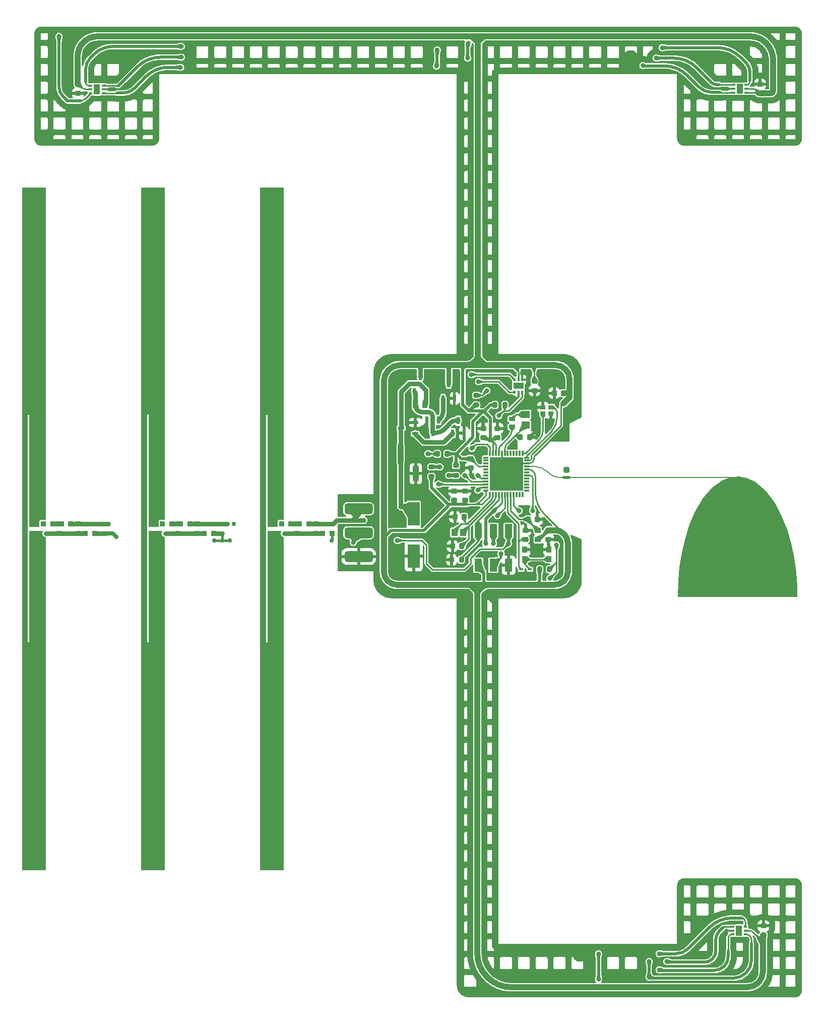
<source format=gtl>
G04 #@! TF.GenerationSoftware,KiCad,Pcbnew,7.0.6*
G04 #@! TF.CreationDate,2023-08-25T14:35:58+01:00*
G04 #@! TF.ProjectId,gdp_flexible,6764705f-666c-4657-9869-626c652e6b69,1.0*
G04 #@! TF.SameCoordinates,Original*
G04 #@! TF.FileFunction,Copper,L1,Top*
G04 #@! TF.FilePolarity,Positive*
%FSLAX46Y46*%
G04 Gerber Fmt 4.6, Leading zero omitted, Abs format (unit mm)*
G04 Created by KiCad (PCBNEW 7.0.6) date 2023-08-25 14:35:58*
%MOMM*%
%LPD*%
G01*
G04 APERTURE LIST*
G04 Aperture macros list*
%AMRoundRect*
0 Rectangle with rounded corners*
0 $1 Rounding radius*
0 $2 $3 $4 $5 $6 $7 $8 $9 X,Y pos of 4 corners*
0 Add a 4 corners polygon primitive as box body*
4,1,4,$2,$3,$4,$5,$6,$7,$8,$9,$2,$3,0*
0 Add four circle primitives for the rounded corners*
1,1,$1+$1,$2,$3*
1,1,$1+$1,$4,$5*
1,1,$1+$1,$6,$7*
1,1,$1+$1,$8,$9*
0 Add four rect primitives between the rounded corners*
20,1,$1+$1,$2,$3,$4,$5,0*
20,1,$1+$1,$4,$5,$6,$7,0*
20,1,$1+$1,$6,$7,$8,$9,0*
20,1,$1+$1,$8,$9,$2,$3,0*%
G04 Aperture macros list end*
G04 #@! TA.AperFunction,SMDPad,CuDef*
%ADD10R,1.000000X0.675000*%
G04 #@! TD*
G04 #@! TA.AperFunction,SMDPad,CuDef*
%ADD11RoundRect,0.225000X0.225000X0.250000X-0.225000X0.250000X-0.225000X-0.250000X0.225000X-0.250000X0*%
G04 #@! TD*
G04 #@! TA.AperFunction,SMDPad,CuDef*
%ADD12R,0.900000X1.000000*%
G04 #@! TD*
G04 #@! TA.AperFunction,SMDPad,CuDef*
%ADD13RoundRect,0.200000X-0.200000X-0.275000X0.200000X-0.275000X0.200000X0.275000X-0.200000X0.275000X0*%
G04 #@! TD*
G04 #@! TA.AperFunction,SMDPad,CuDef*
%ADD14RoundRect,0.225000X-0.250000X0.225000X-0.250000X-0.225000X0.250000X-0.225000X0.250000X0.225000X0*%
G04 #@! TD*
G04 #@! TA.AperFunction,SMDPad,CuDef*
%ADD15R,1.000000X0.950000*%
G04 #@! TD*
G04 #@! TA.AperFunction,SMDPad,CuDef*
%ADD16R,0.600000X1.300000*%
G04 #@! TD*
G04 #@! TA.AperFunction,SMDPad,CuDef*
%ADD17R,0.920900X0.970200*%
G04 #@! TD*
G04 #@! TA.AperFunction,SMDPad,CuDef*
%ADD18RoundRect,0.225000X0.250000X-0.225000X0.250000X0.225000X-0.250000X0.225000X-0.250000X-0.225000X0*%
G04 #@! TD*
G04 #@! TA.AperFunction,SMDPad,CuDef*
%ADD19R,0.350000X0.600000*%
G04 #@! TD*
G04 #@! TA.AperFunction,SMDPad,CuDef*
%ADD20R,1.700000X1.100000*%
G04 #@! TD*
G04 #@! TA.AperFunction,SMDPad,CuDef*
%ADD21R,1.450000X1.200000*%
G04 #@! TD*
G04 #@! TA.AperFunction,SMDPad,CuDef*
%ADD22R,0.970200X0.920900*%
G04 #@! TD*
G04 #@! TA.AperFunction,SMDPad,CuDef*
%ADD23RoundRect,0.450000X-1.926875X0.450000X-1.926875X-0.450000X1.926875X-0.450000X1.926875X0.450000X0*%
G04 #@! TD*
G04 #@! TA.AperFunction,SMDPad,CuDef*
%ADD24R,0.700000X0.420000*%
G04 #@! TD*
G04 #@! TA.AperFunction,SMDPad,CuDef*
%ADD25R,1.100000X1.700000*%
G04 #@! TD*
G04 #@! TA.AperFunction,SMDPad,CuDef*
%ADD26R,0.600000X0.350000*%
G04 #@! TD*
G04 #@! TA.AperFunction,SMDPad,CuDef*
%ADD27RoundRect,0.200000X0.275000X-0.200000X0.275000X0.200000X-0.275000X0.200000X-0.275000X-0.200000X0*%
G04 #@! TD*
G04 #@! TA.AperFunction,SMDPad,CuDef*
%ADD28R,1.000000X2.510000*%
G04 #@! TD*
G04 #@! TA.AperFunction,SMDPad,CuDef*
%ADD29R,2.000000X4.000000*%
G04 #@! TD*
G04 #@! TA.AperFunction,SMDPad,CuDef*
%ADD30R,1.000000X1.250000*%
G04 #@! TD*
G04 #@! TA.AperFunction,SMDPad,CuDef*
%ADD31R,0.900000X0.970200*%
G04 #@! TD*
G04 #@! TA.AperFunction,SMDPad,CuDef*
%ADD32R,0.932600X0.970200*%
G04 #@! TD*
G04 #@! TA.AperFunction,SMDPad,CuDef*
%ADD33RoundRect,0.125000X-0.375000X-0.125000X0.375000X-0.125000X0.375000X0.125000X-0.375000X0.125000X0*%
G04 #@! TD*
G04 #@! TA.AperFunction,SMDPad,CuDef*
%ADD34R,0.482600X1.117600*%
G04 #@! TD*
G04 #@! TA.AperFunction,SMDPad,CuDef*
%ADD35RoundRect,0.225000X-0.225000X-0.250000X0.225000X-0.250000X0.225000X0.250000X-0.225000X0.250000X0*%
G04 #@! TD*
G04 #@! TA.AperFunction,SMDPad,CuDef*
%ADD36RoundRect,0.200000X-0.275000X0.200000X-0.275000X-0.200000X0.275000X-0.200000X0.275000X0.200000X0*%
G04 #@! TD*
G04 #@! TA.AperFunction,SMDPad,CuDef*
%ADD37R,1.270000X2.200000*%
G04 #@! TD*
G04 #@! TA.AperFunction,SMDPad,CuDef*
%ADD38R,0.850000X0.750000*%
G04 #@! TD*
G04 #@! TA.AperFunction,SMDPad,CuDef*
%ADD39RoundRect,0.200000X0.200000X0.275000X-0.200000X0.275000X-0.200000X-0.275000X0.200000X-0.275000X0*%
G04 #@! TD*
G04 #@! TA.AperFunction,SMDPad,CuDef*
%ADD40R,0.300000X0.850000*%
G04 #@! TD*
G04 #@! TA.AperFunction,SMDPad,CuDef*
%ADD41R,0.850000X0.300000*%
G04 #@! TD*
G04 #@! TA.AperFunction,SMDPad,CuDef*
%ADD42R,5.700000X5.700000*%
G04 #@! TD*
G04 #@! TA.AperFunction,SMDPad,CuDef*
%ADD43RoundRect,0.250000X-0.250000X-0.250000X0.250000X-0.250000X0.250000X0.250000X-0.250000X0.250000X0*%
G04 #@! TD*
G04 #@! TA.AperFunction,SMDPad,CuDef*
%ADD44R,0.600000X1.000000*%
G04 #@! TD*
G04 #@! TA.AperFunction,SMDPad,CuDef*
%ADD45R,1.117600X0.482600*%
G04 #@! TD*
G04 #@! TA.AperFunction,ViaPad*
%ADD46C,0.800000*%
G04 #@! TD*
G04 #@! TA.AperFunction,ViaPad*
%ADD47C,0.756400*%
G04 #@! TD*
G04 #@! TA.AperFunction,Conductor*
%ADD48C,1.000000*%
G04 #@! TD*
G04 #@! TA.AperFunction,Conductor*
%ADD49C,0.254000*%
G04 #@! TD*
G04 #@! TA.AperFunction,Conductor*
%ADD50C,0.508000*%
G04 #@! TD*
G04 #@! TA.AperFunction,Conductor*
%ADD51C,0.800000*%
G04 #@! TD*
G04 #@! TA.AperFunction,Conductor*
%ADD52C,0.200000*%
G04 #@! TD*
G04 #@! TA.AperFunction,Conductor*
%ADD53C,0.400000*%
G04 #@! TD*
G04 #@! TA.AperFunction,Conductor*
%ADD54C,0.700000*%
G04 #@! TD*
G04 #@! TA.AperFunction,Conductor*
%ADD55C,0.150000*%
G04 #@! TD*
G04 APERTURE END LIST*
D10*
X124242220Y-90203218D03*
X124242220Y-88879218D03*
D11*
X132917220Y-84541218D03*
X131367220Y-84541218D03*
D12*
X130492220Y-110841218D03*
X126392220Y-110841218D03*
X126392220Y-112441218D03*
X130492220Y-112441218D03*
D13*
X128917220Y-114141218D03*
X130567220Y-114141218D03*
D14*
X51342220Y-34216218D03*
X51342220Y-32666218D03*
D15*
X128608841Y-109104160D03*
X128608841Y-107604160D03*
D14*
X128042220Y-82566218D03*
X128042220Y-84116218D03*
D16*
X111892220Y-89091218D03*
X109992220Y-89091218D03*
X110942220Y-91191218D03*
D17*
X70132050Y-106520000D03*
X68582850Y-106520000D03*
X65555400Y-106520000D03*
X67104600Y-106520000D03*
D18*
X114542220Y-102516218D03*
X114542220Y-100966218D03*
D19*
X124692220Y-84391218D03*
X125342220Y-84391218D03*
X125992220Y-84391218D03*
X125992220Y-82291218D03*
X125342220Y-82291218D03*
X124692220Y-82291218D03*
D20*
X125342220Y-83341218D03*
D18*
X166500000Y-175575000D03*
X166500000Y-174025000D03*
D21*
X126584672Y-88141218D03*
X126584672Y-89941218D03*
D22*
X51365100Y-106545400D03*
X51365100Y-108094600D03*
D23*
X98500000Y-111995921D03*
D24*
X127267220Y-114141218D03*
X125817220Y-114141218D03*
D25*
X54542220Y-33541218D03*
D26*
X53492220Y-34191218D03*
X53492220Y-33541218D03*
X53492220Y-32891218D03*
X55592220Y-32891218D03*
X55592220Y-33541218D03*
X55592220Y-34191218D03*
D18*
X165942220Y-34216218D03*
X165942220Y-32666218D03*
D27*
X118242220Y-86566218D03*
X118242220Y-84916218D03*
D28*
X105572220Y-94801218D03*
X108112220Y-98081218D03*
D18*
X126542220Y-109116218D03*
X126542220Y-107566218D03*
D22*
X71365100Y-106545400D03*
X71365100Y-108094600D03*
D29*
X107742220Y-104841218D03*
X107742220Y-111941218D03*
D30*
X114592220Y-107941218D03*
X116092220Y-107941218D03*
D31*
X54135100Y-108100000D03*
D32*
X52581200Y-108100000D03*
D17*
X45555400Y-106520000D03*
X47104600Y-106520000D03*
D33*
X133417155Y-98738000D03*
D17*
X50132050Y-106520000D03*
X48582850Y-106520000D03*
D13*
X121417220Y-86541218D03*
X123067220Y-86541218D03*
D22*
X68130000Y-108094600D03*
X68130000Y-106545400D03*
D34*
X112692219Y-85435018D03*
X114592221Y-85435018D03*
X113642220Y-83047418D03*
D14*
X117342220Y-95566218D03*
X117342220Y-97116218D03*
D35*
X125667220Y-91941218D03*
X127217220Y-91941218D03*
D36*
X114842220Y-96716218D03*
X114842220Y-98366218D03*
D37*
X118602220Y-113441218D03*
X118602220Y-107641218D03*
X121142220Y-113441218D03*
X121142220Y-107641218D03*
X123682220Y-113441218D03*
X123682220Y-107641218D03*
D23*
X98500000Y-104000000D03*
D16*
X114292220Y-91291218D03*
X116192220Y-91291218D03*
X115242220Y-89191218D03*
D17*
X90132050Y-106520000D03*
X88582850Y-106520000D03*
D38*
X129467220Y-87966218D03*
X130817220Y-87966218D03*
X130817220Y-86916218D03*
X129467220Y-86916218D03*
D14*
X130342220Y-107566218D03*
X130342220Y-109116218D03*
D22*
X88130000Y-108094600D03*
X88130000Y-106545400D03*
D18*
X121842220Y-92016218D03*
X121842220Y-90466218D03*
X119442220Y-92016218D03*
X119442220Y-90466218D03*
D11*
X116217220Y-105341218D03*
X114667220Y-105341218D03*
D12*
X108042220Y-86541218D03*
X109642220Y-86541218D03*
D23*
X98500000Y-107995921D03*
D18*
X116442220Y-102516218D03*
X116442220Y-100966218D03*
D39*
X113367220Y-94741218D03*
X111717220Y-94741218D03*
D40*
X120554580Y-101576050D03*
X121054580Y-101576050D03*
X121554580Y-101576050D03*
X122054580Y-101576050D03*
X122554580Y-101576050D03*
X123054580Y-101576050D03*
X123554580Y-101576050D03*
X124054580Y-101576050D03*
X124554580Y-101576050D03*
X125054580Y-101576050D03*
X125554580Y-101576050D03*
X126054580Y-101576050D03*
D41*
X126754580Y-100876050D03*
X126754580Y-100376050D03*
X126754580Y-99876050D03*
X126754580Y-99376050D03*
X126754580Y-98876050D03*
X126754580Y-98376050D03*
X126754580Y-97876050D03*
X126754580Y-97376050D03*
X126754580Y-96876050D03*
X126754580Y-96376050D03*
X126754580Y-95876050D03*
X126754580Y-95376050D03*
D40*
X126054580Y-94676050D03*
X125554580Y-94676050D03*
X125054580Y-94676050D03*
X124554580Y-94676050D03*
X124054580Y-94676050D03*
X123554580Y-94676050D03*
X123054580Y-94676050D03*
X122554580Y-94676050D03*
X122054580Y-94676050D03*
X121554580Y-94676050D03*
X121054580Y-94676050D03*
X120554580Y-94676050D03*
D41*
X119854580Y-95376050D03*
X119854580Y-95876050D03*
X119854580Y-96376050D03*
X119854580Y-96876050D03*
X119854580Y-97376050D03*
X119854580Y-97876050D03*
X119854580Y-98376050D03*
X119854580Y-98876050D03*
X119854580Y-99376050D03*
X119854580Y-99876050D03*
X119854580Y-100376050D03*
X119854580Y-100876050D03*
D42*
X123304580Y-98126050D03*
D27*
X110742220Y-98566218D03*
X110742220Y-96916218D03*
D43*
X133384555Y-97436700D03*
D17*
X85555400Y-106520000D03*
X87104600Y-106520000D03*
D26*
X161350000Y-174150000D03*
X161350000Y-174800000D03*
X161350000Y-175450000D03*
X163450000Y-175450000D03*
X163450000Y-174800000D03*
X163450000Y-174150000D03*
D25*
X162400000Y-174800000D03*
D44*
X107887220Y-84241218D03*
X109797220Y-84241218D03*
X108842220Y-81841218D03*
D13*
X114117220Y-112541218D03*
X115767220Y-112541218D03*
D11*
X115817220Y-110241218D03*
X114267220Y-110241218D03*
D31*
X94035100Y-108100000D03*
D32*
X92481200Y-108100000D03*
D22*
X48130000Y-108094600D03*
X48130000Y-106545400D03*
X91365100Y-106545400D03*
X91365100Y-108094600D03*
D35*
X126967220Y-105741218D03*
X128517220Y-105741218D03*
D26*
X161492220Y-32791218D03*
X161492220Y-33441218D03*
X161492220Y-34091218D03*
X163592220Y-34091218D03*
X163592220Y-33441218D03*
X163592220Y-32791218D03*
D25*
X162542220Y-33441218D03*
D31*
X74135100Y-108100000D03*
D32*
X72581200Y-108100000D03*
D45*
X108036020Y-91391219D03*
X108036020Y-89491217D03*
X105648420Y-90441218D03*
D46*
X135700000Y-178700000D03*
X144200000Y-28300000D03*
X105000000Y-111000000D03*
X99200000Y-110199500D03*
X97600000Y-109600000D03*
X99400000Y-105900000D03*
D47*
X76350000Y-106500000D03*
X77550000Y-106500000D03*
X93950000Y-109269400D03*
D46*
X121414370Y-100022200D03*
X128426077Y-111400000D03*
X125058354Y-98252935D03*
X123289088Y-96272763D03*
X127242220Y-86241218D03*
X115500000Y-78400000D03*
X121142220Y-111541218D03*
X123242220Y-100092502D03*
X126642220Y-104341218D03*
X114942220Y-93041218D03*
X111200000Y-103300000D03*
X121566691Y-96272763D03*
X133384555Y-97436700D03*
X104842220Y-82041218D03*
X130442220Y-90141218D03*
X121600000Y-78400000D03*
X125140373Y-96249329D03*
X104200000Y-100300000D03*
X111000000Y-108600000D03*
X114242220Y-87241218D03*
X123242220Y-98241218D03*
X133500000Y-87500000D03*
X112742220Y-101241218D03*
X122242220Y-84641218D03*
X111142220Y-86441218D03*
X122442220Y-109841218D03*
X119242220Y-93841218D03*
X125081788Y-100080785D03*
X106942220Y-90541218D03*
X121500000Y-118600000D03*
X124500000Y-93100000D03*
X129900000Y-106300000D03*
X119400000Y-89200000D03*
X115500000Y-118600000D03*
X132461419Y-114643961D03*
X106900000Y-87900000D03*
X121484672Y-98194350D03*
D47*
X57850000Y-108700000D03*
D46*
X132142220Y-81441218D03*
X128500000Y-90200000D03*
X127742220Y-104341218D03*
X122442220Y-111541218D03*
X121142220Y-109841218D03*
X117542220Y-93841218D03*
X125442220Y-104341218D03*
D47*
X76850000Y-109300000D03*
X74250000Y-109300000D03*
X55250000Y-106500000D03*
D46*
X123682220Y-109841218D03*
D47*
X56450000Y-106500000D03*
D46*
X105000000Y-109300000D03*
D47*
X75550000Y-109300000D03*
D46*
X105572220Y-103600000D03*
X147300000Y-180000000D03*
X119842220Y-109841218D03*
X150300000Y-180000000D03*
X147300000Y-182600000D03*
X111600000Y-29641218D03*
X148500000Y-28295751D03*
X118642220Y-82641218D03*
X121257294Y-104283720D03*
X68600000Y-29841218D03*
X113642220Y-98341218D03*
X111700000Y-26941218D03*
X118542220Y-98341218D03*
X122042220Y-88341218D03*
X116800000Y-28300000D03*
X138800000Y-183000000D03*
X48158782Y-24641218D03*
X138800000Y-178700000D03*
X149000000Y-178700000D03*
X68700000Y-26341218D03*
X116900000Y-25841218D03*
X117442220Y-81441218D03*
X112142220Y-96941218D03*
X149500000Y-26541218D03*
X121815720Y-105112075D03*
X68700000Y-28141218D03*
X111934704Y-99848734D03*
X110142220Y-94741218D03*
X116342220Y-98341218D03*
X120042220Y-84141218D03*
X146275532Y-29541218D03*
X118542220Y-100841218D03*
X130642220Y-115641218D03*
X149000000Y-181400000D03*
X131742220Y-110041218D03*
D48*
X117520602Y-24643865D02*
X119500000Y-24643865D01*
X117517955Y-24641218D02*
X117520602Y-24643865D01*
X118542220Y-25601645D02*
X119500000Y-24643865D01*
X118542220Y-25665482D02*
X118542220Y-25601645D01*
X119500000Y-24643865D02*
X164292938Y-24643865D01*
X118542220Y-25665482D02*
X117520602Y-24643865D01*
X118542220Y-78400000D02*
X118542220Y-25665482D01*
X167689922Y-34216218D02*
X165942220Y-34216218D01*
X167689922Y-34216227D02*
G75*
G03*
X168009744Y-34083742I-22J452327D01*
G01*
X168142220Y-28638274D02*
X168142220Y-33763909D01*
X168142248Y-28638274D02*
G75*
G03*
X166942219Y-25741219I-4097048J-26D01*
G01*
X168009740Y-34083738D02*
G75*
G03*
X168142220Y-33763909I-319840J319838D01*
G01*
X166942211Y-25741227D02*
G75*
G03*
X164292938Y-24643865I-2649311J-2649373D01*
G01*
D49*
X127722098Y-96137568D02*
G75*
G03*
X127960580Y-95561760I-575798J575768D01*
G01*
X127146290Y-96376025D02*
G75*
G03*
X127722080Y-96137550I10J814325D01*
G01*
X126584672Y-88141218D02*
X124980220Y-88141218D01*
X124980220Y-88141218D02*
X124242220Y-88879218D01*
X123804516Y-91878913D02*
G75*
G03*
X124242220Y-90822218I-1056716J1056713D01*
G01*
X124242220Y-90822218D02*
X124242220Y-90203218D01*
X122424818Y-93258619D02*
X123804520Y-91878917D01*
X122424852Y-93258653D02*
G75*
G03*
X122054580Y-94152454I893748J-893847D01*
G01*
X122054580Y-94152454D02*
X122054580Y-94676050D01*
X121054580Y-94676050D02*
X121054580Y-92741218D01*
D50*
X153693784Y-31193800D02*
G75*
G03*
X149846036Y-29600000I-3847784J-3847800D01*
G01*
X155598749Y-33098789D02*
G75*
G03*
X157874041Y-34041218I2275251J2275289D01*
G01*
X157874041Y-34041218D02*
X159206864Y-34041218D01*
X153693792Y-31193792D02*
X155598769Y-33098769D01*
X149846036Y-29600000D02*
X146334314Y-29600000D01*
X146275532Y-29541218D02*
X146334314Y-29600000D01*
D48*
X119503890Y-79841233D02*
G75*
G03*
X119561328Y-79702548I10J81233D01*
G01*
X119561331Y-79702545D02*
G75*
G03*
X119896110Y-79841218I334769J334745D01*
G01*
X116696110Y-79841206D02*
G75*
G03*
X117884443Y-79348992I-10J1680606D01*
G01*
X117884454Y-79349003D02*
G75*
G03*
X118088330Y-79841218I203846J-203897D01*
G01*
X120288330Y-79841218D02*
X119896110Y-79841218D01*
X119896110Y-79841218D02*
X119503890Y-79841218D01*
X118088330Y-79841218D02*
X116696110Y-79841218D01*
X118542220Y-78691218D02*
X118550000Y-78691218D01*
X119561329Y-79702547D02*
X118550000Y-78691218D01*
X119503890Y-79841218D02*
X118088330Y-79841218D01*
X118542220Y-78400000D02*
X118542220Y-78691218D01*
X118542220Y-78400000D02*
X118542220Y-79841218D01*
X117884444Y-79348993D02*
X118542220Y-78691218D01*
X119021068Y-117320066D02*
G75*
G03*
X118781325Y-116741218I-239768J239766D01*
G01*
X120418674Y-116741207D02*
G75*
G03*
X119021109Y-117320107I26J-1976493D01*
G01*
X118654706Y-117686511D02*
G75*
G03*
X118442220Y-118199499I512994J-512989D01*
G01*
X117608141Y-117049313D02*
G75*
G03*
X116864254Y-116741218I-743841J-743887D01*
G01*
X117735746Y-116741234D02*
G75*
G03*
X117608118Y-117049336I-46J-180466D01*
G01*
X118781325Y-116741218D02*
X120418674Y-116741218D01*
X116864254Y-116741218D02*
X115992762Y-116741218D01*
X118442220Y-118199499D02*
X118442220Y-118800501D01*
X116864254Y-116741218D02*
X117735746Y-116741218D01*
X119021109Y-117320107D02*
X118654706Y-117686511D01*
X118781325Y-116741218D02*
X117735746Y-116741218D01*
X120418674Y-116741218D02*
X131422981Y-116741218D01*
X118442220Y-118500000D02*
X118442220Y-117883438D01*
X118442220Y-118500000D02*
X118442220Y-117341218D01*
X117608118Y-117049336D02*
X118442220Y-117883438D01*
X118442220Y-118800501D02*
X118442220Y-178688256D01*
D49*
X122782220Y-110741218D02*
X123682220Y-109841218D01*
X118858782Y-110741218D02*
X122782220Y-110741218D01*
X117300000Y-113200000D02*
X117300000Y-112300000D01*
X117300000Y-112300000D02*
X118858782Y-110741218D01*
X116300000Y-114200000D02*
X117300000Y-113200000D01*
X110900000Y-114200000D02*
X116300000Y-114200000D01*
X109900000Y-113200000D02*
X110900000Y-114200000D01*
X105000000Y-109300000D02*
X109100000Y-109300000D01*
X109100000Y-109300000D02*
X109900000Y-110100000D01*
X109900000Y-110100000D02*
X109900000Y-113200000D01*
D51*
X99400000Y-105900000D02*
X97400000Y-105900000D01*
D52*
X98500000Y-108700000D02*
X97600000Y-109600000D01*
X98500000Y-107995921D02*
X98500000Y-108700000D01*
D51*
X98500000Y-104800000D02*
X98500000Y-104000000D01*
X97400000Y-105900000D02*
X98500000Y-104800000D01*
X94800000Y-105900000D02*
X97400000Y-105900000D01*
X94200000Y-106500000D02*
X94800000Y-105900000D01*
X91410500Y-106500000D02*
X94200000Y-106500000D01*
X91365100Y-106545400D02*
X91410500Y-106500000D01*
X106501002Y-103600000D02*
X107742220Y-104841218D01*
X105572220Y-103600000D02*
X106501002Y-103600000D01*
X105572220Y-94801218D02*
X105572220Y-103600000D01*
X48130000Y-108094600D02*
X51365100Y-108094600D01*
X52575800Y-108094600D02*
X52581200Y-108100000D01*
X71339700Y-106520000D02*
X71365100Y-106545400D01*
X71365100Y-108094600D02*
X68130000Y-108094600D01*
X72575800Y-108094600D02*
X71365100Y-108094600D01*
X48104600Y-106520000D02*
X48130000Y-106545400D01*
X48130000Y-106545400D02*
X48155400Y-106520000D01*
X76474600Y-106545400D02*
X71365100Y-106545400D01*
X70132050Y-106520000D02*
X71339700Y-106520000D01*
D53*
X94050000Y-108300000D02*
X94050000Y-109169400D01*
D51*
X68104600Y-106520000D02*
X67104600Y-106520000D01*
X68104600Y-106520000D02*
X68130000Y-106545400D01*
X88130000Y-108094600D02*
X91365100Y-108094600D01*
X68155400Y-106520000D02*
X68582850Y-106520000D01*
X48130000Y-108094600D02*
X45982400Y-108094600D01*
X91365100Y-108094600D02*
X92475800Y-108094600D01*
X88155400Y-106520000D02*
X88582850Y-106520000D01*
X51365100Y-108094600D02*
X52575800Y-108094600D01*
X87104600Y-106520000D02*
X88104600Y-106520000D01*
X92475800Y-108094600D02*
X92481200Y-108100000D01*
X88104600Y-106520000D02*
X88130000Y-106545400D01*
X88130000Y-106545400D02*
X88155400Y-106520000D01*
X48155400Y-106520000D02*
X48582850Y-106520000D01*
X68130000Y-106545400D02*
X68155400Y-106520000D01*
X68130000Y-108094600D02*
X65982400Y-108094600D01*
X47104600Y-106520000D02*
X48104600Y-106520000D01*
X72581200Y-108100000D02*
X72575800Y-108094600D01*
X88130000Y-108094600D02*
X85982400Y-108094600D01*
D53*
X94050000Y-109169400D02*
X93950000Y-109269400D01*
D49*
X121054580Y-101869524D02*
X121054580Y-101576050D01*
X115712287Y-106542150D02*
X116664442Y-106542150D01*
X116217220Y-106016218D02*
X116217220Y-105341218D01*
X116217220Y-105678718D02*
X116217220Y-105341218D01*
X116725754Y-106491822D02*
X120847062Y-102370515D01*
X116692825Y-106491823D02*
X116217220Y-106016218D01*
X116725754Y-106491822D02*
X116692825Y-106524753D01*
X115372698Y-106881739D02*
X115712287Y-106542150D01*
X114592220Y-107801718D02*
X114592220Y-107941218D01*
X114690861Y-107563576D02*
X115372698Y-106881739D01*
X116664444Y-106542154D02*
G75*
G03*
X116692825Y-106524753I-35444J89654D01*
G01*
X116692837Y-106524765D02*
G75*
G03*
X116692825Y-106491823I-16437J16465D01*
G01*
X116692837Y-106491811D02*
G75*
G03*
X116725753Y-106491821I16463J16411D01*
G01*
X114690853Y-107563568D02*
G75*
G03*
X114592220Y-107801718I238147J-238132D01*
G01*
X120847045Y-102370498D02*
G75*
G03*
X121054580Y-101869524I-500945J500998D01*
G01*
X123242220Y-98241218D02*
X123330984Y-98241218D01*
X122554580Y-96764283D02*
X122554580Y-94676050D01*
D50*
X128984859Y-110841218D02*
X128426077Y-111400000D01*
D49*
X133500000Y-88562745D02*
X133500000Y-87500000D01*
X132748525Y-90376964D02*
X128220137Y-94905352D01*
D51*
X54135100Y-108100000D02*
X56150000Y-108100000D01*
D50*
X126392220Y-110841218D02*
X127867295Y-110841218D01*
D49*
X123356982Y-98178452D02*
X122987164Y-97808634D01*
D50*
X107012583Y-90500000D02*
X108469105Y-90500000D01*
X109992220Y-89349499D02*
X109992220Y-89091218D01*
D49*
X127960580Y-95561760D02*
X127960580Y-95531980D01*
X126390080Y-96376050D02*
X126754580Y-96376050D01*
D50*
X106962829Y-90520609D02*
X106942220Y-90541218D01*
X128500000Y-90200000D02*
X128500000Y-90658438D01*
D54*
X56150000Y-108100000D02*
X57250000Y-108100000D01*
X57250000Y-108100000D02*
X57850000Y-108700000D01*
D50*
X109546109Y-90053889D02*
X109809587Y-89790412D01*
X130817220Y-89501052D02*
X130817220Y-87966218D01*
X119400000Y-89200000D02*
X119400000Y-90423998D01*
D49*
X123242220Y-98241218D02*
X123242220Y-98107785D01*
D50*
X127867295Y-110841218D02*
X128426077Y-111400000D01*
X130492220Y-110841218D02*
X128984859Y-110841218D01*
D49*
X125767839Y-96633790D02*
X124618880Y-97782749D01*
X123348675Y-98126050D02*
X123790080Y-98126050D01*
D50*
X130629720Y-89953718D02*
X130442220Y-90141218D01*
D49*
X127146290Y-96376050D02*
X126754580Y-96376050D01*
D50*
X119400000Y-90423998D02*
X119442220Y-90466218D01*
X128500000Y-90658438D02*
X127217220Y-91941218D01*
D49*
X123273411Y-98094859D02*
G75*
G03*
X123242220Y-98107785I-12911J-12941D01*
G01*
X123790080Y-98126020D02*
G75*
G03*
X124618879Y-97782748I20J1172120D01*
G01*
X128220140Y-94905355D02*
G75*
G03*
X127960580Y-95531980I626660J-626645D01*
G01*
D50*
X108469105Y-90500006D02*
G75*
G03*
X109546109Y-90053889I-5J1523106D01*
G01*
D49*
X123330984Y-98241290D02*
G75*
G03*
X123356981Y-98178453I16J36790D01*
G01*
X123273413Y-98094857D02*
G75*
G03*
X123348675Y-98126050I75287J75257D01*
G01*
D50*
X107012583Y-90500000D02*
G75*
G03*
X106962830Y-90520610I17J-70400D01*
G01*
X130629755Y-89953753D02*
G75*
G03*
X130817220Y-89501052I-452755J452653D01*
G01*
D49*
X126390080Y-96376027D02*
G75*
G03*
X125767840Y-96633791I20J-879973D01*
G01*
D50*
X109809583Y-89790408D02*
G75*
G03*
X109992220Y-89349499I-440883J440908D01*
G01*
D49*
X132748504Y-90376943D02*
G75*
G03*
X133500000Y-88562745I-1814204J1814243D01*
G01*
X122554588Y-96764283D02*
G75*
G03*
X122987165Y-97808633I1476912J-17D01*
G01*
X116555315Y-107304313D02*
X117481507Y-106378121D01*
X117029814Y-109028624D02*
X115817220Y-110241218D01*
X117481507Y-106378121D02*
X121296839Y-102562790D01*
X117029814Y-106829814D02*
X117029814Y-109028624D01*
X116092220Y-107854314D02*
X116092220Y-107941218D01*
X116555315Y-107304313D02*
X116153670Y-107705959D01*
X121554580Y-101940550D02*
X121554580Y-101576050D01*
X116153669Y-107705958D02*
G75*
G03*
X116092220Y-107854314I148331J-148342D01*
G01*
X121296814Y-102562765D02*
G75*
G03*
X121554580Y-101940550I-622214J622265D01*
G01*
X118602220Y-106776292D02*
X118602220Y-108506143D01*
X118602220Y-108506143D02*
X118602220Y-108511218D01*
X121742407Y-102771179D02*
X122054580Y-102459006D01*
X118602220Y-105911366D02*
X121742407Y-102771179D01*
X118602220Y-107641218D02*
X118602220Y-109382541D01*
X115767220Y-112378718D02*
X115767220Y-112541218D01*
X118602220Y-107641218D02*
X118602220Y-105911366D01*
X122054580Y-102459006D02*
X122054580Y-101576050D01*
X118602220Y-109382541D02*
X115846352Y-112138409D01*
X115846347Y-112138405D02*
G75*
G03*
X115767220Y-112378718I337453J-244295D01*
G01*
X126683901Y-113557899D02*
X127267220Y-114141218D01*
X126392220Y-112466906D02*
X126392220Y-112853718D01*
X126454237Y-112477547D02*
X130430202Y-112477547D01*
X130474055Y-112459382D02*
X130492220Y-112441218D01*
X126410359Y-112459407D02*
G75*
G03*
X126454237Y-112477547I43841J43907D01*
G01*
X130430202Y-112477539D02*
G75*
G03*
X130474055Y-112459382I-2J62039D01*
G01*
X126410435Y-112459331D02*
G75*
G03*
X126392220Y-112466906I-7535J-7569D01*
G01*
X126392213Y-112853718D02*
G75*
G03*
X126683902Y-113557898I995887J18D01*
G01*
X122442220Y-112141218D02*
X121142220Y-113441218D01*
X127742220Y-104341218D02*
X127742220Y-98805593D01*
X127312676Y-98376050D02*
X126754580Y-98376050D01*
X122442220Y-111541218D02*
X122442220Y-112141218D01*
X127742231Y-98805593D02*
G75*
G03*
X127616409Y-98501860I-429531J-7D01*
G01*
X127616422Y-98501847D02*
G75*
G03*
X127312676Y-98376050I-303722J-303753D01*
G01*
X131842220Y-87812449D02*
X131842220Y-88720192D01*
X130937848Y-90903537D02*
X126754580Y-95086805D01*
X131493996Y-87092994D02*
X131579720Y-87178718D01*
X130817220Y-86916218D02*
X131067220Y-86916218D01*
X126754580Y-95086805D02*
X126754580Y-95376050D01*
X131842259Y-87812449D02*
G75*
G03*
X131579720Y-87178718I-896259J-51D01*
G01*
X131493992Y-87092998D02*
G75*
G03*
X131067220Y-86916218I-426792J-426802D01*
G01*
X130937853Y-90903542D02*
G75*
G03*
X131842220Y-88720192I-2183353J2183342D01*
G01*
X117542220Y-93841218D02*
X118269220Y-93114218D01*
X118269220Y-93114218D02*
X120014218Y-93114218D01*
X121142220Y-109841218D02*
X121142220Y-107641218D01*
X120014218Y-93114218D02*
X120554580Y-93654580D01*
X120554580Y-93654580D02*
X120554580Y-94676050D01*
X129467220Y-90906293D02*
X129467220Y-87966218D01*
X126523283Y-94676050D02*
X128883277Y-92316057D01*
X126054580Y-94676050D02*
X126523283Y-94676050D01*
X128883283Y-92316063D02*
G75*
G03*
X129467220Y-90906293I-1409783J1409763D01*
G01*
D55*
X130467552Y-97967552D02*
X130302879Y-97802879D01*
X133422648Y-98741218D02*
X162310997Y-98741218D01*
X132327577Y-98738000D02*
X133414879Y-98738000D01*
X128065315Y-96876050D02*
X126754580Y-96876050D01*
X133418785Y-98739588D02*
G75*
G03*
X133422648Y-98741218I3915J3888D01*
G01*
X133418776Y-98739597D02*
G75*
G03*
X133414879Y-98738000I-3876J-3903D01*
G01*
X130467558Y-97967546D02*
G75*
G03*
X132327577Y-98738000I1860042J1860046D01*
G01*
X130302862Y-97802896D02*
G75*
G03*
X128065315Y-96876050I-2237562J-2237504D01*
G01*
D49*
X125400000Y-113723998D02*
X125400000Y-109400000D01*
X126542220Y-109116218D02*
X125783782Y-109116218D01*
X125817220Y-114141218D02*
X125400000Y-113723998D01*
X123554580Y-104654580D02*
X123554580Y-101576050D01*
X125783782Y-109116218D02*
X125400000Y-109500000D01*
X125400000Y-109500000D02*
X125400000Y-106500000D01*
X125400000Y-106500000D02*
X123554580Y-104654580D01*
X126967220Y-105962539D02*
X128608841Y-107604160D01*
X124054580Y-101576050D02*
X124054580Y-104298854D01*
X126967220Y-105741218D02*
X126967220Y-105962539D01*
X125496944Y-105741218D02*
X126967220Y-105741218D01*
X124054580Y-104298854D02*
X125496944Y-105741218D01*
X126967182Y-105928718D02*
G75*
G03*
X126779720Y-105741218I-187482J18D01*
G01*
X123495528Y-92987909D02*
X124692220Y-91791218D01*
X124692220Y-91791218D02*
X124992220Y-91491218D01*
X123054580Y-94052454D02*
X123054580Y-94676050D01*
X125354352Y-91941218D02*
X125667220Y-91941218D01*
X126527210Y-89956227D02*
X124992220Y-91491218D01*
X126563446Y-89941218D02*
X126584672Y-89941218D01*
X124992219Y-91791219D02*
G75*
G03*
X124692221Y-91791219I-149999J-149996D01*
G01*
X126563446Y-89941261D02*
G75*
G03*
X126527210Y-89956227I-46J-51239D01*
G01*
X123495496Y-92987877D02*
G75*
G03*
X123054580Y-94052454I1064604J-1064523D01*
G01*
X124992202Y-91491200D02*
G75*
G03*
X124992220Y-91791218I149998J-150000D01*
G01*
X124992247Y-91791191D02*
G75*
G03*
X125354352Y-91941218I362153J362091D01*
G01*
D51*
X50132050Y-106520000D02*
X51339700Y-106520000D01*
D49*
X124554580Y-103453578D02*
X124554580Y-101576050D01*
D53*
X75550000Y-109300000D02*
X74250000Y-109300000D01*
D51*
X75550000Y-108100000D02*
X74135100Y-108100000D01*
D53*
X75550000Y-109300000D02*
X76850000Y-109300000D01*
D49*
X123682220Y-109841218D02*
X123682220Y-107641218D01*
D51*
X51365100Y-106545400D02*
X56474600Y-106545400D01*
X51339700Y-106520000D02*
X51365100Y-106545400D01*
D49*
X125442220Y-104341218D02*
X124554580Y-103453578D01*
D53*
X75550000Y-109300000D02*
X75550000Y-108100000D01*
D50*
X119542220Y-115045898D02*
X119542220Y-116741218D01*
D49*
X165554720Y-33828718D02*
X165942220Y-34216218D01*
D48*
X124245881Y-79841218D02*
X125154118Y-79841218D01*
D50*
X117041179Y-87540177D02*
X116000000Y-86498998D01*
X119442220Y-92016218D02*
X119679720Y-92016218D01*
X115755087Y-95566218D02*
X117342220Y-95566218D01*
X114483641Y-103241218D02*
X114200798Y-103241218D01*
X114930087Y-94741218D02*
X117700000Y-91971305D01*
D51*
X132917220Y-84541218D02*
X133742220Y-84541218D01*
D48*
X166400000Y-176187500D02*
X166400000Y-177212500D01*
X114692220Y-79841218D02*
X116000000Y-79841218D01*
D50*
X114930087Y-94741218D02*
X115755087Y-95566218D01*
D49*
X119852233Y-96876050D02*
X119253316Y-96876050D01*
X121554580Y-93241218D02*
X121554580Y-94676050D01*
D50*
X109500000Y-107600000D02*
X103983438Y-107600000D01*
X121604720Y-92016218D02*
X121842220Y-92016218D01*
X113534481Y-103241218D02*
X113534481Y-103565519D01*
X118242220Y-86566218D02*
X118015138Y-86566218D01*
D48*
X120288330Y-79841218D02*
X121998614Y-79841218D01*
X111742220Y-116741218D02*
X104961458Y-116741218D01*
D50*
X114930087Y-94741218D02*
X113367220Y-94741218D01*
X116000000Y-86498998D02*
X116000000Y-79841218D01*
X114842220Y-94829085D02*
X114842220Y-96716218D01*
X116442220Y-103070507D02*
X116442220Y-102516218D01*
D48*
X166450000Y-175625000D02*
X166500000Y-175575000D01*
X125300000Y-79841218D02*
X125154118Y-79841218D01*
D50*
X113792220Y-103241218D02*
X114200798Y-103241218D01*
D49*
X163975000Y-174800000D02*
X163450000Y-174800000D01*
X117894198Y-103241218D02*
X116612930Y-103241218D01*
X127119080Y-97376050D02*
X126754580Y-97376050D01*
D48*
X166400000Y-176187500D02*
X166400000Y-175745710D01*
X123799538Y-79841218D02*
X121998614Y-79841218D01*
D49*
X118652052Y-96876050D02*
X119253316Y-96876050D01*
D50*
X117700000Y-91971305D02*
X117700000Y-89280354D01*
X113534481Y-103241218D02*
X110742220Y-100448957D01*
D48*
X127378046Y-79841218D02*
X126500000Y-79841218D01*
D50*
X110742220Y-100448957D02*
X110742220Y-98566218D01*
X119659823Y-87540177D02*
X119440177Y-87540177D01*
X118015138Y-86566218D02*
X117041179Y-87540177D01*
D49*
X117342220Y-95566218D02*
X118652052Y-96876050D01*
D48*
X133942220Y-85257780D02*
X133942220Y-82231167D01*
D49*
X128000000Y-82494143D02*
X128000000Y-80048536D01*
X121554580Y-93241218D02*
X120848400Y-92535038D01*
X166037607Y-176337607D02*
X164871231Y-175171231D01*
X118790242Y-103241218D02*
X119236779Y-103241218D01*
X119852920Y-96874390D02*
X119851261Y-96872731D01*
D48*
X116696110Y-79841218D02*
X116000000Y-79841218D01*
D49*
X118790242Y-103241218D02*
X117894198Y-103241218D01*
D50*
X121199282Y-92184155D02*
X120848400Y-92535038D01*
D48*
X131552270Y-79841218D02*
X128207318Y-79841218D01*
D49*
X125342220Y-80937556D02*
X125342220Y-82291218D01*
D48*
X117517955Y-24641218D02*
X54643850Y-24641218D01*
D49*
X118659019Y-102924418D02*
X119553066Y-102030371D01*
X127839900Y-97732370D02*
X127741320Y-97633790D01*
X120554580Y-101750476D02*
X120554580Y-101576050D01*
X132500000Y-86700000D02*
X132500000Y-89983437D01*
D48*
X115992762Y-116741218D02*
X111742220Y-116741218D01*
X102742220Y-82572588D02*
X102742220Y-109515553D01*
D49*
X128021110Y-82545108D02*
X128042220Y-82566218D01*
D51*
X108692220Y-79991218D02*
X108542220Y-79841218D01*
D50*
X114542220Y-102899796D02*
X114542220Y-102516218D01*
X121417220Y-86541218D02*
X120658782Y-86541218D01*
D49*
X165817220Y-34091218D02*
X165942220Y-34216218D01*
D50*
X128608841Y-109104160D02*
X128804278Y-109104160D01*
D48*
X120206207Y-182706207D02*
X120036012Y-182536012D01*
D49*
X127758631Y-94724805D02*
X132500000Y-89983437D01*
X163592220Y-34091218D02*
X165817220Y-34091218D01*
X129790012Y-104989010D02*
X132367220Y-107566218D01*
X164619212Y-33441218D02*
X163592220Y-33441218D01*
D48*
X166400000Y-177212500D02*
X166400000Y-181739339D01*
D49*
X119236779Y-103241218D02*
X120469603Y-102008394D01*
D48*
X132900000Y-86300000D02*
X133942220Y-85257780D01*
X51300000Y-27985068D02*
X51300000Y-32594143D01*
X127792682Y-79841218D02*
X128207318Y-79841218D01*
D50*
X128804278Y-109104160D02*
X130342220Y-107566218D01*
D51*
X113642220Y-83047418D02*
X113642220Y-80141218D01*
D50*
X120642220Y-88742220D02*
X119440177Y-87540177D01*
D48*
X51321110Y-32645108D02*
X51363330Y-32687328D01*
D50*
X120658782Y-86541218D02*
X119659823Y-87540177D01*
X120642220Y-92449635D02*
X120642220Y-88742220D01*
D49*
X119553066Y-102030371D02*
X119854580Y-101728857D01*
D50*
X113792220Y-103241218D02*
X113534481Y-103241218D01*
X116471509Y-103241218D02*
X114483641Y-103241218D01*
X117700000Y-89280354D02*
X119440177Y-87540177D01*
D49*
X132900000Y-86300000D02*
X132500000Y-86700000D01*
X119854580Y-101728857D02*
X119854580Y-100876050D01*
X127506580Y-95558041D02*
X127506580Y-95333311D01*
D51*
X108842220Y-80353350D02*
X108842220Y-81841218D01*
D49*
X116612930Y-103241218D02*
X116471509Y-103241218D01*
X127188571Y-95876050D02*
X126754580Y-95876050D01*
D48*
X114692220Y-79841218D02*
X105473590Y-79841218D01*
X163839339Y-184300000D02*
X124053963Y-184300000D01*
X126500000Y-79841218D02*
X125300000Y-79841218D01*
D49*
X121054580Y-92741218D02*
X120848400Y-92535038D01*
D50*
X119072220Y-113911218D02*
X118602220Y-113441218D01*
X128917220Y-115759631D02*
X128917220Y-114141218D01*
X119440177Y-87540177D02*
X117041179Y-87540177D01*
D48*
X102742220Y-112853170D02*
X102742220Y-114521979D01*
X102742220Y-109515553D02*
X102742220Y-112853170D01*
D49*
X128196220Y-98592602D02*
X128196220Y-101141254D01*
D50*
X120085157Y-92184155D02*
X120436040Y-92535038D01*
D49*
X51363330Y-32687328D02*
X51779720Y-33103718D01*
D48*
X127792682Y-79841218D02*
X127378046Y-79841218D01*
D49*
X52835938Y-33541218D02*
X53492220Y-33541218D01*
D50*
X114930087Y-94741218D02*
X114842220Y-94829085D01*
X113534481Y-103565519D02*
X109500000Y-107600000D01*
D48*
X131465658Y-107566218D02*
X130342220Y-107566218D01*
D50*
X103983438Y-107600000D02*
X102742220Y-108841218D01*
D48*
X123799538Y-79841218D02*
X124245881Y-79841218D01*
X133642220Y-114521979D02*
X133642220Y-109742779D01*
X165649988Y-183549988D02*
G75*
G03*
X166400000Y-181739339I-1810688J1810688D01*
G01*
D50*
X116471509Y-103241175D02*
G75*
G03*
X116492220Y-103191218I-9J29275D01*
G01*
D49*
X127999982Y-80048536D02*
G75*
G03*
X127792682Y-79841218I-207282J36D01*
G01*
D48*
X103542224Y-80641222D02*
G75*
G03*
X102742220Y-82572588I1931376J-1931378D01*
G01*
D49*
X127999977Y-82494143D02*
G75*
G03*
X128021110Y-82545108I72123J43D01*
G01*
X166037588Y-176337626D02*
G75*
G03*
X166400000Y-176187500I150112J150126D01*
G01*
D48*
X125154118Y-79841197D02*
G75*
G03*
X125021110Y-80162328I-18J-188103D01*
G01*
X51299977Y-32594143D02*
G75*
G03*
X51321110Y-32645108I72123J43D01*
G01*
D51*
X108842258Y-80353350D02*
G75*
G03*
X108692219Y-79991219I-512158J-50D01*
G01*
D49*
X127188571Y-95876017D02*
G75*
G03*
X127413437Y-95782907I29J318017D01*
G01*
X125021107Y-80162331D02*
G75*
G03*
X124245881Y-79841218I-775207J-775169D01*
G01*
D48*
X128207318Y-79841200D02*
G75*
G03*
X128000000Y-80048536I-18J-207300D01*
G01*
D49*
X119852235Y-96876110D02*
G75*
G03*
X119852920Y-96874390I-35J1010D01*
G01*
D50*
X128629711Y-116453709D02*
G75*
G03*
X128917220Y-115759631I-694111J694109D01*
G01*
D49*
X128196227Y-98592602D02*
G75*
G03*
X127839899Y-97732371I-1216527J2D01*
G01*
D48*
X131422981Y-116741210D02*
G75*
G03*
X132992219Y-116091217I19J2219210D01*
G01*
D50*
X116492203Y-103191235D02*
G75*
G03*
X116612930Y-103241218I120697J120735D01*
G01*
D48*
X103392245Y-116091193D02*
G75*
G03*
X104961458Y-116741218I1569255J1569193D01*
G01*
D50*
X114200798Y-103241218D02*
G75*
G03*
X114442220Y-103141218I2J341418D01*
G01*
D49*
X127741324Y-97633786D02*
G75*
G03*
X127119080Y-97376050I-622224J-622214D01*
G01*
X127413411Y-95782881D02*
G75*
G03*
X127506580Y-95558041I-224811J224881D01*
G01*
X120469604Y-102008394D02*
G75*
G03*
X120554579Y-101750476I-361604J262094D01*
G01*
D48*
X118442260Y-178688256D02*
G75*
G03*
X120036012Y-182536012I5441540J-44D01*
G01*
D50*
X121604720Y-92016234D02*
G75*
G03*
X121199283Y-92184156I-20J-573366D01*
G01*
D49*
X164871239Y-175171223D02*
G75*
G03*
X163975000Y-174800000I-896239J-896277D01*
G01*
X127758633Y-94724807D02*
G75*
G03*
X127506580Y-95333311I608467J-608493D01*
G01*
X165554709Y-33828729D02*
G75*
G03*
X164619212Y-33441218I-935509J-935471D01*
G01*
D48*
X132992227Y-116091225D02*
G75*
G03*
X133642220Y-114521979I-1569227J1569225D01*
G01*
X54643850Y-24641263D02*
G75*
G03*
X52279391Y-25620609I-50J-3343837D01*
G01*
D50*
X120436006Y-92535072D02*
G75*
G03*
X120642220Y-92449635I85394J85472D01*
G01*
D48*
X133242241Y-80541197D02*
G75*
G03*
X131552270Y-79841218I-1689941J-1690003D01*
G01*
X133942251Y-82231167D02*
G75*
G03*
X133242220Y-80541218I-2389951J-33D01*
G01*
D49*
X117894198Y-103241216D02*
G75*
G03*
X118659019Y-102924418I2J1081616D01*
G01*
D50*
X119542209Y-115045898D02*
G75*
G03*
X119072220Y-113911218I-1604709J-2D01*
G01*
D48*
X120206215Y-182706199D02*
G75*
G03*
X124053963Y-184300000I3847785J3847799D01*
G01*
D50*
X116442206Y-103070507D02*
G75*
G03*
X116492220Y-103191218I170694J7D01*
G01*
X114442152Y-103141150D02*
G75*
G03*
X114483641Y-103241218I41448J-41450D01*
G01*
X120085148Y-92184164D02*
G75*
G03*
X119679720Y-92016218I-405448J-405436D01*
G01*
D48*
X166449997Y-175624997D02*
G75*
G03*
X166400000Y-175745710I120703J-120703D01*
G01*
X166399995Y-177212500D02*
G75*
G03*
X166037607Y-176337607I-1237295J0D01*
G01*
D49*
X125342256Y-80937556D02*
G75*
G03*
X125021110Y-80162328I-1096356J-44D01*
G01*
X51779701Y-33103737D02*
G75*
G03*
X52835938Y-33541218I1056199J1056237D01*
G01*
X118658949Y-102924348D02*
G75*
G03*
X118790242Y-103241218I131251J-131252D01*
G01*
D48*
X163839339Y-184300016D02*
G75*
G03*
X165650000Y-183550000I-39J2560716D01*
G01*
X105473590Y-79841215D02*
G75*
G03*
X103542220Y-80641218I10J-2731385D01*
G01*
X133004745Y-108203693D02*
G75*
G03*
X131465658Y-107566218I-1539045J-1539107D01*
G01*
X133642246Y-109742779D02*
G75*
G03*
X133004719Y-108203719I-2176546J-21D01*
G01*
D50*
X114442221Y-103141219D02*
G75*
G03*
X114542220Y-102899796I-241421J241419D01*
G01*
D49*
X128196262Y-101141254D02*
G75*
G03*
X129790013Y-104989009I5441538J-46D01*
G01*
D48*
X52279417Y-25620635D02*
G75*
G03*
X51300000Y-27985068I2364383J-2364465D01*
G01*
X102742247Y-114521979D02*
G75*
G03*
X103392220Y-116091218I2219253J-21D01*
G01*
D51*
X108700000Y-83000000D02*
X107000000Y-83000000D01*
X109797220Y-84097220D02*
X108700000Y-83000000D01*
X109719720Y-86463718D02*
X109642220Y-86541218D01*
X109797220Y-86276616D02*
X109797220Y-84418718D01*
X105572220Y-90571299D02*
X105572220Y-94801218D01*
X91365100Y-106545400D02*
X91339700Y-106520000D01*
X105648420Y-84351580D02*
X105648420Y-90387336D01*
X107000000Y-83000000D02*
X105648420Y-84351580D01*
X91339700Y-106520000D02*
X90132050Y-106520000D01*
X109797220Y-84241218D02*
X109797220Y-84097220D01*
X109797220Y-84063718D02*
X109797220Y-84418718D01*
X105610310Y-90479308D02*
G75*
G03*
X105648420Y-90387336I-92010J92008D01*
G01*
X105610321Y-90479319D02*
G75*
G03*
X105572220Y-90571299I91979J-91981D01*
G01*
X109719716Y-86463714D02*
G75*
G03*
X109797220Y-86276616I-187116J187114D01*
G01*
D50*
X159087500Y-174912500D02*
X159675000Y-174325000D01*
D49*
X57856864Y-34191218D02*
X55592220Y-34191218D01*
D50*
X111650000Y-29591218D02*
X111600000Y-29641218D01*
D49*
X164500000Y-176644454D02*
X164500000Y-177155546D01*
D50*
X119842220Y-105698794D02*
X121257294Y-104283720D01*
D49*
X160097487Y-174150000D02*
X161350000Y-174150000D01*
X123791218Y-84391218D02*
X124692220Y-84391218D01*
D50*
X66471110Y-29841218D02*
X68600000Y-29841218D01*
X161427207Y-182800000D02*
X147500000Y-182800000D01*
X150300000Y-180000000D02*
X150350000Y-180050000D01*
D49*
X122055933Y-103485080D02*
X121257294Y-104283720D01*
D50*
X111700000Y-29470507D02*
X111700000Y-26941218D01*
D49*
X159227575Y-32791218D02*
X161492220Y-32791218D01*
D50*
X158642220Y-32741218D02*
X159106864Y-32741218D01*
X114829720Y-98353718D02*
X114842220Y-98366218D01*
X164500000Y-179727207D02*
X164500000Y-177155546D01*
D49*
X164500000Y-176388908D02*
X164500000Y-176644454D01*
D50*
X151442789Y-28295751D02*
X148500000Y-28295751D01*
X60784681Y-33398755D02*
X62836867Y-31346570D01*
D49*
X164126776Y-175626776D02*
X164225000Y-175725000D01*
X122554580Y-102986433D02*
X122554580Y-101576050D01*
D50*
X147300000Y-180000000D02*
X147300000Y-182600000D01*
X114799542Y-98341218D02*
X113642220Y-98341218D01*
D49*
X122041218Y-82641218D02*
X123791218Y-84391218D01*
X122055933Y-103485080D02*
X122554580Y-102986433D01*
D50*
X57977575Y-34141218D02*
X58992220Y-34141218D01*
D49*
X163700000Y-175450000D02*
X163450000Y-175450000D01*
D50*
X119842220Y-109841218D02*
X119842220Y-105698794D01*
X158500000Y-178222182D02*
X158500000Y-176330850D01*
X156622182Y-180100000D02*
X150470710Y-180100000D01*
D49*
X118642220Y-82641218D02*
X122041218Y-82641218D01*
D50*
X155290545Y-29889543D02*
X157788666Y-32387664D01*
X58992220Y-34141232D02*
G75*
G03*
X60784681Y-33398755I-20J2534932D01*
G01*
D49*
X159167240Y-32766198D02*
G75*
G03*
X159227575Y-32791218I60360J60298D01*
G01*
D50*
X150349997Y-180050003D02*
G75*
G03*
X150470710Y-180100000I120703J120703D01*
G01*
D49*
X164499996Y-176388908D02*
G75*
G03*
X164225000Y-175725000I-938896J8D01*
G01*
D50*
X161427207Y-182800003D02*
G75*
G03*
X163600000Y-181900000I-7J3072803D01*
G01*
X114829700Y-98353738D02*
G75*
G03*
X114799542Y-98341218I-30200J-30162D01*
G01*
D49*
X57856864Y-34191203D02*
G75*
G03*
X57917219Y-34166217I36J85303D01*
G01*
X160097487Y-174149995D02*
G75*
G03*
X159675000Y-174325000I13J-597505D01*
G01*
D50*
X157950005Y-179550005D02*
G75*
G03*
X158500000Y-178222182I-1327805J1327805D01*
G01*
X155290550Y-29889538D02*
G75*
G03*
X151442789Y-28295751I-3847750J-3847762D01*
G01*
D49*
X164126765Y-175626787D02*
G75*
G03*
X163700000Y-175450000I-426765J-426713D01*
G01*
D50*
X66471110Y-29841221D02*
G75*
G03*
X62836867Y-31346570I-10J-5139579D01*
G01*
X157788654Y-32387676D02*
G75*
G03*
X158642220Y-32741218I853546J853576D01*
G01*
X57977575Y-34141209D02*
G75*
G03*
X57917220Y-34166218I25J-85391D01*
G01*
X156622182Y-180099992D02*
G75*
G03*
X157949999Y-179549999I18J1877792D01*
G01*
D49*
X159167243Y-32766195D02*
G75*
G03*
X159106864Y-32741218I-60343J-60405D01*
G01*
D50*
X111649994Y-29591212D02*
G75*
G03*
X111700000Y-29470507I-120694J120712D01*
G01*
X163599998Y-181899998D02*
G75*
G03*
X164500000Y-179727207I-2172798J2172798D01*
G01*
X159087485Y-174912485D02*
G75*
G03*
X158500000Y-176330850I1418315J-1418315D01*
G01*
D49*
X123691719Y-87541719D02*
X125992220Y-85241218D01*
X125992220Y-85241218D02*
X125992220Y-84391218D01*
X122841719Y-87541719D02*
X123691719Y-87541719D01*
X122042220Y-88341218D02*
X122841719Y-87541719D01*
X123067220Y-87316218D02*
X123067220Y-86541218D01*
X122841719Y-87541719D02*
X123067220Y-87316218D01*
X119077052Y-98876050D02*
X118542220Y-98341218D01*
X119455235Y-98876050D02*
X119854580Y-98876050D01*
X119455235Y-98876050D02*
X119077052Y-98876050D01*
X117442220Y-81441218D02*
X123842220Y-81441218D01*
X122435150Y-104492645D02*
X123054580Y-103873215D01*
D50*
X110754720Y-96928718D02*
X110742220Y-96916218D01*
X49614991Y-35491218D02*
X51697245Y-35491218D01*
X162636012Y-28135010D02*
X163605823Y-29104821D01*
D49*
X52617220Y-35066218D02*
X52567220Y-35116218D01*
D50*
X48158782Y-33039686D02*
X48158782Y-24641218D01*
D49*
X123054580Y-103873215D02*
X123054580Y-101576050D01*
D50*
X149000000Y-178700000D02*
X151749902Y-178700000D01*
D49*
X53342220Y-34341218D02*
X53492220Y-34191218D01*
X53068996Y-32891218D02*
X53492220Y-32891218D01*
D50*
X162852512Y-172700000D02*
X161253963Y-172700000D01*
D49*
X122435150Y-104492645D02*
X121815720Y-105112075D01*
X52642220Y-32202829D02*
X52642220Y-32464441D01*
X164242220Y-32193730D02*
X164242220Y-32092474D01*
X164067219Y-32616217D02*
X163998286Y-32685151D01*
X52617220Y-35066218D02*
X53042220Y-34641218D01*
D50*
X52642220Y-30341218D02*
X52642220Y-30741218D01*
D49*
X53342220Y-34341218D02*
X53042220Y-34641218D01*
D50*
X49595609Y-35495609D02*
X48879391Y-34779391D01*
X164242220Y-31889962D02*
X164242220Y-32092474D01*
X158788256Y-26541218D02*
X149500000Y-26541218D01*
X164242220Y-30866218D02*
X164242220Y-30641218D01*
X164242220Y-31316218D02*
X164242220Y-31889962D01*
X138800000Y-178700000D02*
X138800000Y-183000000D01*
D49*
X163742220Y-32791218D02*
X163592220Y-32791218D01*
D50*
X164242220Y-30866218D02*
X164242220Y-31316218D01*
X153883950Y-177816049D02*
X157406207Y-174293792D01*
X52642220Y-31679606D02*
X52642220Y-32202829D01*
X52642220Y-30341218D02*
X52642220Y-30141218D01*
X68700000Y-26341218D02*
X57251408Y-26341218D01*
D49*
X52567220Y-35116218D02*
X52542220Y-35141218D01*
D50*
X116800000Y-28300000D02*
X116800000Y-26011928D01*
D49*
X117492220Y-81391218D02*
X117442220Y-81441218D01*
D50*
X52642220Y-31679606D02*
X52642220Y-30741218D01*
D49*
X163450000Y-173297487D02*
X163450000Y-174150000D01*
D50*
X110784897Y-96941218D02*
X112142220Y-96941218D01*
X116900000Y-25841218D02*
X116850000Y-25891218D01*
X53992220Y-27691218D02*
X53420037Y-28263400D01*
D49*
X123842220Y-81441218D02*
X124692220Y-82291218D01*
D50*
X151749902Y-178700001D02*
G75*
G03*
X153883949Y-177816048I-2J3018001D01*
G01*
X161253963Y-172699960D02*
G75*
G03*
X157406208Y-174293793I37J-5441540D01*
G01*
X57251408Y-26341223D02*
G75*
G03*
X53992221Y-27691219I-8J-4609177D01*
G01*
X162636041Y-28134981D02*
G75*
G03*
X158788256Y-26541218I-3847741J-3847819D01*
G01*
X110754713Y-96928725D02*
G75*
G03*
X110784897Y-96941218I30187J30225D01*
G01*
D49*
X164067211Y-32616209D02*
G75*
G03*
X164242220Y-32193730I-422511J422509D01*
G01*
D50*
X164242199Y-30641218D02*
G75*
G03*
X163605823Y-29104821I-2172799J18D01*
G01*
D49*
X163742220Y-32791235D02*
G75*
G03*
X163998286Y-32685151I-20J362135D01*
G01*
D50*
X116849988Y-25891206D02*
G75*
G03*
X116800000Y-26011928I120712J-120694D01*
G01*
D49*
X163274996Y-172875004D02*
G75*
G03*
X162852512Y-172700000I-422496J-422496D01*
G01*
D50*
X53420019Y-28263382D02*
G75*
G03*
X52642220Y-30141218I1877881J-1877818D01*
G01*
X49614991Y-35491210D02*
G75*
G03*
X49604391Y-35495609I9J-14990D01*
G01*
D49*
X163450005Y-173297487D02*
G75*
G03*
X163275000Y-172875000I-597505J-13D01*
G01*
X51697245Y-35491237D02*
G75*
G03*
X52542220Y-35141218I-45J1195037D01*
G01*
D50*
X48158793Y-33039686D02*
G75*
G03*
X48879391Y-34779391I2460307J-14D01*
G01*
D49*
X52767213Y-32766225D02*
G75*
G03*
X53068996Y-32891218I301787J301825D01*
G01*
D50*
X49595610Y-35495608D02*
G75*
G03*
X49604390Y-35495608I4390J4393D01*
G01*
D49*
X117612930Y-81341232D02*
G75*
G03*
X117492220Y-81391218I-30J-170668D01*
G01*
X52642192Y-32464441D02*
G75*
G03*
X52767220Y-32766218I426808J41D01*
G01*
D50*
X58177575Y-32905862D02*
X61348427Y-29735010D01*
D49*
X111981335Y-99876050D02*
X119854580Y-99876050D01*
X111934704Y-99848734D02*
X111985020Y-99899050D01*
X55592220Y-32891218D02*
X57992220Y-32891218D01*
X111948362Y-99862392D02*
X111934704Y-99848734D01*
D50*
X58092220Y-32941218D02*
X58042220Y-32941218D01*
X65196183Y-28141218D02*
X68700000Y-28141218D01*
D49*
X110142220Y-94741218D02*
X111717220Y-94741218D01*
D50*
X65196183Y-28141216D02*
G75*
G03*
X61348428Y-29735011I17J-5441584D01*
G01*
X58092220Y-32941229D02*
G75*
G03*
X58177575Y-32905862I-20J120729D01*
G01*
D49*
X111948340Y-99862414D02*
G75*
G03*
X111981335Y-99876050I32960J33014D01*
G01*
X118108788Y-99376050D02*
X117377052Y-99376050D01*
X118108788Y-99376050D02*
X119854580Y-99376050D01*
X117377052Y-99376050D02*
X116342220Y-98341218D01*
X159327575Y-34091218D02*
X161492220Y-34091218D01*
X118242220Y-84916218D02*
X119267219Y-84916218D01*
X119267219Y-84916218D02*
X120042220Y-84141218D01*
X159267243Y-34066195D02*
G75*
G03*
X159206864Y-34041218I-60343J-60405D01*
G01*
X159267240Y-34066198D02*
G75*
G03*
X159327575Y-34091218I60360J60298D01*
G01*
X160600000Y-176047487D02*
X160600000Y-176248743D01*
X118774804Y-100608634D02*
X119007388Y-100376050D01*
X119007388Y-100376050D02*
X119854580Y-100376050D01*
X131742220Y-112966218D02*
X130567220Y-114141218D01*
X118774804Y-100608634D02*
X118542220Y-100841218D01*
X160808578Y-175591421D02*
X160775000Y-175625000D01*
D50*
X158210050Y-181500000D02*
X149200000Y-181500000D01*
D49*
X160600000Y-176248743D02*
X160600000Y-176651256D01*
X160600000Y-177100000D02*
X160600000Y-176651256D01*
X160600000Y-177100000D02*
X160600000Y-178400000D01*
X131742220Y-113763400D02*
X131742220Y-114541218D01*
X161150000Y-175450000D02*
X161350000Y-175450000D01*
D50*
X160600000Y-178400000D02*
X160600000Y-179110050D01*
D49*
X131742220Y-110041218D02*
X131742220Y-113763400D01*
X131742220Y-114541218D02*
X130642220Y-115641218D01*
X161150000Y-175449987D02*
G75*
G03*
X160808578Y-175591421I0J-482813D01*
G01*
X160775004Y-175625004D02*
G75*
G03*
X160600000Y-176047487I422496J-422496D01*
G01*
D50*
X159899985Y-180799985D02*
G75*
G03*
X160600000Y-179110050I-1689985J1689985D01*
G01*
X158210050Y-181500020D02*
G75*
G03*
X159899999Y-180799999I-50J2390020D01*
G01*
D51*
X110892220Y-91105862D02*
X110892220Y-88338705D01*
X108042220Y-86816218D02*
X108042220Y-86541218D01*
X107964720Y-84318718D02*
X107887220Y-84241218D01*
X112701839Y-90731598D02*
X113888666Y-89544771D01*
X114742220Y-89191218D02*
X115242220Y-89191218D01*
X109151839Y-87741218D02*
X110294732Y-87741218D01*
X111592220Y-91191218D02*
X110977575Y-91191218D01*
X108236674Y-87285672D02*
X108367220Y-87416218D01*
X108042220Y-86541218D02*
X108042220Y-84505819D01*
X108367201Y-87416237D02*
G75*
G03*
X109151839Y-87741218I784599J784637D01*
G01*
X114742220Y-89191225D02*
G75*
G03*
X113888667Y-89544772I-20J-1207075D01*
G01*
X111592220Y-91191237D02*
G75*
G03*
X112701839Y-90731598I-20J1569237D01*
G01*
X108042199Y-86816218D02*
G75*
G03*
X108236674Y-87285672I663901J18D01*
G01*
X110717203Y-87916235D02*
G75*
G03*
X110294732Y-87741218I-422503J-422465D01*
G01*
X110892254Y-91105862D02*
G75*
G03*
X110917220Y-91166218I85346J-38D01*
G01*
X110892206Y-88338705D02*
G75*
G03*
X110717220Y-87916218I-597506J5D01*
G01*
X110917240Y-91166198D02*
G75*
G03*
X110977575Y-91191218I60360J60298D01*
G01*
X108042200Y-84505819D02*
G75*
G03*
X107964719Y-84318719I-264600J19D01*
G01*
X108036020Y-91436020D02*
X109400000Y-92800000D01*
X112783438Y-92800000D02*
X114292220Y-91291218D01*
X108036020Y-91391219D02*
X108036020Y-91436020D01*
X109400000Y-92800000D02*
X112783438Y-92800000D01*
X112292219Y-88691218D02*
X111892220Y-89091218D01*
X112692219Y-87725534D02*
X112692219Y-85435018D01*
X112292210Y-88691209D02*
G75*
G03*
X112692219Y-87725534I-965710J965709D01*
G01*
G04 #@! TA.AperFunction,NonConductor*
G36*
X85942971Y-50007029D02*
G01*
X85950000Y-50023999D01*
X85950000Y-88200000D01*
X81960000Y-88200000D01*
X81960000Y-50024000D01*
X81967029Y-50007029D01*
X81984000Y-50000000D01*
X85926000Y-50000000D01*
X85942971Y-50007029D01*
G37*
G04 #@! TD.AperFunction*
G04 #@! TA.AperFunction,NonConductor*
G36*
X45942971Y-50007029D02*
G01*
X45949999Y-50024000D01*
X45950000Y-88200000D01*
X41960000Y-88200000D01*
X41960000Y-50024000D01*
X41967029Y-50007029D01*
X41984000Y-50000000D01*
X45926000Y-50000000D01*
X45942971Y-50007029D01*
G37*
G04 #@! TD.AperFunction*
G04 #@! TA.AperFunction,NonConductor*
G36*
X45942971Y-50007029D02*
G01*
X45950000Y-50024000D01*
X45950000Y-105810400D01*
X45942971Y-105827371D01*
X45926000Y-105834400D01*
X45075197Y-105834400D01*
X45016720Y-105846032D01*
X44950400Y-105890346D01*
X44950396Y-105890350D01*
X44906082Y-105956670D01*
X44894450Y-106015147D01*
X44894450Y-106976000D01*
X44887421Y-106992971D01*
X44870450Y-107000000D01*
X43224000Y-107000000D01*
X43207029Y-106992971D01*
X43200000Y-106976000D01*
X43200000Y-88200001D01*
X43200000Y-50000000D01*
X45926000Y-50000000D01*
X45942971Y-50007029D01*
G37*
G04 #@! TD.AperFunction*
G04 #@! TA.AperFunction,NonConductor*
G36*
X42950000Y-134820001D02*
G01*
X41950000Y-133820001D01*
X41950000Y-79789941D01*
X41957029Y-79772970D01*
X41959999Y-79770000D01*
X42950000Y-79770000D01*
X42950000Y-134820001D01*
G37*
G04 #@! TD.AperFunction*
G04 #@! TA.AperFunction,NonConductor*
G36*
X62950000Y-134820001D02*
G01*
X61950000Y-133820001D01*
X61950000Y-79789940D01*
X61957029Y-79772969D01*
X61957030Y-79772969D01*
X61959999Y-79770000D01*
X62950000Y-79770000D01*
X62950000Y-134820001D01*
G37*
G04 #@! TD.AperFunction*
G04 #@! TA.AperFunction,NonConductor*
G36*
X85496577Y-107707029D02*
G01*
X85503606Y-107724000D01*
X85498647Y-107738610D01*
X85457864Y-107791758D01*
X85457861Y-107791764D01*
X85397357Y-107937832D01*
X85397356Y-107937836D01*
X85376718Y-108094600D01*
X85397356Y-108251363D01*
X85397357Y-108251367D01*
X85457861Y-108397435D01*
X85457864Y-108397441D01*
X85554118Y-108522882D01*
X85679559Y-108619136D01*
X85679564Y-108619138D01*
X85825632Y-108679642D01*
X85825634Y-108679642D01*
X85825638Y-108679644D01*
X85929134Y-108693269D01*
X85945040Y-108702453D01*
X85950000Y-108717063D01*
X85950000Y-164676000D01*
X85942971Y-164692971D01*
X85926000Y-164700000D01*
X83200000Y-164700000D01*
X83200000Y-107723999D01*
X83207029Y-107707029D01*
X83224000Y-107700000D01*
X85479606Y-107700000D01*
X85496577Y-107707029D01*
G37*
G04 #@! TD.AperFunction*
G04 #@! TA.AperFunction,NonConductor*
G36*
X65496577Y-107707029D02*
G01*
X65503606Y-107724000D01*
X65498647Y-107738610D01*
X65457864Y-107791758D01*
X65457861Y-107791764D01*
X65397357Y-107937832D01*
X65397356Y-107937836D01*
X65376718Y-108094600D01*
X65397356Y-108251363D01*
X65397357Y-108251367D01*
X65457861Y-108397435D01*
X65457864Y-108397441D01*
X65554118Y-108522882D01*
X65679559Y-108619136D01*
X65679564Y-108619138D01*
X65825632Y-108679642D01*
X65825634Y-108679642D01*
X65825638Y-108679644D01*
X65929134Y-108693269D01*
X65945040Y-108702453D01*
X65950000Y-108717063D01*
X65950000Y-164676000D01*
X65942971Y-164692971D01*
X65926000Y-164700000D01*
X63200000Y-164700000D01*
X63200000Y-107723999D01*
X63207029Y-107707029D01*
X63224000Y-107700000D01*
X65479606Y-107700000D01*
X65496577Y-107707029D01*
G37*
G04 #@! TD.AperFunction*
G04 #@! TA.AperFunction,NonConductor*
G36*
X65942971Y-50007029D02*
G01*
X65950000Y-50023999D01*
X65950000Y-88150000D01*
X61960000Y-88150000D01*
X61960000Y-50023999D01*
X61967029Y-50007029D01*
X61984000Y-50000000D01*
X65926000Y-50000000D01*
X65942971Y-50007029D01*
G37*
G04 #@! TD.AperFunction*
G04 #@! TA.AperFunction,NonConductor*
G36*
X65950000Y-164676000D02*
G01*
X65942971Y-164692971D01*
X65926000Y-164700000D01*
X63200000Y-164700000D01*
X61974000Y-164700000D01*
X61957029Y-164692971D01*
X61950000Y-164676000D01*
X61950000Y-126400000D01*
X65950000Y-126400000D01*
X65950000Y-164676000D01*
G37*
G04 #@! TD.AperFunction*
G04 #@! TA.AperFunction,NonConductor*
G36*
X65942971Y-50007029D02*
G01*
X65950000Y-50024000D01*
X65950000Y-105810400D01*
X65942971Y-105827371D01*
X65926000Y-105834400D01*
X65075197Y-105834400D01*
X65016720Y-105846032D01*
X64950400Y-105890346D01*
X64950396Y-105890350D01*
X64906082Y-105956670D01*
X64894450Y-106015147D01*
X64894450Y-106976000D01*
X64887421Y-106992971D01*
X64870450Y-107000000D01*
X63224000Y-107000000D01*
X63207029Y-106992971D01*
X63200000Y-106976000D01*
X63200000Y-88150001D01*
X63200000Y-50000000D01*
X65926000Y-50000000D01*
X65942971Y-50007029D01*
G37*
G04 #@! TD.AperFunction*
G04 #@! TA.AperFunction,NonConductor*
G36*
X45950000Y-164676000D02*
G01*
X45942971Y-164692971D01*
X45926000Y-164700000D01*
X43200000Y-164700000D01*
X41974000Y-164700000D01*
X41957029Y-164692971D01*
X41950000Y-164676000D01*
X41950000Y-126400000D01*
X45950000Y-126400000D01*
X45950000Y-164676000D01*
G37*
G04 #@! TD.AperFunction*
G04 #@! TA.AperFunction,Conductor*
G36*
X162351205Y-98577302D02*
G01*
X163758216Y-98778304D01*
X163765554Y-98780597D01*
X165172030Y-99483835D01*
X165176658Y-99486862D01*
X166981307Y-100990736D01*
X166985143Y-100994773D01*
X168488371Y-102999082D01*
X168490637Y-103002749D01*
X169592328Y-105206123D01*
X169592697Y-105206936D01*
X170494002Y-107410125D01*
X170494410Y-107411295D01*
X171195382Y-109814630D01*
X171195610Y-109815543D01*
X171696229Y-112218517D01*
X171696388Y-112219477D01*
X171996711Y-114622022D01*
X171996712Y-114622022D01*
X172196926Y-117024633D01*
X172196967Y-117025615D01*
X172196967Y-118753201D01*
X172189938Y-118770172D01*
X172172967Y-118777201D01*
X152119912Y-118777204D01*
X152102941Y-118770175D01*
X152095912Y-118753204D01*
X152095931Y-118752245D01*
X152204747Y-116031806D01*
X152397272Y-113721491D01*
X152397392Y-113720527D01*
X152797907Y-111317455D01*
X152798090Y-111316575D01*
X153398707Y-108914094D01*
X153398847Y-108913592D01*
X154099775Y-106610554D01*
X154100249Y-106609271D01*
X154709954Y-105206946D01*
X155102112Y-104304980D01*
X155102823Y-104303601D01*
X155883335Y-103002749D01*
X156305169Y-102299691D01*
X156307390Y-102296582D01*
X157910887Y-100392429D01*
X157915404Y-100388283D01*
X159621045Y-99184300D01*
X159626801Y-99181311D01*
X161033434Y-98678941D01*
X161039657Y-98677616D01*
X162345974Y-98577133D01*
X162351205Y-98577302D01*
G37*
G04 #@! TD.AperFunction*
G04 #@! TA.AperFunction,NonConductor*
G36*
X85950000Y-164676000D02*
G01*
X85942971Y-164692971D01*
X85926000Y-164700000D01*
X83200000Y-164700000D01*
X81974000Y-164700000D01*
X81957029Y-164692971D01*
X81950000Y-164676000D01*
X81950000Y-126400000D01*
X85950000Y-126400000D01*
X85950000Y-164676000D01*
G37*
G04 #@! TD.AperFunction*
G04 #@! TA.AperFunction,NonConductor*
G36*
X45496577Y-107707029D02*
G01*
X45503606Y-107724000D01*
X45498647Y-107738610D01*
X45457864Y-107791758D01*
X45457861Y-107791764D01*
X45397357Y-107937832D01*
X45397356Y-107937836D01*
X45376718Y-108094600D01*
X45397356Y-108251363D01*
X45397357Y-108251367D01*
X45457861Y-108397435D01*
X45457864Y-108397441D01*
X45554118Y-108522882D01*
X45679559Y-108619136D01*
X45679564Y-108619138D01*
X45825632Y-108679642D01*
X45825634Y-108679642D01*
X45825638Y-108679644D01*
X45929134Y-108693269D01*
X45945040Y-108702453D01*
X45950000Y-108717063D01*
X45950000Y-164676000D01*
X45942971Y-164692971D01*
X45926000Y-164700000D01*
X43200000Y-164700000D01*
X43200000Y-107723999D01*
X43207029Y-107707029D01*
X43224000Y-107700000D01*
X45479606Y-107700000D01*
X45496577Y-107707029D01*
G37*
G04 #@! TD.AperFunction*
G04 #@! TA.AperFunction,NonConductor*
G36*
X82950000Y-134820001D02*
G01*
X81950000Y-133820001D01*
X81950000Y-79789941D01*
X81957029Y-79772970D01*
X81959999Y-79770000D01*
X82950000Y-79770000D01*
X82950000Y-134820001D01*
G37*
G04 #@! TD.AperFunction*
G04 #@! TA.AperFunction,NonConductor*
G36*
X85942971Y-50007029D02*
G01*
X85950000Y-50024000D01*
X85950000Y-105810400D01*
X85942971Y-105827371D01*
X85926000Y-105834400D01*
X85075197Y-105834400D01*
X85016720Y-105846032D01*
X84950400Y-105890346D01*
X84950396Y-105890350D01*
X84906082Y-105956670D01*
X84894450Y-106015147D01*
X84894449Y-106015155D01*
X84894450Y-106976000D01*
X84887421Y-106992971D01*
X84870450Y-107000000D01*
X83224000Y-107000000D01*
X83207029Y-106992971D01*
X83200000Y-106976000D01*
X83200000Y-88200001D01*
X83200000Y-50000000D01*
X85926000Y-50000000D01*
X85942971Y-50007029D01*
G37*
G04 #@! TD.AperFunction*
G04 #@! TA.AperFunction,Conductor*
G36*
X171802463Y-23000694D02*
G01*
X171806430Y-23001006D01*
X171857007Y-23004986D01*
X171985861Y-23016261D01*
X172004273Y-23019260D01*
X172080709Y-23037611D01*
X172183826Y-23065242D01*
X172191626Y-23067890D01*
X172273900Y-23101968D01*
X172366445Y-23145123D01*
X172372742Y-23148507D01*
X172449157Y-23195334D01*
X172452375Y-23197444D01*
X172533379Y-23254163D01*
X172538161Y-23257866D01*
X172606882Y-23316558D01*
X172610503Y-23319905D01*
X172680092Y-23389494D01*
X172683440Y-23393116D01*
X172742132Y-23461837D01*
X172745835Y-23466619D01*
X172802554Y-23547623D01*
X172804664Y-23550841D01*
X172851491Y-23627256D01*
X172854875Y-23633553D01*
X172898027Y-23726091D01*
X172932106Y-23808367D01*
X172934758Y-23816178D01*
X172952935Y-23884012D01*
X172962398Y-23919331D01*
X172967505Y-23940603D01*
X172980737Y-23995718D01*
X172983738Y-24014148D01*
X172995021Y-24143099D01*
X172997096Y-24169456D01*
X172999306Y-24197535D01*
X172999500Y-24202471D01*
X172999500Y-41797528D01*
X172999306Y-41802456D01*
X172997316Y-41827743D01*
X172995021Y-41856900D01*
X172983738Y-41985850D01*
X172980737Y-42004280D01*
X172962396Y-42080680D01*
X172934758Y-42183820D01*
X172932106Y-42191631D01*
X172898027Y-42273908D01*
X172854875Y-42366446D01*
X172851491Y-42372743D01*
X172804664Y-42449157D01*
X172802554Y-42452375D01*
X172745835Y-42533379D01*
X172742132Y-42538161D01*
X172683440Y-42606882D01*
X172680080Y-42610517D01*
X172610517Y-42680080D01*
X172606882Y-42683440D01*
X172538161Y-42742132D01*
X172533379Y-42745835D01*
X172452375Y-42802554D01*
X172449157Y-42804664D01*
X172372743Y-42851491D01*
X172366446Y-42854875D01*
X172273908Y-42898027D01*
X172191631Y-42932106D01*
X172183820Y-42934758D01*
X172094814Y-42958608D01*
X172080673Y-42962397D01*
X172073757Y-42964057D01*
X172004280Y-42980737D01*
X171985850Y-42983738D01*
X171856900Y-42995021D01*
X171829170Y-42997204D01*
X171802455Y-42999306D01*
X171797529Y-42999500D01*
X153202471Y-42999500D01*
X153197544Y-42999306D01*
X153169456Y-42997096D01*
X153143099Y-42995021D01*
X153014148Y-42983738D01*
X152995718Y-42980737D01*
X152944538Y-42968450D01*
X152919331Y-42962398D01*
X152884012Y-42952935D01*
X152816178Y-42934758D01*
X152808367Y-42932106D01*
X152726091Y-42898027D01*
X152633553Y-42854875D01*
X152627256Y-42851491D01*
X152550841Y-42804664D01*
X152547623Y-42802554D01*
X152466619Y-42745835D01*
X152461837Y-42742132D01*
X152393116Y-42683440D01*
X152389494Y-42680092D01*
X152319905Y-42610503D01*
X152316558Y-42606882D01*
X152257866Y-42538161D01*
X152254163Y-42533379D01*
X152197444Y-42452375D01*
X152195334Y-42449157D01*
X152148507Y-42372742D01*
X152145123Y-42366445D01*
X152101967Y-42273896D01*
X152067892Y-42191632D01*
X152065240Y-42183820D01*
X152037604Y-42080680D01*
X152019260Y-42004273D01*
X152016261Y-41985861D01*
X152006473Y-41874000D01*
X155252500Y-41874000D01*
X157254500Y-41874000D01*
X158252500Y-41874000D01*
X160254500Y-41874000D01*
X161252500Y-41874000D01*
X163254500Y-41874000D01*
X164252500Y-41874000D01*
X166254500Y-41874000D01*
X167252500Y-41874000D01*
X169254500Y-41874000D01*
X170252500Y-41874000D01*
X171874000Y-41874000D01*
X171874000Y-41252500D01*
X170465910Y-41252500D01*
X170377525Y-41270080D01*
X170313116Y-41313116D01*
X170270080Y-41377525D01*
X170252500Y-41465909D01*
X170252500Y-41874000D01*
X169254500Y-41874000D01*
X169254500Y-41465909D01*
X169236919Y-41377525D01*
X169193883Y-41313116D01*
X169129474Y-41270080D01*
X169041090Y-41252500D01*
X167465910Y-41252500D01*
X167377525Y-41270080D01*
X167313116Y-41313116D01*
X167270080Y-41377525D01*
X167252500Y-41465909D01*
X167252500Y-41874000D01*
X166254500Y-41874000D01*
X166254500Y-41465909D01*
X166236919Y-41377525D01*
X166193883Y-41313116D01*
X166129474Y-41270080D01*
X166041090Y-41252500D01*
X164465910Y-41252500D01*
X164377525Y-41270080D01*
X164313116Y-41313116D01*
X164270080Y-41377525D01*
X164252500Y-41465909D01*
X164252500Y-41874000D01*
X163254500Y-41874000D01*
X163254500Y-41465909D01*
X163236919Y-41377525D01*
X163193883Y-41313116D01*
X163129474Y-41270080D01*
X163041090Y-41252500D01*
X161465910Y-41252500D01*
X161377525Y-41270080D01*
X161313116Y-41313116D01*
X161270080Y-41377525D01*
X161252500Y-41465909D01*
X161252500Y-41874000D01*
X160254500Y-41874000D01*
X160254500Y-41465909D01*
X160236919Y-41377525D01*
X160193883Y-41313116D01*
X160129474Y-41270080D01*
X160041090Y-41252500D01*
X158465910Y-41252500D01*
X158377525Y-41270080D01*
X158313116Y-41313116D01*
X158270080Y-41377525D01*
X158252500Y-41465909D01*
X158252500Y-41874000D01*
X157254500Y-41874000D01*
X157254500Y-41465909D01*
X157236919Y-41377525D01*
X157193883Y-41313116D01*
X157129474Y-41270080D01*
X157041090Y-41252500D01*
X155465910Y-41252500D01*
X155377525Y-41270080D01*
X155313116Y-41313116D01*
X155270080Y-41377525D01*
X155252500Y-41465909D01*
X155252500Y-41874000D01*
X152006473Y-41874000D01*
X152004986Y-41857007D01*
X152000694Y-41802463D01*
X152000500Y-41797519D01*
X152000500Y-38252500D01*
X153126000Y-38252500D01*
X153126000Y-40254500D01*
X154041090Y-40254500D01*
X154129474Y-40236919D01*
X154193883Y-40193883D01*
X154236919Y-40129474D01*
X154254500Y-40041090D01*
X155252500Y-40041090D01*
X155270080Y-40129474D01*
X155313116Y-40193883D01*
X155377525Y-40236919D01*
X155465910Y-40254500D01*
X157041090Y-40254500D01*
X157129474Y-40236919D01*
X157193883Y-40193883D01*
X157236919Y-40129474D01*
X157254500Y-40041090D01*
X158252500Y-40041090D01*
X158270080Y-40129474D01*
X158313116Y-40193883D01*
X158377525Y-40236919D01*
X158465910Y-40254500D01*
X160041090Y-40254500D01*
X160129474Y-40236919D01*
X160193883Y-40193883D01*
X160236919Y-40129474D01*
X160254500Y-40041090D01*
X161252500Y-40041090D01*
X161270080Y-40129474D01*
X161313116Y-40193883D01*
X161377525Y-40236919D01*
X161465910Y-40254500D01*
X163041090Y-40254500D01*
X163129474Y-40236919D01*
X163193883Y-40193883D01*
X163236919Y-40129474D01*
X163254500Y-40041090D01*
X164252500Y-40041090D01*
X164270080Y-40129474D01*
X164313116Y-40193883D01*
X164377525Y-40236919D01*
X164465910Y-40254500D01*
X166041090Y-40254500D01*
X166129474Y-40236919D01*
X166193883Y-40193883D01*
X166236919Y-40129474D01*
X166254500Y-40041090D01*
X167252500Y-40041090D01*
X167270080Y-40129474D01*
X167313116Y-40193883D01*
X167377525Y-40236919D01*
X167465910Y-40254500D01*
X169041090Y-40254500D01*
X169129474Y-40236919D01*
X169193883Y-40193883D01*
X169236919Y-40129474D01*
X169254500Y-40041090D01*
X170252500Y-40041090D01*
X170270080Y-40129474D01*
X170313116Y-40193883D01*
X170377525Y-40236919D01*
X170465910Y-40254500D01*
X171874000Y-40254500D01*
X171874000Y-38252500D01*
X170465910Y-38252500D01*
X170377525Y-38270080D01*
X170313116Y-38313116D01*
X170270080Y-38377525D01*
X170252500Y-38465909D01*
X170252500Y-40041090D01*
X169254500Y-40041090D01*
X169254500Y-38465909D01*
X169236919Y-38377525D01*
X169193883Y-38313116D01*
X169129474Y-38270080D01*
X169041090Y-38252500D01*
X167465910Y-38252500D01*
X167377525Y-38270080D01*
X167313116Y-38313116D01*
X167270080Y-38377525D01*
X167252500Y-38465909D01*
X167252500Y-40041090D01*
X166254500Y-40041090D01*
X166254500Y-38465909D01*
X166236919Y-38377525D01*
X166193883Y-38313116D01*
X166129474Y-38270080D01*
X166041090Y-38252500D01*
X164465910Y-38252500D01*
X164377525Y-38270080D01*
X164313116Y-38313116D01*
X164270080Y-38377525D01*
X164252500Y-38465909D01*
X164252500Y-40041090D01*
X163254500Y-40041090D01*
X163254500Y-38465909D01*
X163236919Y-38377525D01*
X163193883Y-38313116D01*
X163129474Y-38270080D01*
X163041090Y-38252500D01*
X161465910Y-38252500D01*
X161377525Y-38270080D01*
X161313116Y-38313116D01*
X161270080Y-38377525D01*
X161252500Y-38465909D01*
X161252500Y-40041090D01*
X160254500Y-40041090D01*
X160254500Y-38465909D01*
X160236919Y-38377525D01*
X160193883Y-38313116D01*
X160129474Y-38270080D01*
X160041090Y-38252500D01*
X158465910Y-38252500D01*
X158377525Y-38270080D01*
X158313116Y-38313116D01*
X158270080Y-38377525D01*
X158252500Y-38465909D01*
X158252500Y-40041090D01*
X157254500Y-40041090D01*
X157254500Y-38465909D01*
X157236919Y-38377525D01*
X157193883Y-38313116D01*
X157129474Y-38270080D01*
X157041090Y-38252500D01*
X155465910Y-38252500D01*
X155377525Y-38270080D01*
X155313116Y-38313116D01*
X155270080Y-38377525D01*
X155252500Y-38465909D01*
X155252500Y-40041090D01*
X154254500Y-40041090D01*
X154254500Y-38465909D01*
X154236919Y-38377525D01*
X154193883Y-38313116D01*
X154129474Y-38270080D01*
X154041090Y-38252500D01*
X153126000Y-38252500D01*
X152000500Y-38252500D01*
X152000500Y-35252500D01*
X153126000Y-35252500D01*
X153126000Y-37254500D01*
X154041090Y-37254500D01*
X154129474Y-37236919D01*
X154193883Y-37193883D01*
X154236919Y-37129474D01*
X154254500Y-37041090D01*
X155252500Y-37041090D01*
X155270080Y-37129474D01*
X155313116Y-37193883D01*
X155377525Y-37236919D01*
X155465910Y-37254500D01*
X157041090Y-37254500D01*
X157129474Y-37236919D01*
X157193883Y-37193883D01*
X157236919Y-37129474D01*
X157254500Y-37041090D01*
X158252500Y-37041090D01*
X158270080Y-37129474D01*
X158313116Y-37193883D01*
X158377525Y-37236919D01*
X158465910Y-37254500D01*
X160041090Y-37254500D01*
X160129474Y-37236919D01*
X160193883Y-37193883D01*
X160236919Y-37129474D01*
X160254500Y-37041090D01*
X161252500Y-37041090D01*
X161270080Y-37129474D01*
X161313116Y-37193883D01*
X161377525Y-37236919D01*
X161465910Y-37254500D01*
X163041090Y-37254500D01*
X163129474Y-37236919D01*
X163193883Y-37193883D01*
X163236919Y-37129474D01*
X163254500Y-37041090D01*
X164252500Y-37041090D01*
X164270080Y-37129474D01*
X164313116Y-37193883D01*
X164377525Y-37236919D01*
X164465910Y-37254500D01*
X166041090Y-37254500D01*
X166129474Y-37236919D01*
X166193883Y-37193883D01*
X166236919Y-37129474D01*
X166254500Y-37041090D01*
X167252500Y-37041090D01*
X167270080Y-37129474D01*
X167313116Y-37193883D01*
X167377525Y-37236919D01*
X167465910Y-37254500D01*
X169041090Y-37254500D01*
X169129474Y-37236919D01*
X169193883Y-37193883D01*
X169236919Y-37129474D01*
X169254500Y-37041090D01*
X170252500Y-37041090D01*
X170270080Y-37129474D01*
X170313116Y-37193883D01*
X170377525Y-37236919D01*
X170465910Y-37254500D01*
X171874000Y-37254500D01*
X171874000Y-35252500D01*
X170465910Y-35252500D01*
X170377525Y-35270080D01*
X170313116Y-35313116D01*
X170270080Y-35377525D01*
X170252500Y-35465909D01*
X170252500Y-37041090D01*
X169254500Y-37041090D01*
X169254500Y-35465909D01*
X169236919Y-35377525D01*
X169193883Y-35313116D01*
X169187007Y-35308522D01*
X169154967Y-35340562D01*
X169131033Y-35364498D01*
X169105883Y-35387749D01*
X169072308Y-35416427D01*
X169045403Y-35437638D01*
X168862892Y-35570242D01*
X168834425Y-35589264D01*
X168796786Y-35612331D01*
X168766900Y-35629069D01*
X168565899Y-35731488D01*
X168534812Y-35745821D01*
X168494028Y-35762717D01*
X168461887Y-35774576D01*
X168247319Y-35844301D01*
X168214334Y-35853604D01*
X168171407Y-35863909D01*
X168137845Y-35870585D01*
X167915037Y-35905884D01*
X167881017Y-35909912D01*
X167837004Y-35913377D01*
X167802791Y-35914722D01*
X167489408Y-35914735D01*
X167489323Y-35914718D01*
X167252500Y-35914718D01*
X167252500Y-37041090D01*
X166254500Y-37041090D01*
X166254500Y-35914718D01*
X165882864Y-35914718D01*
X165856519Y-35913922D01*
X165822625Y-35911870D01*
X165796405Y-35909488D01*
X165621220Y-35888217D01*
X165617456Y-35887644D01*
X165569362Y-35878830D01*
X165565641Y-35878031D01*
X165503371Y-35862683D01*
X165499704Y-35861661D01*
X165453029Y-35847116D01*
X165449430Y-35845874D01*
X165440977Y-35842668D01*
X165361791Y-35830127D01*
X165356938Y-35829162D01*
X165295137Y-35814326D01*
X165290374Y-35812983D01*
X165211054Y-35787213D01*
X165206410Y-35785500D01*
X165147667Y-35761169D01*
X165143172Y-35759096D01*
X164948756Y-35660036D01*
X164944437Y-35657617D01*
X164890228Y-35624396D01*
X164886113Y-35621647D01*
X164818640Y-35572622D01*
X164814754Y-35569558D01*
X164782608Y-35542101D01*
X164613320Y-35416718D01*
X164262285Y-35416718D01*
X164252500Y-35465909D01*
X164252500Y-37041090D01*
X163254500Y-37041090D01*
X163254500Y-35479648D01*
X163238763Y-35481983D01*
X163235692Y-35482362D01*
X163183843Y-35487467D01*
X163180760Y-35487694D01*
X163141102Y-35489642D01*
X163138011Y-35489718D01*
X161946429Y-35489718D01*
X161943338Y-35489642D01*
X161903680Y-35487694D01*
X161900597Y-35487467D01*
X161848748Y-35482362D01*
X161845677Y-35481983D01*
X161806373Y-35476153D01*
X161803325Y-35475625D01*
X161748494Y-35464718D01*
X161281223Y-35464718D01*
X161278149Y-35464976D01*
X161274990Y-35465161D01*
X161252500Y-35465912D01*
X161252500Y-37041090D01*
X160254500Y-37041090D01*
X160254500Y-35465909D01*
X160244715Y-35416718D01*
X159689387Y-35416718D01*
X159678894Y-35420836D01*
X159674443Y-35422393D01*
X159598544Y-35445803D01*
X159593993Y-35447022D01*
X159534980Y-35460491D01*
X159530350Y-35461367D01*
X159368891Y-35485703D01*
X159336499Y-35489353D01*
X159294572Y-35492497D01*
X159261960Y-35493718D01*
X158252500Y-35493718D01*
X158252500Y-37041090D01*
X157254500Y-37041090D01*
X157254500Y-35465911D01*
X157252472Y-35455719D01*
X157242400Y-35454393D01*
X156883734Y-35391155D01*
X156841212Y-35381728D01*
X156489454Y-35287478D01*
X156447916Y-35274388D01*
X156387777Y-35252500D01*
X155465910Y-35252500D01*
X155377525Y-35270080D01*
X155313116Y-35313116D01*
X155270080Y-35377525D01*
X155252500Y-35465909D01*
X155252500Y-37041090D01*
X154254500Y-37041090D01*
X154254500Y-35465909D01*
X154236919Y-35377525D01*
X154193883Y-35313116D01*
X154129474Y-35270080D01*
X154041090Y-35252500D01*
X153126000Y-35252500D01*
X152000500Y-35252500D01*
X152000500Y-32680143D01*
X153126000Y-32680143D01*
X153126000Y-34254500D01*
X154041090Y-34254500D01*
X154129474Y-34236919D01*
X154193883Y-34193883D01*
X154236919Y-34129474D01*
X154254500Y-34041090D01*
X154254500Y-33808643D01*
X153126000Y-32680143D01*
X152000500Y-32680143D01*
X152000500Y-32392679D01*
X152000161Y-32387936D01*
X152000000Y-32383440D01*
X152000000Y-31000000D01*
X150616560Y-31000000D01*
X150612064Y-30999839D01*
X150607321Y-30999500D01*
X150607318Y-30999500D01*
X150500099Y-30999500D01*
X124000500Y-30999500D01*
X124000000Y-30999500D01*
X123868880Y-30999500D01*
X123868872Y-30999501D01*
X123863323Y-30999865D01*
X123859198Y-31000000D01*
X122000000Y-31000000D01*
X121999999Y-32859185D01*
X121999865Y-32863296D01*
X121999499Y-32868881D01*
X121999499Y-76131117D01*
X121999864Y-76136682D01*
X121999999Y-76140799D01*
X122000000Y-78000000D01*
X123859198Y-78000000D01*
X123863323Y-78000135D01*
X123868872Y-78000498D01*
X123868880Y-78000500D01*
X123999901Y-78000500D01*
X132998356Y-78000500D01*
X133001627Y-78000585D01*
X133133403Y-78007491D01*
X133240917Y-78013529D01*
X133316958Y-78017800D01*
X133323285Y-78018477D01*
X133397846Y-78030285D01*
X133475647Y-78042608D01*
X133638124Y-78070214D01*
X133643867Y-78071468D01*
X133796693Y-78112418D01*
X133951694Y-78157073D01*
X133956799Y-78158784D01*
X134106183Y-78216127D01*
X134253983Y-78277348D01*
X134258441Y-78279403D01*
X134341423Y-78321685D01*
X134401921Y-78352511D01*
X134447336Y-78377610D01*
X134541458Y-78429630D01*
X134545244Y-78431901D01*
X134680877Y-78519983D01*
X134785551Y-78594253D01*
X134810723Y-78612114D01*
X134813915Y-78614534D01*
X134938721Y-78715601D01*
X134941053Y-78717585D01*
X135058703Y-78822722D01*
X135061253Y-78825133D01*
X135174864Y-78938744D01*
X135177276Y-78941295D01*
X135282413Y-79058945D01*
X135284397Y-79061277D01*
X135385464Y-79186083D01*
X135387884Y-79189275D01*
X135416576Y-79229711D01*
X135480025Y-79319134D01*
X135554650Y-79434047D01*
X135568083Y-79454731D01*
X135570379Y-79458557D01*
X135574754Y-79466473D01*
X135647488Y-79598078D01*
X135720586Y-79741538D01*
X135722658Y-79746033D01*
X135783877Y-79893829D01*
X135841208Y-80043183D01*
X135842931Y-80048322D01*
X135887579Y-80203297D01*
X135928528Y-80356123D01*
X135929785Y-80361879D01*
X135957394Y-80524369D01*
X135981522Y-80676713D01*
X135982198Y-80683039D01*
X135992509Y-80866608D01*
X135999414Y-80998372D01*
X135999500Y-81001644D01*
X135999500Y-88131117D01*
X135999865Y-88136683D01*
X136000000Y-88140807D01*
X136000000Y-88520769D01*
X135979998Y-88588890D01*
X135928593Y-88634328D01*
X133884385Y-89617068D01*
X133884385Y-92574000D01*
X133864383Y-92642121D01*
X133810727Y-92688614D01*
X133758385Y-92700000D01*
X130550781Y-92700000D01*
X130482660Y-92679998D01*
X130436167Y-92626342D01*
X130426063Y-92556068D01*
X130455557Y-92491488D01*
X130461686Y-92484905D01*
X131586161Y-91360430D01*
X132719531Y-90227059D01*
X132723561Y-90223365D01*
X132754750Y-90197197D01*
X132775098Y-90161950D01*
X132778042Y-90157329D01*
X132801395Y-90123980D01*
X132801396Y-90123975D01*
X132803875Y-90118660D01*
X132810483Y-90102707D01*
X132812496Y-90097178D01*
X132812496Y-90097177D01*
X132812497Y-90097176D01*
X132819565Y-90057082D01*
X132820746Y-90051756D01*
X132831287Y-90012421D01*
X132827739Y-89971879D01*
X132827500Y-89966391D01*
X132827500Y-87129929D01*
X132847502Y-87061808D01*
X132901158Y-87015315D01*
X132935304Y-87006800D01*
X132935109Y-87005732D01*
X132963664Y-87000499D01*
X133109932Y-86973695D01*
X133265057Y-86903878D01*
X133365367Y-86825290D01*
X134421269Y-85769386D01*
X134423983Y-85766832D01*
X134470403Y-85725709D01*
X134505620Y-85674688D01*
X134507871Y-85671629D01*
X134525496Y-85649132D01*
X134546098Y-85622836D01*
X134550177Y-85613771D01*
X134561387Y-85593895D01*
X134567038Y-85585710D01*
X134589022Y-85527738D01*
X134590474Y-85524236D01*
X134600543Y-85501864D01*
X134615915Y-85467711D01*
X134617709Y-85457916D01*
X134623836Y-85435943D01*
X134625402Y-85431814D01*
X134627360Y-85426652D01*
X134634830Y-85365120D01*
X134635401Y-85361373D01*
X134646578Y-85300386D01*
X134642834Y-85238511D01*
X134642720Y-85234708D01*
X134642720Y-82310089D01*
X134642721Y-82310085D01*
X134642720Y-82283379D01*
X134642751Y-82283273D01*
X134642750Y-82231157D01*
X134642751Y-82231157D01*
X134642749Y-82079332D01*
X134614122Y-81788720D01*
X134612983Y-81777154D01*
X134612982Y-81777153D01*
X134612982Y-81777145D01*
X134553738Y-81479330D01*
X134465588Y-81188757D01*
X134349382Y-80908223D01*
X134273480Y-80766226D01*
X134206237Y-80640428D01*
X134147887Y-80553104D01*
X134037535Y-80387957D01*
X133844897Y-80153236D01*
X133788346Y-80096687D01*
X133781739Y-80090080D01*
X133774466Y-80082806D01*
X133774413Y-80082709D01*
X133630204Y-79938506D01*
X133630200Y-79938502D01*
X133395477Y-79745878D01*
X133395475Y-79745876D01*
X133395471Y-79745873D01*
X133395463Y-79745867D01*
X133143001Y-79577184D01*
X133142998Y-79577182D01*
X132875202Y-79434047D01*
X132594662Y-79317849D01*
X132304093Y-79229711D01*
X132304080Y-79229708D01*
X132006277Y-79170475D01*
X131704094Y-79140716D01*
X131704086Y-79140716D01*
X131552261Y-79140718D01*
X128259590Y-79140718D01*
X128259542Y-79140703D01*
X128155049Y-79140696D01*
X128117954Y-79140694D01*
X128117953Y-79140694D01*
X128115106Y-79140694D01*
X128114620Y-79140718D01*
X125206400Y-79140718D01*
X125206345Y-79140701D01*
X125063871Y-79140688D01*
X125063267Y-79140718D01*
X120042347Y-79140718D01*
X119974226Y-79120716D01*
X119953252Y-79103813D01*
X119279625Y-78430186D01*
X119245599Y-78367874D01*
X119242720Y-78341091D01*
X119242720Y-74252500D01*
X120240719Y-74252500D01*
X120240719Y-76254500D01*
X120874000Y-76254500D01*
X120874000Y-74252500D01*
X120240719Y-74252500D01*
X119242720Y-74252500D01*
X119242720Y-71252500D01*
X120240719Y-71252500D01*
X120240719Y-73254500D01*
X120874000Y-73254500D01*
X120874000Y-71252500D01*
X120240719Y-71252500D01*
X119242720Y-71252500D01*
X119242720Y-68252500D01*
X120240719Y-68252500D01*
X120240719Y-70254500D01*
X120874000Y-70254500D01*
X120874000Y-68252500D01*
X120240719Y-68252500D01*
X119242720Y-68252500D01*
X119242720Y-65252500D01*
X120240719Y-65252500D01*
X120240719Y-67254500D01*
X120874000Y-67254500D01*
X120874000Y-65252500D01*
X120240719Y-65252500D01*
X119242720Y-65252500D01*
X119242720Y-62252500D01*
X120240719Y-62252500D01*
X120240719Y-64254500D01*
X120874000Y-64254500D01*
X120874000Y-62252500D01*
X120240719Y-62252500D01*
X119242720Y-62252500D01*
X119242720Y-59252500D01*
X120240719Y-59252500D01*
X120240719Y-61254500D01*
X120874000Y-61254500D01*
X120874000Y-59252500D01*
X120240719Y-59252500D01*
X119242720Y-59252500D01*
X119242720Y-56252500D01*
X120240719Y-56252500D01*
X120240719Y-58254500D01*
X120874000Y-58254500D01*
X120874000Y-56252500D01*
X120240719Y-56252500D01*
X119242720Y-56252500D01*
X119242720Y-53252500D01*
X120240719Y-53252500D01*
X120240719Y-55254500D01*
X120874000Y-55254500D01*
X120874000Y-53252500D01*
X120240719Y-53252500D01*
X119242720Y-53252500D01*
X119242720Y-52193883D01*
X119242720Y-50252500D01*
X120240719Y-50252500D01*
X120240719Y-52254500D01*
X120874000Y-52254500D01*
X120874000Y-50252500D01*
X120240719Y-50252500D01*
X119242720Y-50252500D01*
X119242720Y-47252500D01*
X120240719Y-47252500D01*
X120240719Y-49254500D01*
X120874000Y-49254500D01*
X120874000Y-47252500D01*
X120240719Y-47252500D01*
X119242720Y-47252500D01*
X119242720Y-44252500D01*
X120240719Y-44252500D01*
X120240719Y-46254500D01*
X120874000Y-46254500D01*
X120874000Y-44252500D01*
X120240719Y-44252500D01*
X119242720Y-44252500D01*
X119242720Y-41252500D01*
X120240719Y-41252500D01*
X120240719Y-43254500D01*
X120874000Y-43254500D01*
X120874000Y-41252500D01*
X120240719Y-41252500D01*
X119242720Y-41252500D01*
X119242720Y-38252500D01*
X120240719Y-38252500D01*
X120240719Y-40254500D01*
X120874000Y-40254500D01*
X120874000Y-38252500D01*
X120240719Y-38252500D01*
X119242720Y-38252500D01*
X119242720Y-35252500D01*
X120240719Y-35252500D01*
X120240719Y-37254500D01*
X120874000Y-37254500D01*
X120874000Y-35252500D01*
X120240719Y-35252500D01*
X119242720Y-35252500D01*
X119242720Y-32252500D01*
X120240719Y-32252500D01*
X120240719Y-34254500D01*
X120874000Y-34254500D01*
X120874000Y-32252500D01*
X120240719Y-32252500D01*
X119242720Y-32252500D01*
X119242720Y-29252500D01*
X120240719Y-29252500D01*
X120240719Y-31254500D01*
X120874000Y-31254500D01*
X120874000Y-30585786D01*
X120894002Y-30517665D01*
X120910905Y-30496691D01*
X121254500Y-30153096D01*
X121254500Y-29465909D01*
X122252499Y-29465909D01*
X122252500Y-29874000D01*
X124254500Y-29874000D01*
X124254500Y-29465909D01*
X125252499Y-29465909D01*
X125252500Y-29874000D01*
X127254500Y-29874000D01*
X127254500Y-29465909D01*
X128252499Y-29465909D01*
X128252500Y-29874000D01*
X130254500Y-29874000D01*
X130254500Y-29465909D01*
X131252499Y-29465909D01*
X131252500Y-29874000D01*
X133254500Y-29874000D01*
X134252500Y-29874000D01*
X136254500Y-29874000D01*
X137252500Y-29874000D01*
X139254500Y-29874000D01*
X140252500Y-29874000D01*
X142254500Y-29874000D01*
X142254500Y-29465909D01*
X142236919Y-29377525D01*
X142193883Y-29313116D01*
X142129474Y-29270080D01*
X142041090Y-29252500D01*
X140465910Y-29252500D01*
X140377525Y-29270080D01*
X140313116Y-29313116D01*
X140270080Y-29377525D01*
X140252500Y-29465909D01*
X140252500Y-29874000D01*
X139254500Y-29874000D01*
X139254500Y-29465909D01*
X139236919Y-29377525D01*
X139193883Y-29313116D01*
X139129474Y-29270080D01*
X139041090Y-29252500D01*
X137465910Y-29252500D01*
X137377525Y-29270080D01*
X137313116Y-29313116D01*
X137270080Y-29377525D01*
X137252500Y-29465909D01*
X137252500Y-29874000D01*
X136254500Y-29874000D01*
X136254500Y-29465909D01*
X136236919Y-29377525D01*
X136193883Y-29313116D01*
X136129474Y-29270080D01*
X136041090Y-29252500D01*
X134465910Y-29252500D01*
X134377525Y-29270080D01*
X134313116Y-29313116D01*
X134270080Y-29377525D01*
X134252500Y-29465909D01*
X134252500Y-29874000D01*
X133254500Y-29874000D01*
X133254500Y-29465909D01*
X133236919Y-29377525D01*
X133193883Y-29313116D01*
X133129474Y-29270080D01*
X133041090Y-29252500D01*
X131465910Y-29252500D01*
X131377525Y-29270080D01*
X131313116Y-29313116D01*
X131270080Y-29377525D01*
X131252499Y-29465909D01*
X130254500Y-29465909D01*
X130236919Y-29377525D01*
X130193883Y-29313116D01*
X130129474Y-29270080D01*
X130041090Y-29252500D01*
X128465910Y-29252500D01*
X128377525Y-29270080D01*
X128313116Y-29313116D01*
X128270080Y-29377525D01*
X128252499Y-29465909D01*
X127254500Y-29465909D01*
X127236919Y-29377525D01*
X127193883Y-29313116D01*
X127129474Y-29270080D01*
X127041090Y-29252500D01*
X125465910Y-29252500D01*
X125377525Y-29270080D01*
X125313116Y-29313116D01*
X125270080Y-29377525D01*
X125252499Y-29465909D01*
X124254500Y-29465909D01*
X124236919Y-29377525D01*
X124193883Y-29313116D01*
X124129474Y-29270080D01*
X124041090Y-29252500D01*
X122465910Y-29252500D01*
X122377525Y-29270080D01*
X122313116Y-29313116D01*
X122270080Y-29377525D01*
X122252499Y-29465909D01*
X121254500Y-29465909D01*
X121236919Y-29377525D01*
X121193883Y-29313116D01*
X121129474Y-29270080D01*
X121041090Y-29252500D01*
X120240719Y-29252500D01*
X119242720Y-29252500D01*
X119242720Y-26342365D01*
X120240719Y-26342365D01*
X120240719Y-28254500D01*
X121041090Y-28254500D01*
X121129474Y-28236919D01*
X121193883Y-28193883D01*
X121236919Y-28129474D01*
X121254500Y-28041090D01*
X122252500Y-28041090D01*
X122270080Y-28129474D01*
X122313116Y-28193883D01*
X122377525Y-28236919D01*
X122465910Y-28254500D01*
X124041090Y-28254500D01*
X124129474Y-28236919D01*
X124193883Y-28193883D01*
X124236919Y-28129474D01*
X124254500Y-28041090D01*
X125252500Y-28041090D01*
X125270080Y-28129474D01*
X125313116Y-28193883D01*
X125377525Y-28236919D01*
X125465910Y-28254500D01*
X127041090Y-28254500D01*
X127129474Y-28236919D01*
X127193883Y-28193883D01*
X127236919Y-28129474D01*
X127254500Y-28041090D01*
X128252500Y-28041090D01*
X128270080Y-28129474D01*
X128313116Y-28193883D01*
X128377525Y-28236919D01*
X128465910Y-28254500D01*
X130041090Y-28254500D01*
X130129474Y-28236919D01*
X130193883Y-28193883D01*
X130236919Y-28129474D01*
X130254500Y-28041090D01*
X131252500Y-28041090D01*
X131270080Y-28129474D01*
X131313116Y-28193883D01*
X131377525Y-28236919D01*
X131465910Y-28254500D01*
X133041090Y-28254500D01*
X133129474Y-28236919D01*
X133193883Y-28193883D01*
X133236919Y-28129474D01*
X133254500Y-28041090D01*
X134252500Y-28041090D01*
X134270080Y-28129474D01*
X134313116Y-28193883D01*
X134377525Y-28236919D01*
X134465910Y-28254500D01*
X136041090Y-28254500D01*
X136129474Y-28236919D01*
X136193883Y-28193883D01*
X136236919Y-28129474D01*
X136254500Y-28041090D01*
X137252500Y-28041090D01*
X137270080Y-28129474D01*
X137313116Y-28193883D01*
X137377525Y-28236919D01*
X137465910Y-28254500D01*
X139041090Y-28254500D01*
X139129474Y-28236919D01*
X139193883Y-28193883D01*
X139236919Y-28129474D01*
X139254500Y-28041090D01*
X140252500Y-28041090D01*
X140270080Y-28129474D01*
X140313116Y-28193883D01*
X140377525Y-28236919D01*
X140465910Y-28254500D01*
X142041090Y-28254500D01*
X142129474Y-28236919D01*
X142193883Y-28193883D01*
X142236919Y-28129474D01*
X142254500Y-28041090D01*
X142254500Y-27937536D01*
X146252500Y-27937536D01*
X146310273Y-27937536D01*
X146314393Y-27937671D01*
X146367247Y-27941135D01*
X146371352Y-27941539D01*
X146597005Y-27971247D01*
X146601074Y-27971919D01*
X146653027Y-27982254D01*
X146657043Y-27983190D01*
X146724159Y-28001174D01*
X146728104Y-28002371D01*
X146778257Y-28019396D01*
X146782116Y-28020848D01*
X146916566Y-28076538D01*
X146930029Y-27974278D01*
X146930701Y-27970209D01*
X146941036Y-27918256D01*
X146941972Y-27914240D01*
X146959956Y-27847124D01*
X146961153Y-27843179D01*
X146978178Y-27793026D01*
X146979630Y-27789167D01*
X147066726Y-27578898D01*
X147068428Y-27575142D01*
X147091850Y-27527645D01*
X147093794Y-27524010D01*
X147128534Y-27463835D01*
X147130712Y-27460332D01*
X147160143Y-27416285D01*
X147162545Y-27412933D01*
X147301100Y-27232364D01*
X147303716Y-27229176D01*
X147338640Y-27189352D01*
X147341460Y-27186343D01*
X147390592Y-27137211D01*
X147393601Y-27134391D01*
X147433425Y-27099467D01*
X147436613Y-27096851D01*
X147617182Y-26958296D01*
X147620534Y-26955894D01*
X147664581Y-26926463D01*
X147668084Y-26924285D01*
X147728259Y-26889545D01*
X147731894Y-26887601D01*
X147779391Y-26864179D01*
X147783147Y-26862477D01*
X147922406Y-26804793D01*
X147900321Y-26637038D01*
X147899917Y-26632933D01*
X147896453Y-26580079D01*
X147896318Y-26575959D01*
X147896318Y-26506477D01*
X147896453Y-26502357D01*
X147899917Y-26449503D01*
X147900321Y-26445398D01*
X147913886Y-26342365D01*
X146293574Y-26342365D01*
X146270080Y-26377525D01*
X146252500Y-26465909D01*
X146252500Y-27937536D01*
X142254500Y-27937536D01*
X142254500Y-27369465D01*
X143252500Y-27369465D01*
X143388854Y-27245162D01*
X143407409Y-27231150D01*
X143596491Y-27114075D01*
X143617305Y-27103711D01*
X143824681Y-27023373D01*
X143847046Y-27017009D01*
X144065652Y-26976145D01*
X144088804Y-26974000D01*
X144311196Y-26974000D01*
X144334348Y-26976145D01*
X144552954Y-27017009D01*
X144575319Y-27023373D01*
X144782695Y-27103711D01*
X144803509Y-27114075D01*
X144992591Y-27231150D01*
X145011146Y-27245162D01*
X145175496Y-27394987D01*
X145191160Y-27412170D01*
X145254500Y-27496045D01*
X145254500Y-26465909D01*
X145236919Y-26377525D01*
X145213426Y-26342365D01*
X143293574Y-26342365D01*
X143270080Y-26377525D01*
X143252500Y-26465909D01*
X143252500Y-27369465D01*
X142254500Y-27369465D01*
X142254500Y-26465909D01*
X142236919Y-26377525D01*
X142213426Y-26342365D01*
X140293574Y-26342365D01*
X140270080Y-26377525D01*
X140252500Y-26465909D01*
X140252500Y-28041090D01*
X139254500Y-28041090D01*
X139254500Y-26465909D01*
X139236919Y-26377525D01*
X139213426Y-26342365D01*
X137293574Y-26342365D01*
X137270080Y-26377525D01*
X137252500Y-26465909D01*
X137252500Y-28041090D01*
X136254500Y-28041090D01*
X136254500Y-26465909D01*
X136236919Y-26377525D01*
X136213426Y-26342365D01*
X134293574Y-26342365D01*
X134270080Y-26377525D01*
X134252500Y-26465909D01*
X134252500Y-28041090D01*
X133254500Y-28041090D01*
X133254500Y-26465909D01*
X133236919Y-26377525D01*
X133213426Y-26342365D01*
X131293574Y-26342365D01*
X131270080Y-26377525D01*
X131252500Y-26465909D01*
X131252500Y-28041090D01*
X130254500Y-28041090D01*
X130254500Y-26465909D01*
X130236919Y-26377525D01*
X130213426Y-26342365D01*
X128293574Y-26342365D01*
X128270080Y-26377525D01*
X128252500Y-26465909D01*
X128252500Y-28041090D01*
X127254500Y-28041090D01*
X127254500Y-26465909D01*
X127236919Y-26377525D01*
X127213426Y-26342365D01*
X125293574Y-26342365D01*
X125270080Y-26377525D01*
X125252500Y-26465909D01*
X125252500Y-28041090D01*
X124254500Y-28041090D01*
X124254500Y-26465909D01*
X124236919Y-26377525D01*
X124213426Y-26342365D01*
X122293574Y-26342365D01*
X122270080Y-26377525D01*
X122252500Y-26465909D01*
X122252500Y-28041090D01*
X121254500Y-28041090D01*
X121254500Y-26465909D01*
X121236919Y-26377525D01*
X121213426Y-26342365D01*
X120240719Y-26342365D01*
X119242720Y-26342365D01*
X119242720Y-25943987D01*
X119262721Y-25875870D01*
X119279615Y-25854905D01*
X119753253Y-25381267D01*
X119815563Y-25347244D01*
X119842346Y-25344365D01*
X164291387Y-25344365D01*
X164294476Y-25344440D01*
X164496309Y-25354358D01*
X164588412Y-25358884D01*
X164594563Y-25359489D01*
X164741385Y-25381269D01*
X164884138Y-25402445D01*
X164890206Y-25403652D01*
X165174174Y-25474784D01*
X165180088Y-25476577D01*
X165455736Y-25575205D01*
X165461435Y-25577566D01*
X165516303Y-25603517D01*
X165726082Y-25702735D01*
X165731538Y-25705651D01*
X165982631Y-25856149D01*
X165987762Y-25859577D01*
X166040514Y-25898700D01*
X166222903Y-26033967D01*
X166227684Y-26037890D01*
X166402172Y-26196034D01*
X166444685Y-26234564D01*
X166449054Y-26238933D01*
X166668676Y-26481243D01*
X166672583Y-26486004D01*
X166739223Y-26575856D01*
X166867461Y-26748763D01*
X166870898Y-26753906D01*
X167039080Y-27034494D01*
X167041995Y-27039947D01*
X167049976Y-27056820D01*
X167181866Y-27335672D01*
X167184233Y-27341387D01*
X167255468Y-27540469D01*
X167282738Y-27616682D01*
X167294441Y-27649387D01*
X167296237Y-27655307D01*
X167375726Y-27972640D01*
X167376933Y-27978708D01*
X167424935Y-28302294D01*
X167425541Y-28308450D01*
X167438369Y-28569500D01*
X167440426Y-28611382D01*
X167441644Y-28636159D01*
X167441720Y-28639251D01*
X167441720Y-33389718D01*
X167421718Y-33457839D01*
X167368062Y-33504332D01*
X167315720Y-33515718D01*
X166894003Y-33515718D01*
X166825882Y-33495716D01*
X166779389Y-33442060D01*
X166769285Y-33371786D01*
X166786762Y-33323571D01*
X166861067Y-33203102D01*
X166914962Y-33040459D01*
X166914964Y-33040447D01*
X166925219Y-32940070D01*
X166925220Y-32940070D01*
X166925220Y-32920218D01*
X164959220Y-32920218D01*
X164959220Y-32940063D01*
X164964168Y-32988497D01*
X164951192Y-33058297D01*
X164902540Y-33110003D01*
X164833656Y-33127196D01*
X164822373Y-33126224D01*
X164727395Y-33113719D01*
X164727388Y-33113718D01*
X164647865Y-33113718D01*
X164647864Y-33113718D01*
X164338494Y-33113718D01*
X164270373Y-33093716D01*
X164223880Y-33040060D01*
X164213776Y-32969786D01*
X164243270Y-32905206D01*
X164256142Y-32892551D01*
X164259692Y-32888705D01*
X164269496Y-32877094D01*
X164291600Y-32854992D01*
X164335633Y-32810958D01*
X164335701Y-32810873D01*
X164350264Y-32796312D01*
X164435841Y-32678527D01*
X164501941Y-32548805D01*
X164526267Y-32473939D01*
X164566340Y-32415336D01*
X164567377Y-32414497D01*
X164570235Y-32412218D01*
X164959220Y-32412218D01*
X165688220Y-32412218D01*
X165688220Y-31708218D01*
X166196220Y-31708218D01*
X166196220Y-32412218D01*
X166925220Y-32412218D01*
X166925220Y-32392365D01*
X166914964Y-32291988D01*
X166914962Y-32291976D01*
X166861067Y-32129333D01*
X166771110Y-31983489D01*
X166771105Y-31983483D01*
X166649954Y-31862332D01*
X166649948Y-31862327D01*
X166504104Y-31772370D01*
X166341461Y-31718475D01*
X166341449Y-31718473D01*
X166241072Y-31708218D01*
X166196220Y-31708218D01*
X165688220Y-31708218D01*
X165643367Y-31708218D01*
X165542990Y-31718473D01*
X165542978Y-31718475D01*
X165380335Y-31772370D01*
X165234491Y-31862327D01*
X165234485Y-31862332D01*
X165113334Y-31983483D01*
X165113329Y-31983489D01*
X165023372Y-32129333D01*
X164969477Y-32291976D01*
X164969475Y-32291988D01*
X164959220Y-32392365D01*
X164959220Y-32412218D01*
X164570235Y-32412218D01*
X164579156Y-32405105D01*
X164656336Y-32291902D01*
X164696720Y-32160979D01*
X164696720Y-31855900D01*
X164696720Y-31282156D01*
X164696720Y-30832156D01*
X164696720Y-30607156D01*
X164696720Y-30605037D01*
X164696699Y-30604487D01*
X164696699Y-30579315D01*
X164696701Y-30493677D01*
X164663664Y-30200442D01*
X164662498Y-30195333D01*
X164598006Y-29912762D01*
X164598004Y-29912757D01*
X164598003Y-29912751D01*
X164500544Y-29634219D01*
X164492454Y-29617420D01*
X164428422Y-29484452D01*
X164372513Y-29368351D01*
X164299721Y-29252500D01*
X165422658Y-29252500D01*
X165428630Y-29266922D01*
X165437341Y-29289744D01*
X165545201Y-29598003D01*
X165552617Y-29621265D01*
X165561349Y-29651565D01*
X165567470Y-29675293D01*
X165640155Y-29993757D01*
X165644930Y-30017768D01*
X165650210Y-30048853D01*
X165653626Y-30073054D01*
X165690194Y-30397624D01*
X165692251Y-30422025D01*
X165694017Y-30453512D01*
X165694701Y-30477941D01*
X165694699Y-30585177D01*
X165694720Y-30585720D01*
X165694720Y-30710218D01*
X165888800Y-30710218D01*
X165937018Y-30719809D01*
X165942220Y-30721963D01*
X165947422Y-30719809D01*
X165995640Y-30710218D01*
X166254500Y-30710218D01*
X166254500Y-29465909D01*
X166236919Y-29377525D01*
X166193883Y-29313116D01*
X166129474Y-29270080D01*
X166041090Y-29252500D01*
X165422658Y-29252500D01*
X164299721Y-29252500D01*
X164215519Y-29118490D01*
X164031536Y-28887777D01*
X163982827Y-28839066D01*
X163982813Y-28839050D01*
X163924088Y-28780325D01*
X163881919Y-28738154D01*
X163881892Y-28738130D01*
X162994321Y-27850558D01*
X162994252Y-27850432D01*
X162841169Y-27697352D01*
X164252500Y-27697352D01*
X164569272Y-28014125D01*
X164569329Y-28014179D01*
X164629788Y-28074641D01*
X164709259Y-28154112D01*
X164709280Y-28154135D01*
X164748393Y-28193249D01*
X164765202Y-28211029D01*
X164786211Y-28234539D01*
X164801985Y-28253221D01*
X164803005Y-28254500D01*
X166041090Y-28254500D01*
X166129474Y-28236919D01*
X166193883Y-28193883D01*
X166236919Y-28129474D01*
X166254500Y-28041090D01*
X166254500Y-27709126D01*
X166159455Y-27508175D01*
X166038505Y-27306387D01*
X165898361Y-27117428D01*
X165740435Y-26943188D01*
X165591512Y-26808214D01*
X165430147Y-26688539D01*
X165257870Y-26585282D01*
X165076262Y-26499388D01*
X164887118Y-26431712D01*
X164692259Y-26382900D01*
X164493560Y-26353426D01*
X164292774Y-26343560D01*
X164270080Y-26377525D01*
X164252500Y-26465909D01*
X164252500Y-27697352D01*
X162841169Y-27697352D01*
X162808520Y-27664704D01*
X162808514Y-27664698D01*
X162517050Y-27412148D01*
X162490221Y-27388901D01*
X162292174Y-27240648D01*
X162153066Y-27136515D01*
X162153060Y-27136511D01*
X162153061Y-27136511D01*
X161798769Y-26908827D01*
X161794465Y-26906477D01*
X161614506Y-26808214D01*
X161429118Y-26706987D01*
X161066126Y-26541218D01*
X161046022Y-26532037D01*
X161046019Y-26532036D01*
X161046015Y-26532034D01*
X160651415Y-26384860D01*
X160651414Y-26384860D01*
X160247313Y-26266209D01*
X159871487Y-26184457D01*
X159835786Y-26176691D01*
X159835784Y-26176690D01*
X159835782Y-26176690D01*
X159418913Y-26116757D01*
X159153726Y-26097793D01*
X158998831Y-26086717D01*
X158998824Y-26086717D01*
X158788252Y-26086718D01*
X150356894Y-26086718D01*
X150333561Y-26083446D01*
X150333384Y-26084417D01*
X150327298Y-26083306D01*
X150327295Y-26083305D01*
X149913735Y-26007830D01*
X149690495Y-25967088D01*
X149664901Y-25959545D01*
X149656762Y-25956174D01*
X149564731Y-25944057D01*
X149561647Y-25943573D01*
X149546141Y-25940744D01*
X149537042Y-25939500D01*
X149537040Y-25939500D01*
X149530392Y-25938892D01*
X149520779Y-25938171D01*
X149517270Y-25937809D01*
X149504096Y-25936075D01*
X149500000Y-25935536D01*
X149499999Y-25935536D01*
X149343239Y-25956173D01*
X149197160Y-26016681D01*
X149197157Y-26016683D01*
X149071718Y-26112936D01*
X148975465Y-26238375D01*
X148975463Y-26238378D01*
X148914955Y-26384457D01*
X148894318Y-26541217D01*
X148894318Y-26541218D01*
X148914955Y-26697978D01*
X148973030Y-26838182D01*
X148975464Y-26844059D01*
X149071718Y-26969500D01*
X149197159Y-27065754D01*
X149343238Y-27126262D01*
X149500000Y-27146900D01*
X149537164Y-27142006D01*
X149544505Y-27141585D01*
X149544488Y-27141375D01*
X149550656Y-27140866D01*
X149550656Y-27140865D01*
X149550660Y-27140866D01*
X149561663Y-27138857D01*
X149564657Y-27138387D01*
X149656762Y-27126262D01*
X149664902Y-27122889D01*
X149690498Y-27115344D01*
X150327295Y-26999130D01*
X150327295Y-26999129D01*
X150331985Y-26998274D01*
X150332093Y-26998868D01*
X150356549Y-26995718D01*
X158728420Y-26995718D01*
X158728424Y-26995719D01*
X158788260Y-26995718D01*
X159177081Y-27010991D01*
X159181978Y-27011376D01*
X159565974Y-27056822D01*
X159570812Y-27057588D01*
X159899126Y-27122891D01*
X159950035Y-27133017D01*
X159954847Y-27134172D01*
X160326974Y-27239119D01*
X160331675Y-27240646D01*
X160694406Y-27374462D01*
X160698971Y-27376353D01*
X161050103Y-27538222D01*
X161054512Y-27540469D01*
X161391848Y-27729382D01*
X161396049Y-27731956D01*
X161597000Y-27866224D01*
X161717533Y-27946760D01*
X161721537Y-27949669D01*
X162025167Y-28189027D01*
X162028930Y-28192241D01*
X162151301Y-28305357D01*
X162313910Y-28455668D01*
X163264962Y-29406720D01*
X163282981Y-29424739D01*
X163285786Y-29427734D01*
X163429907Y-29592077D01*
X163434923Y-29598613D01*
X163555211Y-29778641D01*
X163559326Y-29785771D01*
X163655083Y-29979950D01*
X163658235Y-29987560D01*
X163727826Y-30192578D01*
X163729960Y-30200546D01*
X163752437Y-30313548D01*
X163772196Y-30412886D01*
X163773270Y-30421047D01*
X163778228Y-30496691D01*
X163787584Y-30639472D01*
X163787719Y-30643593D01*
X163787719Y-30711198D01*
X163787720Y-30711211D01*
X163787720Y-30797713D01*
X163787720Y-31247713D01*
X163787720Y-31821456D01*
X163787720Y-31821457D01*
X163787720Y-32126536D01*
X163803006Y-32227953D01*
X163803007Y-32227955D01*
X163804414Y-32237290D01*
X163801984Y-32237656D01*
X163802762Y-32295033D01*
X163765191Y-32355274D01*
X163701842Y-32385506D01*
X163537351Y-32412557D01*
X163537312Y-32412324D01*
X163511284Y-32415718D01*
X163272472Y-32415718D01*
X163272471Y-32415718D01*
X163272461Y-32415719D01*
X163260456Y-32418107D01*
X163189742Y-32411778D01*
X163176549Y-32404877D01*
X163170450Y-32402350D01*
X163111970Y-32390718D01*
X163111968Y-32390718D01*
X161972472Y-32390718D01*
X161972469Y-32390718D01*
X161913990Y-32402350D01*
X161902525Y-32407100D01*
X161901504Y-32404637D01*
X161850797Y-32420508D01*
X161823984Y-32418107D01*
X161811978Y-32415719D01*
X161811968Y-32415718D01*
X161811967Y-32415718D01*
X161233760Y-32415718D01*
X161225898Y-32415226D01*
X161221984Y-32414734D01*
X161216653Y-32414064D01*
X161213101Y-32413618D01*
X161213095Y-32413617D01*
X161185977Y-32415557D01*
X161181481Y-32415718D01*
X161172469Y-32415718D01*
X161170014Y-32416206D01*
X161162221Y-32417255D01*
X161133125Y-32419336D01*
X160987680Y-32459230D01*
X160954351Y-32463718D01*
X159527572Y-32463718D01*
X159459451Y-32443716D01*
X159429060Y-32416276D01*
X159419497Y-32404284D01*
X159419496Y-32404283D01*
X159419495Y-32404282D01*
X159306292Y-32327102D01*
X159306290Y-32327101D01*
X159306288Y-32327100D01*
X159192162Y-32291898D01*
X159175369Y-32286718D01*
X159175368Y-32286718D01*
X158705864Y-32286718D01*
X158705848Y-32286717D01*
X158645302Y-32286717D01*
X158639125Y-32286414D01*
X158638023Y-32286305D01*
X158507729Y-32273474D01*
X158483510Y-32268657D01*
X158366072Y-32233035D01*
X158343252Y-32223583D01*
X158235022Y-32165735D01*
X158214490Y-32152017D01*
X158112558Y-32068367D01*
X158107983Y-32064221D01*
X156841114Y-30797352D01*
X158252500Y-30797352D01*
X158709647Y-31254500D01*
X160041090Y-31254500D01*
X160129474Y-31236919D01*
X160193883Y-31193883D01*
X160236919Y-31129474D01*
X160254500Y-31041090D01*
X161252500Y-31041090D01*
X161270080Y-31129474D01*
X161313116Y-31193883D01*
X161377525Y-31236919D01*
X161465910Y-31254500D01*
X162789720Y-31254500D01*
X162789720Y-30744666D01*
X162789719Y-30744642D01*
X162789719Y-30674183D01*
X162781415Y-30547476D01*
X162763087Y-30455336D01*
X162732888Y-30366366D01*
X162691350Y-30282135D01*
X162639159Y-30204022D01*
X162555617Y-30108759D01*
X161699358Y-29252500D01*
X161465910Y-29252500D01*
X161377525Y-29270080D01*
X161313116Y-29313116D01*
X161270080Y-29377525D01*
X161252500Y-29465909D01*
X161252500Y-31041090D01*
X160254500Y-31041090D01*
X160254500Y-29465909D01*
X160236919Y-29377525D01*
X160193883Y-29313116D01*
X160129474Y-29270080D01*
X160041090Y-29252500D01*
X158465910Y-29252500D01*
X158377525Y-29270080D01*
X158313116Y-29313116D01*
X158270080Y-29377525D01*
X158252500Y-29465909D01*
X158252500Y-30797352D01*
X156841114Y-30797352D01*
X155651223Y-29607461D01*
X155651208Y-29607434D01*
X155463028Y-29419255D01*
X155463027Y-29419255D01*
X155144746Y-29143464D01*
X155144745Y-29143463D01*
X155144739Y-29143458D01*
X154807586Y-28891070D01*
X154453287Y-28663376D01*
X154442709Y-28657600D01*
X154083654Y-28461542D01*
X154083649Y-28461540D01*
X154083646Y-28461538D01*
X153745278Y-28307011D01*
X153700543Y-28286581D01*
X153305958Y-28139410D01*
X153305947Y-28139406D01*
X152901850Y-28020753D01*
X152490328Y-27931233D01*
X152490329Y-27931233D01*
X152490326Y-27931232D01*
X152490319Y-27931231D01*
X152306450Y-27904795D01*
X152073447Y-27871294D01*
X152073448Y-27871294D01*
X151781737Y-27850432D01*
X151653366Y-27841251D01*
X151653360Y-27841251D01*
X149356894Y-27841251D01*
X149333561Y-27837979D01*
X149333384Y-27838950D01*
X149327298Y-27837839D01*
X149327295Y-27837838D01*
X148933960Y-27766054D01*
X148690495Y-27721621D01*
X148664901Y-27714078D01*
X148656762Y-27710707D01*
X148564731Y-27698590D01*
X148561647Y-27698106D01*
X148546141Y-27695277D01*
X148537042Y-27694033D01*
X148537040Y-27694033D01*
X148530392Y-27693425D01*
X148520779Y-27692704D01*
X148517270Y-27692342D01*
X148504096Y-27690608D01*
X148500000Y-27690069D01*
X148499999Y-27690069D01*
X148343239Y-27710706D01*
X148197160Y-27771214D01*
X148197157Y-27771216D01*
X148071718Y-27867469D01*
X147975465Y-27992908D01*
X147975463Y-27992911D01*
X147914955Y-28138990D01*
X147894318Y-28295750D01*
X147894318Y-28295751D01*
X147914955Y-28452511D01*
X147974274Y-28595718D01*
X147975464Y-28598592D01*
X148071718Y-28724033D01*
X148197159Y-28820287D01*
X148343238Y-28880795D01*
X148421262Y-28891067D01*
X148447931Y-28894578D01*
X148504380Y-28919549D01*
X148536972Y-28898604D01*
X148549831Y-28895550D01*
X148550658Y-28895398D01*
X148550660Y-28895399D01*
X148561643Y-28893394D01*
X148564651Y-28892921D01*
X148656762Y-28880795D01*
X148664902Y-28877422D01*
X148690498Y-28869877D01*
X149327295Y-28753663D01*
X149327295Y-28753662D01*
X149331985Y-28752807D01*
X149332093Y-28753401D01*
X149356549Y-28750251D01*
X151382954Y-28750251D01*
X151442790Y-28750251D01*
X151831612Y-28765527D01*
X151836527Y-28765915D01*
X151958018Y-28780293D01*
X152220493Y-28811358D01*
X152225350Y-28812128D01*
X152570566Y-28880795D01*
X152604571Y-28887559D01*
X152609364Y-28888709D01*
X152981520Y-28993668D01*
X152986166Y-28995177D01*
X153348937Y-29129009D01*
X153353498Y-29130899D01*
X153704611Y-29292764D01*
X153709020Y-29295010D01*
X154046362Y-29483929D01*
X154050581Y-29486515D01*
X154196897Y-29584280D01*
X154346822Y-29684457D01*
X154372045Y-29701310D01*
X154376048Y-29704219D01*
X154679676Y-29943578D01*
X154683439Y-29946792D01*
X154969006Y-30210766D01*
X154984503Y-30226262D01*
X155001405Y-30243163D01*
X157422175Y-32663933D01*
X157422199Y-32663960D01*
X157429327Y-32671088D01*
X157429354Y-32671138D01*
X157467279Y-32709061D01*
X157467279Y-32709062D01*
X157481677Y-32723459D01*
X157544287Y-32786067D01*
X157544295Y-32786074D01*
X157576726Y-32810958D01*
X157717098Y-32918665D01*
X157784245Y-32957431D01*
X157905721Y-33027563D01*
X157905727Y-33027566D01*
X157905734Y-33027570D01*
X158106971Y-33110921D01*
X158106974Y-33110921D01*
X158106977Y-33110923D01*
X158317360Y-33167291D01*
X158317364Y-33167291D01*
X158317366Y-33167292D01*
X158533319Y-33195720D01*
X158642228Y-33195718D01*
X159140926Y-33195718D01*
X159242343Y-33180432D01*
X159344583Y-33131195D01*
X159399250Y-33118718D01*
X160558220Y-33118718D01*
X160626341Y-33138720D01*
X160672834Y-33192376D01*
X160684220Y-33244718D01*
X160684220Y-33266218D01*
X161541220Y-33266218D01*
X161609341Y-33286220D01*
X161655834Y-33339876D01*
X161667220Y-33392218D01*
X161667220Y-33490218D01*
X161647218Y-33558339D01*
X161593562Y-33604832D01*
X161541220Y-33616218D01*
X160684220Y-33616218D01*
X160684220Y-33637718D01*
X160664218Y-33705839D01*
X160610562Y-33752332D01*
X160558220Y-33763718D01*
X159627572Y-33763718D01*
X159559451Y-33743716D01*
X159529060Y-33716276D01*
X159519497Y-33704284D01*
X159519496Y-33704283D01*
X159519495Y-33704282D01*
X159406292Y-33627102D01*
X159406290Y-33627101D01*
X159406288Y-33627100D01*
X159312946Y-33598309D01*
X159275369Y-33586718D01*
X159275368Y-33586718D01*
X157937686Y-33586718D01*
X157937670Y-33586717D01*
X157875574Y-33586717D01*
X157872483Y-33586641D01*
X157647481Y-33575591D01*
X157606280Y-33573567D01*
X157600126Y-33572961D01*
X157490158Y-33556650D01*
X157338007Y-33534082D01*
X157331958Y-33532879D01*
X157116780Y-33478983D01*
X157074916Y-33468497D01*
X157068997Y-33466701D01*
X156819503Y-33377434D01*
X156813788Y-33375067D01*
X156622677Y-33284681D01*
X156574246Y-33261775D01*
X156568793Y-33258860D01*
X156341519Y-33122639D01*
X156336375Y-33119203D01*
X156278234Y-33076084D01*
X156123534Y-32961352D01*
X156118764Y-32957439D01*
X155921689Y-32778823D01*
X155919480Y-32776720D01*
X153991087Y-30848326D01*
X153991086Y-30848325D01*
X153989460Y-30846699D01*
X153989231Y-30846487D01*
X153866269Y-30723526D01*
X153866268Y-30723525D01*
X153866262Y-30723519D01*
X153547975Y-30447721D01*
X153210823Y-30195333D01*
X153020023Y-30072713D01*
X152856521Y-29967636D01*
X152486889Y-29765802D01*
X152486890Y-29765803D01*
X152486886Y-29765801D01*
X152288703Y-29675293D01*
X152103790Y-29590845D01*
X151709197Y-29443669D01*
X151305103Y-29325014D01*
X151305098Y-29325013D01*
X151305095Y-29325012D01*
X151056653Y-29270966D01*
X150893576Y-29235490D01*
X150893573Y-29235489D01*
X150893566Y-29235488D01*
X150729853Y-29211948D01*
X150476711Y-29175550D01*
X150476698Y-29175549D01*
X150056616Y-29145502D01*
X149914543Y-29145500D01*
X149846039Y-29145500D01*
X149786203Y-29145499D01*
X149786202Y-29145499D01*
X149782403Y-29145499D01*
X149782388Y-29145500D01*
X148572470Y-29145500D01*
X148504349Y-29125498D01*
X148500235Y-29120750D01*
X148450900Y-29143995D01*
X148431485Y-29145500D01*
X146788569Y-29145500D01*
X146720448Y-29125498D01*
X146710646Y-29117598D01*
X146710366Y-29117964D01*
X146703814Y-29112937D01*
X146703814Y-29112936D01*
X146578373Y-29016682D01*
X146524416Y-28994332D01*
X146432292Y-28956173D01*
X146275532Y-28935536D01*
X146118771Y-28956173D01*
X145972692Y-29016681D01*
X145972689Y-29016683D01*
X145847250Y-29112936D01*
X145750997Y-29238375D01*
X145750995Y-29238378D01*
X145690487Y-29384457D01*
X145669850Y-29541217D01*
X145669850Y-29541218D01*
X145690487Y-29697978D01*
X145731909Y-29797978D01*
X145750996Y-29844059D01*
X145847250Y-29969500D01*
X145972691Y-30065754D01*
X146118770Y-30126262D01*
X146275532Y-30146900D01*
X146432294Y-30126262D01*
X146527011Y-30087028D01*
X146582389Y-30064091D01*
X146630607Y-30054500D01*
X149786197Y-30054500D01*
X149846033Y-30054500D01*
X150234851Y-30069779D01*
X150239768Y-30070167D01*
X150431745Y-30092889D01*
X150623729Y-30115613D01*
X150628594Y-30116383D01*
X150917577Y-30173867D01*
X151007811Y-30191817D01*
X151012616Y-30192970D01*
X151384752Y-30297925D01*
X151389428Y-30299444D01*
X151752189Y-30433276D01*
X151756722Y-30435153D01*
X152107868Y-30597035D01*
X152112257Y-30599272D01*
X152449607Y-30788197D01*
X152453783Y-30790755D01*
X152654511Y-30924877D01*
X152775280Y-31005573D01*
X152779283Y-31008481D01*
X153082911Y-31247840D01*
X153086674Y-31251054D01*
X153372610Y-31515370D01*
X155232701Y-33375461D01*
X155232722Y-33375484D01*
X155239828Y-33382590D01*
X155239877Y-33382680D01*
X155390747Y-33533544D01*
X155391392Y-33534085D01*
X155636392Y-33739662D01*
X155636398Y-33739666D01*
X155636399Y-33739667D01*
X155732916Y-33807247D01*
X155899069Y-33923586D01*
X156176776Y-34083917D01*
X156467400Y-34219434D01*
X156768723Y-34329102D01*
X156768723Y-34329103D01*
X156768728Y-34329104D01*
X156768730Y-34329105D01*
X157078471Y-34412096D01*
X157394267Y-34467776D01*
X157713713Y-34495720D01*
X157713715Y-34495719D01*
X157713716Y-34495720D01*
X157874047Y-34495718D01*
X159240922Y-34495718D01*
X159240926Y-34495718D01*
X159342343Y-34480432D01*
X159444583Y-34431195D01*
X159499250Y-34418718D01*
X160954353Y-34418718D01*
X160987680Y-34423205D01*
X161133230Y-34463127D01*
X161133228Y-34463127D01*
X161139671Y-34463558D01*
X161161109Y-34464994D01*
X161169185Y-34466063D01*
X161172472Y-34466718D01*
X161184700Y-34466718D01*
X161188913Y-34466858D01*
X161215010Y-34468608D01*
X161215017Y-34468607D01*
X161224861Y-34467282D01*
X161233277Y-34466718D01*
X161811967Y-34466718D01*
X161811968Y-34466718D01*
X161823977Y-34464329D01*
X161894689Y-34470654D01*
X161907890Y-34477559D01*
X161913986Y-34480084D01*
X161913988Y-34480084D01*
X161913989Y-34480085D01*
X161972472Y-34491718D01*
X161972473Y-34491718D01*
X163111967Y-34491718D01*
X163111968Y-34491718D01*
X163170451Y-34480085D01*
X163170452Y-34480084D01*
X163170453Y-34480084D01*
X163181917Y-34475336D01*
X163182938Y-34477801D01*
X163233613Y-34461927D01*
X163260460Y-34464328D01*
X163272472Y-34466718D01*
X163850684Y-34466718D01*
X163858542Y-34467210D01*
X163865503Y-34468083D01*
X163871342Y-34468817D01*
X163871345Y-34468816D01*
X163871348Y-34468817D01*
X163898454Y-34466879D01*
X163902949Y-34466718D01*
X163911961Y-34466718D01*
X163911968Y-34466718D01*
X163914431Y-34466227D01*
X163922209Y-34465179D01*
X163951310Y-34463100D01*
X163951313Y-34463099D01*
X163951315Y-34463099D01*
X164096760Y-34423206D01*
X164130089Y-34418718D01*
X164901077Y-34418718D01*
X164969198Y-34438720D01*
X164976051Y-34443452D01*
X165234514Y-34634881D01*
X165402980Y-34759655D01*
X165407002Y-34762187D01*
X165406266Y-34763354D01*
X165428980Y-34779726D01*
X165439000Y-34789746D01*
X165559094Y-34850937D01*
X165658732Y-34866718D01*
X165658919Y-34866718D01*
X165659062Y-34866744D01*
X165663670Y-34867107D01*
X165663632Y-34867581D01*
X165703599Y-34874906D01*
X165773348Y-34901358D01*
X165899848Y-34916718D01*
X167607475Y-34916718D01*
X167607523Y-34916720D01*
X167611024Y-34916719D01*
X167611029Y-34916721D01*
X167637755Y-34916719D01*
X167637786Y-34916728D01*
X167689956Y-34916726D01*
X167689956Y-34916727D01*
X167780680Y-34916723D01*
X167959894Y-34888331D01*
X168132460Y-34832255D01*
X168294130Y-34749876D01*
X168440923Y-34643222D01*
X168449265Y-34634880D01*
X168505075Y-34579070D01*
X168560884Y-34523259D01*
X168560885Y-34523257D01*
X168566324Y-34517818D01*
X168566384Y-34517749D01*
X168569223Y-34514911D01*
X168675878Y-34368113D01*
X168758257Y-34206438D01*
X168811983Y-34041090D01*
X170252500Y-34041090D01*
X170270080Y-34129474D01*
X170313116Y-34193883D01*
X170377525Y-34236919D01*
X170465910Y-34254500D01*
X171874000Y-34254500D01*
X171874000Y-32252500D01*
X170465910Y-32252500D01*
X170377525Y-32270080D01*
X170313116Y-32313116D01*
X170270080Y-32377525D01*
X170252500Y-32465909D01*
X170252500Y-34041090D01*
X168811983Y-34041090D01*
X168814330Y-34033867D01*
X168833955Y-33909977D01*
X168842719Y-33854651D01*
X168842720Y-33763923D01*
X168842720Y-33737718D01*
X168842721Y-33684996D01*
X168842720Y-33684991D01*
X168842720Y-31041090D01*
X170252500Y-31041090D01*
X170270080Y-31129474D01*
X170313116Y-31193883D01*
X170377525Y-31236919D01*
X170465910Y-31254500D01*
X171874000Y-31254500D01*
X171874000Y-29252500D01*
X170465910Y-29252500D01*
X170377525Y-29270080D01*
X170313116Y-29313116D01*
X170270080Y-29377525D01*
X170252500Y-29465909D01*
X170252500Y-31041090D01*
X168842720Y-31041090D01*
X168842720Y-28690487D01*
X168842747Y-28690392D01*
X168842747Y-28638270D01*
X168842748Y-28638270D01*
X168842747Y-28449772D01*
X168842297Y-28444060D01*
X168822606Y-28193883D01*
X168813166Y-28073940D01*
X168813165Y-28073931D01*
X168813165Y-28073930D01*
X168807963Y-28041090D01*
X170252500Y-28041090D01*
X170270080Y-28129474D01*
X170313116Y-28193883D01*
X170377525Y-28236919D01*
X170465910Y-28254500D01*
X171874000Y-28254500D01*
X171874000Y-26252500D01*
X170465910Y-26252500D01*
X170377525Y-26270080D01*
X170313116Y-26313116D01*
X170270080Y-26377525D01*
X170252500Y-26465909D01*
X170252500Y-28041090D01*
X168807963Y-28041090D01*
X168768060Y-27789167D01*
X168754188Y-27701588D01*
X168679117Y-27388902D01*
X168666180Y-27335018D01*
X168666179Y-27335017D01*
X168666178Y-27335010D01*
X168549677Y-26976468D01*
X168430410Y-26688539D01*
X168405406Y-26628174D01*
X168234249Y-26292267D01*
X168195985Y-26229828D01*
X168037268Y-25970830D01*
X167960363Y-25864982D01*
X167815676Y-25665840D01*
X167647139Y-25468513D01*
X167570832Y-25379171D01*
X167492084Y-25300425D01*
X167437543Y-25245884D01*
X167381732Y-25190075D01*
X167379231Y-25187574D01*
X167379056Y-25187418D01*
X167300235Y-25108598D01*
X167246296Y-25063339D01*
X167002756Y-24858988D01*
X167002749Y-24858983D01*
X166684659Y-24636256D01*
X166384295Y-24462844D01*
X166348348Y-24442090D01*
X165996401Y-24277975D01*
X165782167Y-24200000D01*
X165631494Y-24145159D01*
X165631495Y-24145159D01*
X165559993Y-24126000D01*
X167681827Y-24126000D01*
X167958424Y-24358088D01*
X167990536Y-24387513D01*
X168065526Y-24462504D01*
X168065886Y-24462844D01*
X168143230Y-24540186D01*
X168197772Y-24594728D01*
X168290389Y-24687342D01*
X168316995Y-24716126D01*
X168587259Y-25032559D01*
X168611527Y-25063339D01*
X168750417Y-25254500D01*
X169041090Y-25254500D01*
X169129474Y-25236919D01*
X169193883Y-25193883D01*
X169236919Y-25129474D01*
X169254500Y-25041090D01*
X169254500Y-24126000D01*
X170252500Y-24126000D01*
X170252500Y-25041090D01*
X170270080Y-25129474D01*
X170313116Y-25193883D01*
X170377525Y-25236919D01*
X170465910Y-25254500D01*
X171874000Y-25254500D01*
X171874000Y-24126000D01*
X170252500Y-24126000D01*
X169254500Y-24126000D01*
X167681827Y-24126000D01*
X165559993Y-24126000D01*
X165256394Y-24044650D01*
X165073256Y-24012357D01*
X164873962Y-23977215D01*
X164487110Y-23943367D01*
X164335313Y-23943365D01*
X119523060Y-23943365D01*
X119519258Y-23943250D01*
X119457394Y-23939508D01*
X119457393Y-23939508D01*
X119452733Y-23940362D01*
X119447608Y-23941301D01*
X119424898Y-23943365D01*
X117607507Y-23943365D01*
X117584795Y-23941301D01*
X117560562Y-23936860D01*
X117560561Y-23936860D01*
X117498686Y-23940603D01*
X117494883Y-23940718D01*
X54600280Y-23940718D01*
X54598810Y-23940761D01*
X54467284Y-23940760D01*
X54467283Y-23940760D01*
X54467282Y-23940760D01*
X54467281Y-23940760D01*
X54115467Y-23971535D01*
X53767673Y-24032855D01*
X53534768Y-24095257D01*
X53454801Y-24116683D01*
X53426547Y-24124253D01*
X53283680Y-24176249D01*
X53094694Y-24245031D01*
X53094685Y-24245035D01*
X52774615Y-24394280D01*
X52774616Y-24394279D01*
X52468769Y-24570853D01*
X52179474Y-24773411D01*
X52179473Y-24773412D01*
X51908936Y-25000412D01*
X51784071Y-25125272D01*
X51726001Y-25183340D01*
X51725563Y-25183829D01*
X51659235Y-25250157D01*
X51432229Y-25520682D01*
X51432224Y-25520688D01*
X51432224Y-25520689D01*
X51394053Y-25575201D01*
X51229650Y-25809984D01*
X51229651Y-25809983D01*
X51053073Y-26115816D01*
X50903816Y-26435886D01*
X50783022Y-26767750D01*
X50691615Y-27108872D01*
X50691615Y-27108871D01*
X50668647Y-27239119D01*
X50630285Y-27456666D01*
X50601192Y-27789167D01*
X50599502Y-27808483D01*
X50599500Y-27942692D01*
X50599500Y-32511706D01*
X50599452Y-32512567D01*
X50599469Y-32542326D01*
X50599448Y-32542397D01*
X50599518Y-32670616D01*
X50609588Y-32721114D01*
X50610346Y-32725842D01*
X50614859Y-32763014D01*
X50617659Y-32770397D01*
X50623411Y-32790426D01*
X50629268Y-32819794D01*
X50657648Y-32888232D01*
X50665265Y-32919923D01*
X50665946Y-32919816D01*
X50666720Y-32924702D01*
X50666720Y-32924706D01*
X50682501Y-33024344D01*
X50689319Y-33037725D01*
X50743691Y-33144437D01*
X50755043Y-33155789D01*
X50789069Y-33218101D01*
X50784004Y-33288916D01*
X50741457Y-33345752D01*
X50732095Y-33352125D01*
X50634491Y-33412327D01*
X50634485Y-33412332D01*
X50513334Y-33533483D01*
X50513329Y-33533489D01*
X50423372Y-33679333D01*
X50369477Y-33841976D01*
X50369475Y-33841988D01*
X50359220Y-33942365D01*
X50359220Y-33962218D01*
X52325220Y-33962218D01*
X52325220Y-33960330D01*
X52345222Y-33892209D01*
X52398878Y-33845716D01*
X52469152Y-33835612D01*
X52475771Y-33837053D01*
X52475830Y-33836760D01*
X52479883Y-33837566D01*
X52656680Y-33860837D01*
X52716576Y-33868721D01*
X52835946Y-33868718D01*
X52865720Y-33868718D01*
X52933841Y-33888720D01*
X52980334Y-33942376D01*
X52991720Y-33994718D01*
X52991720Y-34147580D01*
X52975371Y-34209649D01*
X52937813Y-34275999D01*
X52917257Y-34303024D01*
X52830906Y-34389377D01*
X52830903Y-34389380D01*
X52667244Y-34553039D01*
X52529574Y-34690709D01*
X52467262Y-34724734D01*
X52396446Y-34719669D01*
X52339611Y-34677122D01*
X52314800Y-34610602D01*
X52315132Y-34588806D01*
X52325220Y-34490070D01*
X52325220Y-34470218D01*
X50359220Y-34470218D01*
X50359220Y-34490070D01*
X50369475Y-34590447D01*
X50369477Y-34590459D01*
X50423372Y-34753102D01*
X50479791Y-34844571D01*
X50498528Y-34913050D01*
X50477269Y-34980789D01*
X50422762Y-35026281D01*
X50372550Y-35036718D01*
X49831669Y-35036718D01*
X49763548Y-35016716D01*
X49742573Y-34999813D01*
X49486062Y-34743302D01*
X49202017Y-34459256D01*
X49199589Y-34456687D01*
X49176809Y-34431196D01*
X49053241Y-34292923D01*
X49048842Y-34287406D01*
X49040748Y-34275999D01*
X48922780Y-34109735D01*
X48919018Y-34103749D01*
X48858760Y-33994718D01*
X48813636Y-33913072D01*
X48810570Y-33906703D01*
X48791572Y-33860837D01*
X48727200Y-33705428D01*
X48724869Y-33698765D01*
X48721398Y-33686718D01*
X48706092Y-33633586D01*
X48664560Y-33489423D01*
X48662986Y-33482529D01*
X48658791Y-33457839D01*
X48626496Y-33267756D01*
X48625705Y-33260733D01*
X48625689Y-33260454D01*
X48613380Y-33041254D01*
X48613282Y-33037725D01*
X48613282Y-32979853D01*
X48613282Y-29240428D01*
X48613282Y-25498104D01*
X48616567Y-25474783D01*
X48615583Y-25474604D01*
X48626392Y-25415376D01*
X48732910Y-24831711D01*
X48740455Y-24806116D01*
X48743826Y-24797980D01*
X48755948Y-24705897D01*
X48756419Y-24702894D01*
X48759252Y-24687376D01*
X48760492Y-24678307D01*
X48761100Y-24671677D01*
X48761606Y-24664945D01*
X48761605Y-24664942D01*
X48761826Y-24662009D01*
X48762185Y-24658526D01*
X48764464Y-24641218D01*
X48743826Y-24484456D01*
X48683318Y-24338377D01*
X48587064Y-24212936D01*
X48461623Y-24116682D01*
X48434674Y-24105519D01*
X48315542Y-24056173D01*
X48158782Y-24035536D01*
X48002021Y-24056173D01*
X47855942Y-24116681D01*
X47855939Y-24116683D01*
X47730500Y-24212936D01*
X47634247Y-24338375D01*
X47634245Y-24338378D01*
X47573737Y-24484457D01*
X47553100Y-24641216D01*
X47553100Y-24641221D01*
X47557992Y-24678385D01*
X47558417Y-24685729D01*
X47558624Y-24685712D01*
X47559132Y-24691876D01*
X47561135Y-24702849D01*
X47561620Y-24705937D01*
X47573738Y-24797980D01*
X47573738Y-24797981D01*
X47577109Y-24806119D01*
X47584652Y-24831713D01*
X47701725Y-25473203D01*
X47701131Y-25473311D01*
X47704282Y-25497772D01*
X47704282Y-33075800D01*
X47704292Y-33076084D01*
X47704292Y-33182885D01*
X47732361Y-33467884D01*
X47732362Y-33467891D01*
X47745409Y-33533483D01*
X47788230Y-33748769D01*
X47788233Y-33748781D01*
X47871366Y-34022840D01*
X47906162Y-34106845D01*
X47980961Y-34287429D01*
X48113610Y-34535600D01*
X48115963Y-34540002D01*
X48115972Y-34540018D01*
X48184931Y-34643222D01*
X48275073Y-34778130D01*
X48456756Y-34999514D01*
X48502385Y-35045143D01*
X48502403Y-35045164D01*
X48558009Y-35100769D01*
X48607500Y-35150261D01*
X48607507Y-35150267D01*
X49229003Y-35771763D01*
X49229226Y-35772017D01*
X49274339Y-35817099D01*
X49299930Y-35842691D01*
X49300175Y-35842919D01*
X49317222Y-35859956D01*
X49344769Y-35875851D01*
X49350672Y-35879716D01*
X49380836Y-35901978D01*
X49393096Y-35906267D01*
X49414456Y-35916063D01*
X49422246Y-35920559D01*
X49469819Y-35933299D01*
X49474313Y-35934686D01*
X49491920Y-35940847D01*
X49510154Y-35947228D01*
X49510156Y-35947228D01*
X49510158Y-35947229D01*
X49510159Y-35947229D01*
X49512014Y-35947579D01*
X49537429Y-35951409D01*
X49539370Y-35951929D01*
X49635766Y-35951929D01*
X49647071Y-35952352D01*
X49647080Y-35952349D01*
X49647305Y-35952325D01*
X49654365Y-35951929D01*
X49660626Y-35951929D01*
X49660627Y-35951929D01*
X49667799Y-35950007D01*
X49700398Y-35945718D01*
X51731303Y-35945718D01*
X51731307Y-35945718D01*
X51832724Y-35930432D01*
X51864357Y-35915197D01*
X51885393Y-35907293D01*
X51898079Y-35903781D01*
X52322077Y-35690270D01*
X52322080Y-35690268D01*
X52327367Y-35686910D01*
X52327520Y-35687151D01*
X52351331Y-35673230D01*
X52372068Y-35664641D01*
X52544904Y-35564851D01*
X52607631Y-35516718D01*
X56252500Y-35516718D01*
X56252500Y-37041090D01*
X56270080Y-37129474D01*
X56313116Y-37193883D01*
X56377525Y-37236919D01*
X56465910Y-37254500D01*
X58041090Y-37254500D01*
X58129474Y-37236919D01*
X58193883Y-37193883D01*
X58236919Y-37129474D01*
X58254500Y-37041090D01*
X59252499Y-37041090D01*
X59270080Y-37129474D01*
X59313116Y-37193883D01*
X59377525Y-37236919D01*
X59465910Y-37254500D01*
X61041090Y-37254500D01*
X61129474Y-37236919D01*
X61193883Y-37193883D01*
X61236919Y-37129474D01*
X61254500Y-37041090D01*
X62252500Y-37041090D01*
X62270080Y-37129474D01*
X62313116Y-37193883D01*
X62377525Y-37236919D01*
X62465910Y-37254500D01*
X63874000Y-37254500D01*
X63874000Y-35252500D01*
X62465910Y-35252500D01*
X62377525Y-35270080D01*
X62313116Y-35313116D01*
X62270080Y-35377525D01*
X62252500Y-35465909D01*
X62252500Y-37041090D01*
X61254500Y-37041090D01*
X61254500Y-35465909D01*
X61236919Y-35377525D01*
X61193883Y-35313116D01*
X61129474Y-35270080D01*
X61041090Y-35252500D01*
X60609157Y-35252500D01*
X60369727Y-35351676D01*
X60349764Y-35359377D01*
X60323787Y-35368672D01*
X60303458Y-35375388D01*
X59995975Y-35468664D01*
X59975334Y-35474376D01*
X59948570Y-35481080D01*
X59927699Y-35485766D01*
X59612580Y-35548449D01*
X59591514Y-35552105D01*
X59564224Y-35556155D01*
X59542962Y-35558778D01*
X59252500Y-35587388D01*
X59252499Y-37041090D01*
X58254500Y-37041090D01*
X58254500Y-35593718D01*
X58201741Y-35593718D01*
X58197753Y-35594648D01*
X58145786Y-35604982D01*
X58141717Y-35605654D01*
X58072827Y-35614720D01*
X58068723Y-35615124D01*
X58015886Y-35618584D01*
X58011767Y-35618719D01*
X57822623Y-35618717D01*
X57818501Y-35618582D01*
X57765651Y-35615117D01*
X57761549Y-35614713D01*
X57692660Y-35605644D01*
X57688591Y-35604972D01*
X57636638Y-35594637D01*
X57632622Y-35593701D01*
X57449901Y-35544738D01*
X57445953Y-35543541D01*
X57395779Y-35526507D01*
X57391919Y-35525053D01*
X57371799Y-35516718D01*
X56252500Y-35516718D01*
X52607631Y-35516718D01*
X52703237Y-35443356D01*
X52773798Y-35372795D01*
X52810476Y-35336117D01*
X52810476Y-35336116D01*
X52819062Y-35327531D01*
X52826242Y-35320352D01*
X52826244Y-35320354D01*
X52826260Y-35320332D01*
X52828191Y-35318401D01*
X52869058Y-35277535D01*
X52869059Y-35277532D01*
X52876233Y-35270359D01*
X52876238Y-35270352D01*
X53294058Y-34852535D01*
X53294059Y-34852532D01*
X53301234Y-34845358D01*
X53301240Y-34845350D01*
X53388700Y-34757890D01*
X53411836Y-34739630D01*
X53415615Y-34737307D01*
X53415626Y-34737302D01*
X53569269Y-34620719D01*
X53606666Y-34592343D01*
X53673023Y-34567100D01*
X53682829Y-34566718D01*
X53811967Y-34566718D01*
X53811968Y-34566718D01*
X53823977Y-34564329D01*
X53894689Y-34570654D01*
X53907890Y-34577559D01*
X53913986Y-34580084D01*
X53913988Y-34580084D01*
X53913989Y-34580085D01*
X53972472Y-34591718D01*
X53972473Y-34591718D01*
X55111967Y-34591718D01*
X55111968Y-34591718D01*
X55170451Y-34580085D01*
X55170452Y-34580084D01*
X55170453Y-34580084D01*
X55181917Y-34575336D01*
X55182938Y-34577801D01*
X55233613Y-34561927D01*
X55260460Y-34564328D01*
X55272472Y-34566718D01*
X55850684Y-34566718D01*
X55858542Y-34567210D01*
X55865503Y-34568083D01*
X55871342Y-34568817D01*
X55871345Y-34568816D01*
X55871348Y-34568817D01*
X55898454Y-34566879D01*
X55902949Y-34566718D01*
X55911961Y-34566718D01*
X55911968Y-34566718D01*
X55914431Y-34566227D01*
X55922209Y-34565179D01*
X55951310Y-34563100D01*
X55951313Y-34563099D01*
X55951315Y-34563099D01*
X56096760Y-34523206D01*
X56130089Y-34518718D01*
X57585008Y-34518718D01*
X57648008Y-34535599D01*
X57741782Y-34589742D01*
X57857373Y-34620716D01*
X57857375Y-34620717D01*
X57857376Y-34620717D01*
X57977049Y-34620719D01*
X58054338Y-34600010D01*
X58086948Y-34595718D01*
X58932384Y-34595718D01*
X58932388Y-34595719D01*
X58940015Y-34595718D01*
X58940059Y-34595731D01*
X58992224Y-34595731D01*
X58992224Y-34595732D01*
X59139085Y-34595731D01*
X59431393Y-34566938D01*
X59719471Y-34509634D01*
X60000545Y-34424369D01*
X60271909Y-34311964D01*
X60271914Y-34311960D01*
X60271917Y-34311960D01*
X60469332Y-34206437D01*
X60530948Y-34173502D01*
X60729114Y-34041090D01*
X62252500Y-34041090D01*
X62270080Y-34129474D01*
X62313116Y-34193883D01*
X62377525Y-34236919D01*
X62465910Y-34254500D01*
X63874000Y-34254500D01*
X63874000Y-32365711D01*
X63848544Y-32389038D01*
X63773485Y-32464102D01*
X63773418Y-32464158D01*
X62252500Y-33985077D01*
X62252500Y-34041090D01*
X60729114Y-34041090D01*
X60775168Y-34010317D01*
X61002217Y-33823979D01*
X61039896Y-33786298D01*
X61039900Y-33786296D01*
X61057621Y-33768575D01*
X63105559Y-31720637D01*
X63105569Y-31720629D01*
X63117980Y-31708218D01*
X63158247Y-31667950D01*
X63158248Y-31667950D01*
X63457563Y-31393678D01*
X63461758Y-31390157D01*
X63781685Y-31144668D01*
X63786146Y-31141545D01*
X64126272Y-30924860D01*
X64130975Y-30922145D01*
X64488679Y-30735936D01*
X64493628Y-30733628D01*
X64866187Y-30579310D01*
X64871312Y-30577444D01*
X65255906Y-30456183D01*
X65261198Y-30454765D01*
X65654868Y-30367491D01*
X65660270Y-30366538D01*
X66060053Y-30313906D01*
X66065525Y-30313428D01*
X66471185Y-30295718D01*
X66530945Y-30295718D01*
X67743109Y-30295718D01*
X67766436Y-30298990D01*
X67766614Y-30298018D01*
X67772703Y-30299129D01*
X67772705Y-30299130D01*
X68409502Y-30415345D01*
X68435097Y-30422890D01*
X68443238Y-30426262D01*
X68535302Y-30438381D01*
X68538325Y-30438855D01*
X68553841Y-30441688D01*
X68562910Y-30442928D01*
X68569540Y-30443536D01*
X68576272Y-30444042D01*
X68576277Y-30444041D01*
X68579208Y-30444261D01*
X68582688Y-30444620D01*
X68600000Y-30446900D01*
X68756762Y-30426262D01*
X68902841Y-30365754D01*
X69028282Y-30269500D01*
X69124536Y-30144059D01*
X69185044Y-29997980D01*
X69201366Y-29874000D01*
X71252500Y-29874000D01*
X73254500Y-29874000D01*
X74252500Y-29874000D01*
X76254500Y-29874000D01*
X77252500Y-29874000D01*
X79254500Y-29874000D01*
X80252500Y-29874000D01*
X82254500Y-29874000D01*
X83252500Y-29874000D01*
X85254500Y-29874000D01*
X85254500Y-29465909D01*
X86252499Y-29465909D01*
X86252500Y-29874000D01*
X88254500Y-29874000D01*
X88254500Y-29465909D01*
X89252499Y-29465909D01*
X89252500Y-29874000D01*
X91254500Y-29874000D01*
X91254500Y-29465909D01*
X92252499Y-29465909D01*
X92252500Y-29874000D01*
X94254500Y-29874000D01*
X94254500Y-29465909D01*
X95252499Y-29465909D01*
X95252500Y-29874000D01*
X97254500Y-29874000D01*
X97254500Y-29465909D01*
X98252499Y-29465909D01*
X98252500Y-29874000D01*
X100254500Y-29874000D01*
X100254500Y-29465909D01*
X101252499Y-29465909D01*
X101252500Y-29874000D01*
X103254500Y-29874000D01*
X103254500Y-29465909D01*
X104252499Y-29465909D01*
X104252500Y-29874000D01*
X106254500Y-29874000D01*
X106254500Y-29465909D01*
X107252499Y-29465909D01*
X107252500Y-29874000D01*
X109254500Y-29874000D01*
X109254500Y-29641218D01*
X110994318Y-29641218D01*
X111014955Y-29797978D01*
X111046445Y-29874000D01*
X111075464Y-29944059D01*
X111171718Y-30069500D01*
X111297159Y-30165754D01*
X111443238Y-30226262D01*
X111600000Y-30246900D01*
X111756762Y-30226262D01*
X111902841Y-30165754D01*
X112028282Y-30069500D01*
X112124536Y-29944059D01*
X112185044Y-29797980D01*
X112205682Y-29641218D01*
X112205368Y-29638837D01*
X112204388Y-29617420D01*
X112204413Y-29616774D01*
X112204415Y-29616762D01*
X112195520Y-29465909D01*
X113252499Y-29465909D01*
X113252500Y-29874000D01*
X115254499Y-29874000D01*
X115254499Y-29465909D01*
X115236919Y-29377525D01*
X115193883Y-29313116D01*
X115129474Y-29270080D01*
X115041090Y-29252500D01*
X113465910Y-29252500D01*
X113377525Y-29270080D01*
X113313116Y-29313116D01*
X113270080Y-29377525D01*
X113252499Y-29465909D01*
X112195520Y-29465909D01*
X112159793Y-28860023D01*
X112158126Y-28853231D01*
X112154500Y-28823216D01*
X112154500Y-28041090D01*
X113252500Y-28041090D01*
X113270080Y-28129474D01*
X113313116Y-28193883D01*
X113377525Y-28236919D01*
X113465910Y-28254500D01*
X115041090Y-28254500D01*
X115129474Y-28236919D01*
X115193881Y-28193883D01*
X115203589Y-28179354D01*
X115204163Y-28174997D01*
X115206484Y-28149688D01*
X115213739Y-28096627D01*
X115216399Y-28082033D01*
X115230032Y-27978516D01*
X115230703Y-27974449D01*
X115241034Y-27922510D01*
X115241970Y-27918495D01*
X115254500Y-27871730D01*
X115254500Y-26465909D01*
X115236919Y-26377525D01*
X115211657Y-26339718D01*
X113295343Y-26339718D01*
X113270080Y-26377525D01*
X113252500Y-26465909D01*
X113252500Y-26539076D01*
X113258028Y-26559708D01*
X113258964Y-26563723D01*
X113269299Y-26615676D01*
X113269971Y-26619745D01*
X113299679Y-26845398D01*
X113300083Y-26849503D01*
X113303547Y-26902357D01*
X113303682Y-26906477D01*
X113303682Y-26975969D01*
X113303547Y-26980091D01*
X113300081Y-27032962D01*
X113299676Y-27037070D01*
X113295830Y-27066264D01*
X113293514Y-27091539D01*
X113286245Y-27144685D01*
X113283592Y-27159215D01*
X113269972Y-27262687D01*
X113269300Y-27266757D01*
X113258964Y-27318718D01*
X113258027Y-27322736D01*
X113252500Y-27343360D01*
X113252500Y-28041090D01*
X112154500Y-28041090D01*
X112154500Y-27798112D01*
X112157774Y-27774781D01*
X112156801Y-27774604D01*
X112157913Y-27768513D01*
X112274128Y-27131711D01*
X112281673Y-27106116D01*
X112285044Y-27097980D01*
X112297166Y-27005897D01*
X112297637Y-27002894D01*
X112300470Y-26987376D01*
X112301710Y-26978307D01*
X112302318Y-26971677D01*
X112302824Y-26964945D01*
X112302823Y-26964942D01*
X112303044Y-26962009D01*
X112303403Y-26958526D01*
X112305682Y-26941218D01*
X112303739Y-26926463D01*
X112285044Y-26784457D01*
X112278849Y-26769499D01*
X112224536Y-26638377D01*
X112128282Y-26512936D01*
X112002841Y-26416682D01*
X111926019Y-26384861D01*
X111856760Y-26356173D01*
X111700000Y-26335536D01*
X111543239Y-26356173D01*
X111397160Y-26416681D01*
X111397157Y-26416683D01*
X111271718Y-26512936D01*
X111175465Y-26638375D01*
X111175463Y-26638378D01*
X111114955Y-26784457D01*
X111094318Y-26941216D01*
X111094318Y-26941221D01*
X111099210Y-26978385D01*
X111099635Y-26985729D01*
X111099842Y-26985712D01*
X111100350Y-26991876D01*
X111102353Y-27002849D01*
X111102838Y-27005937D01*
X111114956Y-27097980D01*
X111114956Y-27097981D01*
X111118327Y-27106119D01*
X111125870Y-27131713D01*
X111214378Y-27616682D01*
X111241944Y-27767732D01*
X111242943Y-27773203D01*
X111242349Y-27773311D01*
X111245500Y-27797772D01*
X111245500Y-28791176D01*
X111238656Y-28832137D01*
X111039679Y-29410956D01*
X111039674Y-29410976D01*
X111038661Y-29417641D01*
X111030504Y-29446915D01*
X111014957Y-29484452D01*
X111014955Y-29484457D01*
X110994318Y-29641217D01*
X110994318Y-29641218D01*
X109254500Y-29641218D01*
X109254500Y-29465909D01*
X109236919Y-29377525D01*
X109193883Y-29313116D01*
X109129474Y-29270080D01*
X109041090Y-29252500D01*
X107465910Y-29252500D01*
X107377525Y-29270080D01*
X107313116Y-29313116D01*
X107270080Y-29377525D01*
X107252499Y-29465909D01*
X106254500Y-29465909D01*
X106236919Y-29377525D01*
X106193883Y-29313116D01*
X106129474Y-29270080D01*
X106041090Y-29252500D01*
X104465910Y-29252500D01*
X104377525Y-29270080D01*
X104313116Y-29313116D01*
X104270080Y-29377525D01*
X104252499Y-29465909D01*
X103254500Y-29465909D01*
X103236919Y-29377525D01*
X103193883Y-29313116D01*
X103129474Y-29270080D01*
X103041090Y-29252500D01*
X101465910Y-29252500D01*
X101377525Y-29270080D01*
X101313116Y-29313116D01*
X101270080Y-29377525D01*
X101252499Y-29465909D01*
X100254500Y-29465909D01*
X100236919Y-29377525D01*
X100193883Y-29313116D01*
X100129474Y-29270080D01*
X100041090Y-29252500D01*
X98465910Y-29252500D01*
X98377525Y-29270080D01*
X98313116Y-29313116D01*
X98270080Y-29377525D01*
X98252499Y-29465909D01*
X97254500Y-29465909D01*
X97236919Y-29377525D01*
X97193883Y-29313116D01*
X97129474Y-29270080D01*
X97041090Y-29252500D01*
X95465910Y-29252500D01*
X95377525Y-29270080D01*
X95313116Y-29313116D01*
X95270080Y-29377525D01*
X95252499Y-29465909D01*
X94254500Y-29465909D01*
X94236919Y-29377525D01*
X94193883Y-29313116D01*
X94129474Y-29270080D01*
X94041090Y-29252500D01*
X92465910Y-29252500D01*
X92377525Y-29270080D01*
X92313116Y-29313116D01*
X92270080Y-29377525D01*
X92252499Y-29465909D01*
X91254500Y-29465909D01*
X91236919Y-29377525D01*
X91193883Y-29313116D01*
X91129474Y-29270080D01*
X91041090Y-29252500D01*
X89465910Y-29252500D01*
X89377525Y-29270080D01*
X89313116Y-29313116D01*
X89270080Y-29377525D01*
X89252499Y-29465909D01*
X88254500Y-29465909D01*
X88236919Y-29377525D01*
X88193883Y-29313116D01*
X88129474Y-29270080D01*
X88041090Y-29252500D01*
X86465910Y-29252500D01*
X86377525Y-29270080D01*
X86313116Y-29313116D01*
X86270080Y-29377525D01*
X86252499Y-29465909D01*
X85254500Y-29465909D01*
X85236919Y-29377525D01*
X85193883Y-29313116D01*
X85129474Y-29270080D01*
X85041090Y-29252500D01*
X83465910Y-29252500D01*
X83377525Y-29270080D01*
X83313116Y-29313116D01*
X83270080Y-29377525D01*
X83252500Y-29465909D01*
X83252500Y-29874000D01*
X82254500Y-29874000D01*
X82254500Y-29465909D01*
X82236919Y-29377525D01*
X82193883Y-29313116D01*
X82129474Y-29270080D01*
X82041090Y-29252500D01*
X80465910Y-29252500D01*
X80377525Y-29270080D01*
X80313116Y-29313116D01*
X80270080Y-29377525D01*
X80252500Y-29465909D01*
X80252500Y-29874000D01*
X79254500Y-29874000D01*
X79254500Y-29465909D01*
X79236919Y-29377525D01*
X79193883Y-29313116D01*
X79129474Y-29270080D01*
X79041090Y-29252500D01*
X77465910Y-29252500D01*
X77377525Y-29270080D01*
X77313116Y-29313116D01*
X77270080Y-29377525D01*
X77252500Y-29465909D01*
X77252500Y-29874000D01*
X76254500Y-29874000D01*
X76254500Y-29465909D01*
X76236919Y-29377525D01*
X76193883Y-29313116D01*
X76129474Y-29270080D01*
X76041090Y-29252500D01*
X74465910Y-29252500D01*
X74377525Y-29270080D01*
X74313116Y-29313116D01*
X74270080Y-29377525D01*
X74252500Y-29465909D01*
X74252500Y-29874000D01*
X73254500Y-29874000D01*
X73254500Y-29465909D01*
X73236919Y-29377525D01*
X73193883Y-29313116D01*
X73129474Y-29270080D01*
X73041090Y-29252500D01*
X71465910Y-29252500D01*
X71377525Y-29270080D01*
X71313116Y-29313116D01*
X71270080Y-29377525D01*
X71252500Y-29465909D01*
X71252500Y-29874000D01*
X69201366Y-29874000D01*
X69205682Y-29841218D01*
X69185044Y-29684456D01*
X69124536Y-29538377D01*
X69028282Y-29412936D01*
X68902841Y-29316682D01*
X68850521Y-29295010D01*
X68756760Y-29256173D01*
X68600001Y-29235536D01*
X68599996Y-29235536D01*
X68562832Y-29240428D01*
X68555489Y-29240853D01*
X68555507Y-29241060D01*
X68549339Y-29241569D01*
X68538349Y-29243574D01*
X68535267Y-29244057D01*
X68443236Y-29256174D01*
X68435093Y-29259547D01*
X68409504Y-29267088D01*
X67768014Y-29384161D01*
X67767905Y-29383567D01*
X67743445Y-29386718D01*
X66434754Y-29386718D01*
X66434674Y-29386721D01*
X66251314Y-29386721D01*
X66023858Y-29404621D01*
X65813088Y-29421209D01*
X65813084Y-29421209D01*
X65813079Y-29421210D01*
X65378923Y-29489973D01*
X65248145Y-29521370D01*
X64953629Y-29592077D01*
X64951471Y-29592595D01*
X64533407Y-29728432D01*
X64533406Y-29728432D01*
X64261119Y-29841217D01*
X64127281Y-29896654D01*
X63735607Y-30096222D01*
X63360799Y-30325904D01*
X63360795Y-30325907D01*
X63360794Y-30325907D01*
X63012009Y-30579315D01*
X63005167Y-30584286D01*
X62670904Y-30869774D01*
X62670902Y-30869776D01*
X62670902Y-30869775D01*
X62546206Y-30994470D01*
X62546204Y-30994472D01*
X60505611Y-33035064D01*
X60505605Y-33035068D01*
X60464548Y-33076127D01*
X60461982Y-33078552D01*
X60291970Y-33230486D01*
X60286453Y-33234886D01*
X60101960Y-33365793D01*
X60095974Y-33369555D01*
X59897982Y-33478983D01*
X59891612Y-33482051D01*
X59682602Y-33568627D01*
X59675937Y-33570959D01*
X59458561Y-33633586D01*
X59451671Y-33635159D01*
X59228639Y-33673055D01*
X59221614Y-33673846D01*
X58994225Y-33686619D01*
X58990692Y-33686718D01*
X58041558Y-33686718D01*
X58041269Y-33686699D01*
X58037278Y-33686700D01*
X58036568Y-33686700D01*
X58029648Y-33686702D01*
X58029624Y-33686695D01*
X57924286Y-33686723D01*
X57865977Y-33698334D01*
X57863076Y-33698841D01*
X57842096Y-33702004D01*
X57842095Y-33702004D01*
X57842091Y-33702005D01*
X57835245Y-33704116D01*
X57828988Y-33705699D01*
X57820036Y-33707482D01*
X57820029Y-33707484D01*
X57721822Y-33748178D01*
X57633427Y-33807248D01*
X57613868Y-33826810D01*
X57551557Y-33860837D01*
X57524769Y-33863718D01*
X56526220Y-33863718D01*
X56458099Y-33843716D01*
X56411606Y-33790060D01*
X56400220Y-33737718D01*
X56400220Y-33716218D01*
X55543220Y-33716218D01*
X55475099Y-33696216D01*
X55428606Y-33642560D01*
X55417220Y-33590218D01*
X55417220Y-33492218D01*
X55437222Y-33424097D01*
X55490878Y-33377604D01*
X55543220Y-33366218D01*
X56400220Y-33366218D01*
X56400220Y-33344718D01*
X56420222Y-33276597D01*
X56473878Y-33230104D01*
X56526220Y-33218718D01*
X57621512Y-33218718D01*
X57689633Y-33238720D01*
X57720024Y-33266160D01*
X57729586Y-33278151D01*
X57729587Y-33278151D01*
X57729589Y-33278154D01*
X57842792Y-33355334D01*
X57973715Y-33395718D01*
X58028217Y-33395718D01*
X58028371Y-33395728D01*
X58032456Y-33395727D01*
X58032459Y-33395728D01*
X58040085Y-33395726D01*
X58040120Y-33395736D01*
X58092295Y-33395727D01*
X58092295Y-33395729D01*
X58148944Y-33395720D01*
X58218245Y-33381924D01*
X58221089Y-33381428D01*
X58227699Y-33380432D01*
X58227704Y-33380429D01*
X58228139Y-33380296D01*
X58234436Y-33378701D01*
X58260061Y-33373601D01*
X58260066Y-33373599D01*
X58260067Y-33373599D01*
X58341452Y-33339876D01*
X58364729Y-33330231D01*
X58427918Y-33287999D01*
X58433462Y-33284693D01*
X58450515Y-33275682D01*
X58456837Y-33269358D01*
X58456895Y-33269307D01*
X58458923Y-33267278D01*
X58458926Y-33267277D01*
X58467567Y-33258633D01*
X58477993Y-33248208D01*
X58507479Y-33218718D01*
X59296801Y-32429396D01*
X61669806Y-30056391D01*
X61669807Y-30056391D01*
X61955545Y-29792257D01*
X61959286Y-29789062D01*
X62262927Y-29549692D01*
X62266915Y-29546793D01*
X62588414Y-29331975D01*
X62592602Y-29329408D01*
X62929964Y-29140477D01*
X62934357Y-29138239D01*
X63285500Y-28976360D01*
X63290014Y-28974490D01*
X63652809Y-28840648D01*
X63657455Y-28839139D01*
X64029617Y-28734177D01*
X64034396Y-28733030D01*
X64413636Y-28657594D01*
X64418474Y-28656828D01*
X64680419Y-28625825D01*
X64802449Y-28611382D01*
X64807367Y-28610994D01*
X65196133Y-28595718D01*
X65196184Y-28595718D01*
X65256020Y-28595718D01*
X67843109Y-28595718D01*
X67866436Y-28598990D01*
X67866614Y-28598018D01*
X67872703Y-28599129D01*
X67872705Y-28599130D01*
X68509502Y-28715345D01*
X68535097Y-28722890D01*
X68543238Y-28726262D01*
X68635302Y-28738381D01*
X68638325Y-28738855D01*
X68653841Y-28741688D01*
X68662910Y-28742928D01*
X68669540Y-28743536D01*
X68676272Y-28744042D01*
X68676277Y-28744041D01*
X68679208Y-28744261D01*
X68682688Y-28744620D01*
X68700000Y-28746900D01*
X68856762Y-28726262D01*
X69002841Y-28665754D01*
X69128282Y-28569500D01*
X69224536Y-28444059D01*
X69285044Y-28297980D01*
X69305682Y-28141218D01*
X69305443Y-28139406D01*
X69293679Y-28050049D01*
X69292500Y-28041090D01*
X71252500Y-28041090D01*
X71270080Y-28129474D01*
X71313116Y-28193883D01*
X71377525Y-28236919D01*
X71465910Y-28254500D01*
X73041090Y-28254500D01*
X73129474Y-28236919D01*
X73193883Y-28193883D01*
X73236919Y-28129474D01*
X73254500Y-28041090D01*
X74252500Y-28041090D01*
X74270080Y-28129474D01*
X74313116Y-28193883D01*
X74377525Y-28236919D01*
X74465910Y-28254500D01*
X76041090Y-28254500D01*
X76129474Y-28236919D01*
X76193883Y-28193883D01*
X76236919Y-28129474D01*
X76254500Y-28041090D01*
X77252500Y-28041090D01*
X77270080Y-28129474D01*
X77313116Y-28193883D01*
X77377525Y-28236919D01*
X77465910Y-28254500D01*
X79041090Y-28254500D01*
X79129474Y-28236919D01*
X79193883Y-28193883D01*
X79236919Y-28129474D01*
X79254500Y-28041090D01*
X80252500Y-28041090D01*
X80270080Y-28129474D01*
X80313116Y-28193883D01*
X80377525Y-28236919D01*
X80465910Y-28254500D01*
X82041090Y-28254500D01*
X82129474Y-28236919D01*
X82193883Y-28193883D01*
X82236919Y-28129474D01*
X82254500Y-28041090D01*
X83252500Y-28041090D01*
X83270080Y-28129474D01*
X83313116Y-28193883D01*
X83377525Y-28236919D01*
X83465910Y-28254500D01*
X85041090Y-28254500D01*
X85129474Y-28236919D01*
X85193883Y-28193883D01*
X85236919Y-28129474D01*
X85254500Y-28041090D01*
X86252500Y-28041090D01*
X86270080Y-28129474D01*
X86313116Y-28193883D01*
X86377525Y-28236919D01*
X86465910Y-28254500D01*
X88041090Y-28254500D01*
X88129474Y-28236919D01*
X88193883Y-28193883D01*
X88236919Y-28129474D01*
X88254500Y-28041090D01*
X89252500Y-28041090D01*
X89270080Y-28129474D01*
X89313116Y-28193883D01*
X89377525Y-28236919D01*
X89465910Y-28254500D01*
X91041090Y-28254500D01*
X91129474Y-28236919D01*
X91193883Y-28193883D01*
X91236919Y-28129474D01*
X91254500Y-28041090D01*
X92252500Y-28041090D01*
X92270080Y-28129474D01*
X92313116Y-28193883D01*
X92377525Y-28236919D01*
X92465910Y-28254500D01*
X94041090Y-28254500D01*
X94129474Y-28236919D01*
X94193883Y-28193883D01*
X94236919Y-28129474D01*
X94254500Y-28041090D01*
X95252500Y-28041090D01*
X95270080Y-28129474D01*
X95313116Y-28193883D01*
X95377525Y-28236919D01*
X95465910Y-28254500D01*
X97041090Y-28254500D01*
X97129474Y-28236919D01*
X97193883Y-28193883D01*
X97236919Y-28129474D01*
X97254500Y-28041090D01*
X98252500Y-28041090D01*
X98270080Y-28129474D01*
X98313116Y-28193883D01*
X98377525Y-28236919D01*
X98465910Y-28254500D01*
X100041090Y-28254500D01*
X100129474Y-28236919D01*
X100193883Y-28193883D01*
X100236919Y-28129474D01*
X100254500Y-28041090D01*
X101252500Y-28041090D01*
X101270080Y-28129474D01*
X101313116Y-28193883D01*
X101377525Y-28236919D01*
X101465910Y-28254500D01*
X103041090Y-28254500D01*
X103129474Y-28236919D01*
X103193883Y-28193883D01*
X103236919Y-28129474D01*
X103254500Y-28041090D01*
X104252500Y-28041090D01*
X104270080Y-28129474D01*
X104313116Y-28193883D01*
X104377525Y-28236919D01*
X104465910Y-28254500D01*
X106041090Y-28254500D01*
X106129474Y-28236919D01*
X106193883Y-28193883D01*
X106236919Y-28129474D01*
X106254500Y-28041090D01*
X107252500Y-28041090D01*
X107270080Y-28129474D01*
X107313116Y-28193883D01*
X107377525Y-28236919D01*
X107465910Y-28254500D01*
X109041090Y-28254500D01*
X109129474Y-28236919D01*
X109193883Y-28193883D01*
X109236919Y-28129474D01*
X109254500Y-28041090D01*
X109254500Y-26465909D01*
X109236919Y-26377525D01*
X109211657Y-26339718D01*
X107295343Y-26339718D01*
X107270080Y-26377525D01*
X107252500Y-26465909D01*
X107252500Y-28041090D01*
X106254500Y-28041090D01*
X106254500Y-26465909D01*
X106236919Y-26377525D01*
X106211657Y-26339718D01*
X104295343Y-26339718D01*
X104270080Y-26377525D01*
X104252500Y-26465909D01*
X104252500Y-28041090D01*
X103254500Y-28041090D01*
X103254500Y-26465909D01*
X103236919Y-26377525D01*
X103211657Y-26339718D01*
X101295343Y-26339718D01*
X101270080Y-26377525D01*
X101252500Y-26465909D01*
X101252500Y-28041090D01*
X100254500Y-28041090D01*
X100254500Y-26465909D01*
X100236919Y-26377525D01*
X100211657Y-26339718D01*
X98295343Y-26339718D01*
X98270080Y-26377525D01*
X98252500Y-26465909D01*
X98252500Y-28041090D01*
X97254500Y-28041090D01*
X97254500Y-26465909D01*
X97236919Y-26377525D01*
X97211657Y-26339718D01*
X95295343Y-26339718D01*
X95270080Y-26377525D01*
X95252500Y-26465909D01*
X95252500Y-28041090D01*
X94254500Y-28041090D01*
X94254500Y-26465909D01*
X94236919Y-26377525D01*
X94211657Y-26339718D01*
X92295343Y-26339718D01*
X92270080Y-26377525D01*
X92252500Y-26465909D01*
X92252500Y-28041090D01*
X91254500Y-28041090D01*
X91254500Y-26465909D01*
X91236919Y-26377525D01*
X91211657Y-26339718D01*
X89295343Y-26339718D01*
X89270080Y-26377525D01*
X89252500Y-26465909D01*
X89252500Y-28041090D01*
X88254500Y-28041090D01*
X88254500Y-26465909D01*
X88236919Y-26377525D01*
X88211657Y-26339718D01*
X86295343Y-26339718D01*
X86270080Y-26377525D01*
X86252500Y-26465909D01*
X86252500Y-28041090D01*
X85254500Y-28041090D01*
X85254500Y-26465909D01*
X85236919Y-26377525D01*
X85211657Y-26339718D01*
X83295343Y-26339718D01*
X83270080Y-26377525D01*
X83252500Y-26465909D01*
X83252500Y-28041090D01*
X82254500Y-28041090D01*
X82254500Y-26465909D01*
X82236919Y-26377525D01*
X82211657Y-26339718D01*
X80295343Y-26339718D01*
X80270080Y-26377525D01*
X80252500Y-26465909D01*
X80252500Y-28041090D01*
X79254500Y-28041090D01*
X79254500Y-26465909D01*
X79236919Y-26377525D01*
X79211657Y-26339718D01*
X77295343Y-26339718D01*
X77270080Y-26377525D01*
X77252500Y-26465909D01*
X77252500Y-28041090D01*
X76254500Y-28041090D01*
X76254500Y-26465909D01*
X76236919Y-26377525D01*
X76211657Y-26339718D01*
X74295343Y-26339718D01*
X74270080Y-26377525D01*
X74252500Y-26465909D01*
X74252500Y-28041090D01*
X73254500Y-28041090D01*
X73254500Y-26465909D01*
X73236919Y-26377525D01*
X73211657Y-26339718D01*
X71295343Y-26339718D01*
X71270080Y-26377525D01*
X71252500Y-26465909D01*
X71252500Y-28041090D01*
X69292500Y-28041090D01*
X69285044Y-27984456D01*
X69224536Y-27838377D01*
X69128282Y-27712936D01*
X69002841Y-27616682D01*
X68877298Y-27564680D01*
X68856760Y-27556173D01*
X68700001Y-27535536D01*
X68699996Y-27535536D01*
X68662832Y-27540428D01*
X68655489Y-27540853D01*
X68655507Y-27541060D01*
X68649339Y-27541569D01*
X68638349Y-27543574D01*
X68635267Y-27544057D01*
X68543236Y-27556174D01*
X68535093Y-27559547D01*
X68509504Y-27567088D01*
X67868014Y-27684161D01*
X67867905Y-27683567D01*
X67843445Y-27686718D01*
X65248374Y-27686718D01*
X65248367Y-27686716D01*
X65196182Y-27686716D01*
X64985604Y-27686717D01*
X64565522Y-27716763D01*
X64565519Y-27716763D01*
X64565511Y-27716764D01*
X64282361Y-27757475D01*
X64148653Y-27776700D01*
X64148649Y-27776700D01*
X64148641Y-27776702D01*
X64148640Y-27776702D01*
X63887579Y-27833493D01*
X63737122Y-27866224D01*
X63737115Y-27866225D01*
X63737115Y-27866226D01*
X63333020Y-27984880D01*
X62938431Y-28132054D01*
X62844399Y-28174997D01*
X62555329Y-28307011D01*
X62555325Y-28307013D01*
X62555321Y-28307015D01*
X62185700Y-28508843D01*
X62185701Y-28508842D01*
X62185690Y-28508848D01*
X62185690Y-28508849D01*
X61831391Y-28736543D01*
X61494238Y-28988932D01*
X61175951Y-29264728D01*
X61075489Y-29365188D01*
X61075487Y-29365190D01*
X57973655Y-32467019D01*
X57915606Y-32498716D01*
X57915762Y-32499221D01*
X57913282Y-32499985D01*
X57911343Y-32501045D01*
X57907641Y-32501725D01*
X57906745Y-32502002D01*
X57906020Y-32502351D01*
X57804500Y-32551240D01*
X57749834Y-32563718D01*
X56130088Y-32563718D01*
X56096759Y-32559230D01*
X55987991Y-32529396D01*
X55949984Y-32518971D01*
X55948618Y-32518615D01*
X55921157Y-32516953D01*
X55912664Y-32515856D01*
X55911974Y-32515718D01*
X55911968Y-32515718D01*
X55902652Y-32515718D01*
X55898845Y-32515603D01*
X55869450Y-32513823D01*
X55859557Y-32515155D01*
X55851147Y-32515718D01*
X55272472Y-32515718D01*
X55272471Y-32515718D01*
X55272461Y-32515719D01*
X55260456Y-32518107D01*
X55189742Y-32511778D01*
X55176549Y-32504877D01*
X55170450Y-32502350D01*
X55111970Y-32490718D01*
X55111968Y-32490718D01*
X53972472Y-32490718D01*
X53972469Y-32490718D01*
X53913990Y-32502350D01*
X53902525Y-32507100D01*
X53901504Y-32504637D01*
X53850797Y-32520508D01*
X53823984Y-32518107D01*
X53811978Y-32515719D01*
X53811968Y-32515718D01*
X53811967Y-32515718D01*
X53224912Y-32515718D01*
X53205596Y-32513416D01*
X53205542Y-32513850D01*
X53198524Y-32512967D01*
X53191311Y-32512875D01*
X53123454Y-32491996D01*
X53077656Y-32437746D01*
X53068459Y-32367348D01*
X53072533Y-32349746D01*
X53076061Y-32338308D01*
X53096720Y-32271334D01*
X53096720Y-31645544D01*
X53096720Y-30707156D01*
X53096720Y-30654973D01*
X53096719Y-30654964D01*
X53096720Y-30506576D01*
X53096720Y-30506571D01*
X54094719Y-30506571D01*
X54094720Y-30506576D01*
X54094720Y-31254500D01*
X55041090Y-31254500D01*
X55129474Y-31236919D01*
X55193883Y-31193883D01*
X55236919Y-31129474D01*
X55254500Y-31041090D01*
X56252500Y-31041090D01*
X56270080Y-31129474D01*
X56313116Y-31193883D01*
X56377525Y-31236919D01*
X56465910Y-31254500D01*
X57774791Y-31254500D01*
X58254500Y-30774791D01*
X58254500Y-29465909D01*
X58236919Y-29377525D01*
X58193883Y-29313116D01*
X58129474Y-29270080D01*
X58041090Y-29252500D01*
X56465910Y-29252500D01*
X56377525Y-29270080D01*
X56313116Y-29313116D01*
X56270080Y-29377525D01*
X56252500Y-29465909D01*
X56252500Y-31041090D01*
X55254500Y-31041090D01*
X55254500Y-29465909D01*
X55236919Y-29377525D01*
X55193883Y-29313116D01*
X55129474Y-29270080D01*
X55041090Y-29252500D01*
X54485078Y-29252500D01*
X54466611Y-29270966D01*
X54358434Y-29392019D01*
X54280460Y-29501918D01*
X54215276Y-29619863D01*
X54163717Y-29744341D01*
X54126414Y-29873827D01*
X54103847Y-30006659D01*
X54094720Y-30169217D01*
X54094721Y-30244633D01*
X54094720Y-30244657D01*
X54094720Y-30307157D01*
X54094719Y-30506571D01*
X53096720Y-30506571D01*
X53096720Y-30307156D01*
X53096720Y-30201054D01*
X53096721Y-30201051D01*
X53096720Y-30142984D01*
X53096819Y-30139453D01*
X53098158Y-30115612D01*
X53110361Y-29898286D01*
X53111152Y-29891271D01*
X53151312Y-29654887D01*
X53152877Y-29648027D01*
X53219259Y-29417605D01*
X53221585Y-29410959D01*
X53313348Y-29189415D01*
X53316396Y-29183087D01*
X53432383Y-28973218D01*
X53436139Y-28967241D01*
X53574886Y-28771688D01*
X53579273Y-28766187D01*
X53739940Y-28586394D01*
X53742338Y-28583857D01*
X54260914Y-28065282D01*
X54260924Y-28065275D01*
X54271290Y-28054909D01*
X54313584Y-28012613D01*
X54313600Y-28012598D01*
X54313601Y-28012599D01*
X54578816Y-27769574D01*
X54582981Y-27766079D01*
X54866214Y-27548745D01*
X54870682Y-27545617D01*
X55171782Y-27353796D01*
X55176469Y-27351090D01*
X55493137Y-27186243D01*
X55498086Y-27183936D01*
X55827895Y-27047325D01*
X55833020Y-27045459D01*
X56173484Y-26938112D01*
X56178776Y-26936694D01*
X56527271Y-26859435D01*
X56532673Y-26858482D01*
X56886580Y-26811890D01*
X56892052Y-26811412D01*
X57251530Y-26795718D01*
X57311243Y-26795718D01*
X67843109Y-26795718D01*
X67866436Y-26798990D01*
X67866614Y-26798018D01*
X67872703Y-26799129D01*
X67872705Y-26799130D01*
X68509502Y-26915345D01*
X68535097Y-26922890D01*
X68543238Y-26926262D01*
X68635302Y-26938381D01*
X68638325Y-26938855D01*
X68653841Y-26941688D01*
X68662910Y-26942928D01*
X68669540Y-26943536D01*
X68676272Y-26944042D01*
X68676277Y-26944041D01*
X68679208Y-26944261D01*
X68682688Y-26944620D01*
X68700000Y-26946900D01*
X68856762Y-26926262D01*
X69002841Y-26865754D01*
X69128282Y-26769500D01*
X69224536Y-26644059D01*
X69285044Y-26497980D01*
X69305682Y-26341218D01*
X69285044Y-26184456D01*
X69224536Y-26038377D01*
X69128282Y-25912936D01*
X69002841Y-25816682D01*
X68986669Y-25809983D01*
X68856760Y-25756173D01*
X68700001Y-25735536D01*
X68699996Y-25735536D01*
X68662832Y-25740428D01*
X68655489Y-25740853D01*
X68655507Y-25741060D01*
X68649339Y-25741569D01*
X68638349Y-25743574D01*
X68635267Y-25744057D01*
X68543236Y-25756174D01*
X68535093Y-25759547D01*
X68509504Y-25767088D01*
X67868014Y-25884161D01*
X67867905Y-25883567D01*
X67843445Y-25886718D01*
X57215055Y-25886718D01*
X57214923Y-25886723D01*
X57052452Y-25886723D01*
X56846562Y-25902926D01*
X56655777Y-25917941D01*
X56655773Y-25917941D01*
X56655768Y-25917942D01*
X56262778Y-25980185D01*
X56147628Y-26007830D01*
X55882524Y-26071476D01*
X55875855Y-26073077D01*
X55497429Y-26196034D01*
X55328007Y-26266211D01*
X55129811Y-26348306D01*
X55058068Y-26384861D01*
X54775272Y-26528952D01*
X54436005Y-26736855D01*
X54134523Y-26955894D01*
X54114091Y-26970739D01*
X53861755Y-27186255D01*
X53811520Y-27229160D01*
X53722448Y-27318230D01*
X53670840Y-27369838D01*
X53628529Y-27412148D01*
X53628527Y-27412150D01*
X53144128Y-27896547D01*
X53144119Y-27896556D01*
X53134823Y-27905851D01*
X53134752Y-27905889D01*
X52990602Y-28050042D01*
X52990588Y-28050057D01*
X52796751Y-28286255D01*
X52796738Y-28286274D01*
X52626971Y-28540354D01*
X52626969Y-28540358D01*
X52482921Y-28809861D01*
X52365989Y-29092169D01*
X52365983Y-29092186D01*
X52277281Y-29384606D01*
X52277280Y-29384612D01*
X52250079Y-29521370D01*
X52217172Y-29584280D01*
X52155478Y-29619413D01*
X52084583Y-29615613D01*
X52026996Y-29574088D01*
X52001002Y-29508022D01*
X52000500Y-29496790D01*
X52000500Y-27986847D01*
X52000599Y-27983314D01*
X52016926Y-27692652D01*
X52017717Y-27685626D01*
X52066188Y-27400366D01*
X52067758Y-27393482D01*
X52147867Y-27115429D01*
X52150190Y-27108790D01*
X52260933Y-26841445D01*
X52263999Y-26835080D01*
X52403972Y-26581825D01*
X52407711Y-26575876D01*
X52575175Y-26339865D01*
X52579567Y-26334361D01*
X52617185Y-26292267D01*
X52772601Y-26118361D01*
X52777596Y-26113368D01*
X52824472Y-26071478D01*
X52993115Y-25920774D01*
X52998616Y-25916387D01*
X53234626Y-25748935D01*
X53240586Y-25745191D01*
X53493837Y-25605231D01*
X53500199Y-25602165D01*
X53767536Y-25491436D01*
X53774183Y-25489109D01*
X54052248Y-25409005D01*
X54059126Y-25407435D01*
X54344394Y-25358971D01*
X54351403Y-25358181D01*
X54581101Y-25345285D01*
X54642881Y-25341817D01*
X54646411Y-25341718D01*
X54722767Y-25341719D01*
X54722771Y-25341718D01*
X116270863Y-25341718D01*
X116338984Y-25361720D01*
X116385477Y-25415376D01*
X116395581Y-25485650D01*
X116377014Y-25529732D01*
X116379595Y-25531223D01*
X116375463Y-25538378D01*
X116314955Y-25684457D01*
X116294318Y-25841215D01*
X116294318Y-25841221D01*
X116294631Y-25843601D01*
X116295611Y-25864982D01*
X116295584Y-25865668D01*
X116295584Y-25865671D01*
X116340207Y-26622413D01*
X116340207Y-26622416D01*
X116340208Y-26622419D01*
X116341870Y-26629192D01*
X116345500Y-26659217D01*
X116345500Y-27443105D01*
X116342228Y-27466437D01*
X116343199Y-27466615D01*
X116342088Y-27472702D01*
X116342087Y-27472705D01*
X116286607Y-27776700D01*
X116225869Y-28109506D01*
X116218329Y-28135091D01*
X116214958Y-28143230D01*
X116214956Y-28143239D01*
X116202839Y-28235260D01*
X116202356Y-28238340D01*
X116199529Y-28253838D01*
X116198289Y-28262909D01*
X116197681Y-28269542D01*
X116196951Y-28279241D01*
X116196590Y-28282738D01*
X116194318Y-28300001D01*
X116214955Y-28456760D01*
X116272514Y-28595718D01*
X116275464Y-28602841D01*
X116371718Y-28728282D01*
X116497159Y-28824536D01*
X116643238Y-28885044D01*
X116800000Y-28905682D01*
X116956762Y-28885044D01*
X117102841Y-28824536D01*
X117228282Y-28728282D01*
X117324536Y-28602841D01*
X117385044Y-28456762D01*
X117405682Y-28300000D01*
X117400788Y-28262835D01*
X117400367Y-28255491D01*
X117400157Y-28255509D01*
X117399648Y-28249342D01*
X117399647Y-28249341D01*
X117399648Y-28249339D01*
X117397638Y-28238331D01*
X117397167Y-28235330D01*
X117385044Y-28143238D01*
X117381669Y-28135091D01*
X117374127Y-28109498D01*
X117357948Y-28020848D01*
X117257913Y-27472705D01*
X117257912Y-27472704D01*
X117257057Y-27468015D01*
X117257648Y-27467906D01*
X117254500Y-27443446D01*
X117254500Y-26691257D01*
X117261344Y-26650296D01*
X117263513Y-26643988D01*
X117460321Y-26071476D01*
X117461333Y-26064808D01*
X117469494Y-26035518D01*
X117485044Y-25997980D01*
X117498114Y-25898698D01*
X117526836Y-25833773D01*
X117586101Y-25794681D01*
X117657093Y-25793836D01*
X117712131Y-25826051D01*
X117804815Y-25918735D01*
X117838841Y-25981047D01*
X117841720Y-26007830D01*
X117841719Y-78348869D01*
X117821717Y-78416990D01*
X117804815Y-78437964D01*
X117409023Y-78833757D01*
X117390887Y-78851892D01*
X117387253Y-78855252D01*
X117279719Y-78947092D01*
X117263723Y-78958713D01*
X117149503Y-79028704D01*
X117131888Y-79037679D01*
X117008126Y-79088943D01*
X116989321Y-79095053D01*
X116859066Y-79126323D01*
X116839541Y-79129415D01*
X116717864Y-79138993D01*
X116698414Y-79140524D01*
X116693477Y-79140718D01*
X105525781Y-79140718D01*
X105525771Y-79140715D01*
X105473587Y-79140715D01*
X105304991Y-79140715D01*
X105304984Y-79140715D01*
X104969428Y-79173765D01*
X104638704Y-79239551D01*
X104638692Y-79239554D01*
X104316037Y-79337432D01*
X104316032Y-79337434D01*
X104004505Y-79466473D01*
X103707125Y-79625426D01*
X103426770Y-79812753D01*
X103426764Y-79812758D01*
X103166113Y-80026668D01*
X103166094Y-80026686D01*
X103075713Y-80117067D01*
X103046892Y-80145889D01*
X102991082Y-80201700D01*
X102988419Y-80204363D01*
X102988369Y-80204418D01*
X102927683Y-80265105D01*
X102927674Y-80265115D01*
X102713764Y-80525764D01*
X102713759Y-80525770D01*
X102526432Y-80806125D01*
X102367479Y-81103505D01*
X102238440Y-81415031D01*
X102238438Y-81415036D01*
X102140560Y-81737691D01*
X102140557Y-81737703D01*
X102101884Y-81932126D01*
X102075638Y-82064073D01*
X102074772Y-82068425D01*
X102041721Y-82403982D01*
X102041720Y-82403996D01*
X102041720Y-114565768D01*
X102041746Y-114566649D01*
X102041746Y-114665426D01*
X102069861Y-114950901D01*
X102069861Y-114950906D01*
X102125820Y-115232248D01*
X102125826Y-115232269D01*
X102209095Y-115506783D01*
X102209097Y-115506788D01*
X102318871Y-115771816D01*
X102454099Y-116024823D01*
X102454101Y-116024826D01*
X102613464Y-116263337D01*
X102613473Y-116263350D01*
X102613475Y-116263352D01*
X102795451Y-116485100D01*
X102795454Y-116485103D01*
X102795459Y-116485109D01*
X102841072Y-116530724D01*
X102841073Y-116530725D01*
X102841074Y-116530726D01*
X102896882Y-116586537D01*
X102954971Y-116644627D01*
X102955423Y-116645030D01*
X102963117Y-116652724D01*
X102998328Y-116687937D01*
X102998337Y-116687945D01*
X102998369Y-116687971D01*
X103220083Y-116869933D01*
X103458606Y-117029316D01*
X103458612Y-117029319D01*
X103711603Y-117164553D01*
X103976629Y-117274336D01*
X103976631Y-117274336D01*
X103976637Y-117274339D01*
X104251156Y-117357620D01*
X104532517Y-117413591D01*
X104818008Y-117441715D01*
X104918655Y-117441716D01*
X104918674Y-117441718D01*
X104961445Y-117441718D01*
X105040372Y-117441719D01*
X105040376Y-117441718D01*
X111699848Y-117441718D01*
X115950390Y-117441718D01*
X116781803Y-117441718D01*
X116781852Y-117441720D01*
X116785352Y-117441719D01*
X116785357Y-117441721D01*
X116860151Y-117441718D01*
X116868380Y-117442257D01*
X116938814Y-117451527D01*
X116970577Y-117460036D01*
X117024707Y-117482454D01*
X117053190Y-117498899D01*
X117088292Y-117525831D01*
X117109357Y-117541994D01*
X117115549Y-117547424D01*
X117458992Y-117890867D01*
X117704814Y-118136689D01*
X117738840Y-118199001D01*
X117741719Y-118225784D01*
X117741720Y-118758129D01*
X117741720Y-178731895D01*
X117741758Y-178733206D01*
X117741758Y-178824888D01*
X117741758Y-178907613D01*
X117745180Y-178955462D01*
X117773052Y-179345220D01*
X117835486Y-179779479D01*
X117835487Y-179779483D01*
X117845930Y-179827492D01*
X117928739Y-180208177D01*
X118052340Y-180629136D01*
X118052340Y-180629137D01*
X118201561Y-181029227D01*
X118205656Y-181040205D01*
X118231666Y-181097160D01*
X118387904Y-181439282D01*
X118452052Y-181556762D01*
X118568016Y-181769141D01*
X118598164Y-181824353D01*
X118835347Y-182193425D01*
X119098265Y-182544650D01*
X119098266Y-182544651D01*
X119385567Y-182876221D01*
X119385573Y-182876227D01*
X119510648Y-183001304D01*
X119510661Y-183001318D01*
X119742029Y-183232687D01*
X119742319Y-183232960D01*
X119866002Y-183356642D01*
X120078907Y-183541125D01*
X120197569Y-183643946D01*
X120548787Y-183906865D01*
X120917867Y-184144058D01*
X121302928Y-184354318D01*
X121302932Y-184354319D01*
X121302936Y-184354322D01*
X121702008Y-184536574D01*
X122113065Y-184689891D01*
X122534018Y-184813496D01*
X122534022Y-184813496D01*
X122534026Y-184813498D01*
X122789876Y-184869155D01*
X122962716Y-184906756D01*
X122962718Y-184906756D01*
X122962726Y-184906758D01*
X123133275Y-184931280D01*
X123396974Y-184969196D01*
X123396986Y-184969196D01*
X123396987Y-184969197D01*
X123834595Y-185000499D01*
X123996916Y-185000499D01*
X123996924Y-185000500D01*
X163760418Y-185000500D01*
X163760422Y-185000501D01*
X163787141Y-185000500D01*
X163787196Y-185000516D01*
X163839350Y-185000515D01*
X163839350Y-185000516D01*
X163999560Y-185000514D01*
X164318437Y-184969103D01*
X164632700Y-184906588D01*
X164939322Y-184813572D01*
X165235351Y-184690950D01*
X165517935Y-184539904D01*
X165784354Y-184361887D01*
X165984238Y-184197846D01*
X167319048Y-184197846D01*
X167377525Y-184236919D01*
X167465910Y-184254500D01*
X169041090Y-184254500D01*
X169129474Y-184236919D01*
X169193883Y-184193883D01*
X169236919Y-184129474D01*
X169254500Y-184041090D01*
X170252500Y-184041090D01*
X170270080Y-184129474D01*
X170313116Y-184193883D01*
X170377525Y-184236919D01*
X170465910Y-184254500D01*
X171874000Y-184254500D01*
X171874000Y-182252500D01*
X170465910Y-182252500D01*
X170377525Y-182270080D01*
X170313116Y-182313116D01*
X170270080Y-182377525D01*
X170252500Y-182465909D01*
X170252500Y-184041090D01*
X169254500Y-184041090D01*
X169254500Y-182465909D01*
X169236919Y-182377525D01*
X169193883Y-182313116D01*
X169129474Y-182270080D01*
X169041090Y-182252500D01*
X168068561Y-182252500D01*
X168060927Y-182330005D01*
X168058304Y-182351266D01*
X168054254Y-182378554D01*
X168050598Y-182399623D01*
X167982705Y-182740926D01*
X167978019Y-182761795D01*
X167971316Y-182788558D01*
X167965604Y-182809200D01*
X167864575Y-183142234D01*
X167857860Y-183162562D01*
X167848564Y-183188537D01*
X167840864Y-183208499D01*
X167707685Y-183530016D01*
X167699009Y-183549590D01*
X167687211Y-183574533D01*
X167677590Y-183593644D01*
X167513531Y-183900572D01*
X167502962Y-183919226D01*
X167488778Y-183942887D01*
X167477349Y-183960934D01*
X167319048Y-184197846D01*
X165984238Y-184197846D01*
X166032042Y-184158614D01*
X166145328Y-184045328D01*
X166201138Y-183989518D01*
X166201139Y-183989515D01*
X166203517Y-183987138D01*
X166203693Y-183986939D01*
X166258602Y-183932032D01*
X166461874Y-183684345D01*
X166639890Y-183417927D01*
X166790936Y-183135344D01*
X166913557Y-182839317D01*
X167006573Y-182532696D01*
X167069087Y-182218434D01*
X167100498Y-181899559D01*
X167100498Y-181789437D01*
X167100500Y-181789428D01*
X167100500Y-181684505D01*
X167100501Y-181660422D01*
X167100500Y-181660417D01*
X167100500Y-179252500D01*
X168098500Y-179252500D01*
X168098500Y-181254500D01*
X169041090Y-181254500D01*
X169129474Y-181236919D01*
X169193883Y-181193883D01*
X169236919Y-181129474D01*
X169254500Y-181041090D01*
X170252500Y-181041090D01*
X170270080Y-181129474D01*
X170313116Y-181193883D01*
X170377525Y-181236919D01*
X170465910Y-181254500D01*
X171874000Y-181254500D01*
X171874000Y-179252500D01*
X170465910Y-179252500D01*
X170377525Y-179270080D01*
X170313116Y-179313116D01*
X170270080Y-179377525D01*
X170252500Y-179465909D01*
X170252500Y-181041090D01*
X169254500Y-181041090D01*
X169254500Y-179465909D01*
X169236919Y-179377525D01*
X169193883Y-179313116D01*
X169129474Y-179270080D01*
X169041090Y-179252500D01*
X168098500Y-179252500D01*
X167100500Y-179252500D01*
X167100500Y-178254500D01*
X168098500Y-178254500D01*
X169041090Y-178254500D01*
X169129474Y-178236919D01*
X169193883Y-178193883D01*
X169236919Y-178129474D01*
X169254500Y-178041090D01*
X170252500Y-178041090D01*
X170270080Y-178129474D01*
X170313116Y-178193883D01*
X170377525Y-178236919D01*
X170465910Y-178254500D01*
X171874000Y-178254500D01*
X171874000Y-176252500D01*
X170465910Y-176252500D01*
X170377525Y-176270080D01*
X170313116Y-176313116D01*
X170270080Y-176377525D01*
X170252500Y-176465909D01*
X170252500Y-178041090D01*
X169254500Y-178041090D01*
X169254500Y-176465909D01*
X169236919Y-176377525D01*
X169193883Y-176313116D01*
X169129474Y-176270080D01*
X169041090Y-176252500D01*
X168105308Y-176252500D01*
X168098500Y-176273455D01*
X168098500Y-178254500D01*
X167100500Y-178254500D01*
X167100500Y-177170128D01*
X167100500Y-176145128D01*
X167100500Y-176079599D01*
X167114233Y-176022396D01*
X167159719Y-175933126D01*
X167175500Y-175833488D01*
X167175500Y-175786530D01*
X167177564Y-175763818D01*
X167204358Y-175617605D01*
X167201036Y-175562685D01*
X167194086Y-175447804D01*
X167181203Y-175406462D01*
X167175500Y-175368981D01*
X167175500Y-175316515D01*
X167175222Y-175314758D01*
X167163883Y-175243167D01*
X168171203Y-175243167D01*
X168173281Y-175254500D01*
X169041090Y-175254500D01*
X169129474Y-175236919D01*
X169193883Y-175193883D01*
X169236919Y-175129474D01*
X169254500Y-175041090D01*
X170252500Y-175041090D01*
X170270080Y-175129474D01*
X170313116Y-175193883D01*
X170377525Y-175236919D01*
X170465910Y-175254500D01*
X171874000Y-175254500D01*
X171874000Y-173252500D01*
X170465910Y-173252500D01*
X170377525Y-173270080D01*
X170313116Y-173313116D01*
X170270080Y-173377525D01*
X170252500Y-173465909D01*
X170252500Y-175041090D01*
X169254500Y-175041090D01*
X169254500Y-173465909D01*
X169236919Y-173377525D01*
X169193883Y-173313116D01*
X169129474Y-173270080D01*
X169041090Y-173252500D01*
X168392137Y-173252500D01*
X168429193Y-173364327D01*
X168430185Y-173367617D01*
X168441764Y-173410213D01*
X168442575Y-173413553D01*
X168454693Y-173470163D01*
X168455321Y-173473542D01*
X168462192Y-173517131D01*
X168462634Y-173520538D01*
X168477288Y-173663967D01*
X168478983Y-173686130D01*
X168480437Y-173714705D01*
X168481000Y-173736864D01*
X168481000Y-173971580D01*
X168471408Y-174019799D01*
X168469253Y-174025000D01*
X168471408Y-174030201D01*
X168481000Y-174078420D01*
X168481000Y-174313136D01*
X168480437Y-174335295D01*
X168478983Y-174363870D01*
X168477288Y-174386033D01*
X168462634Y-174529462D01*
X168462192Y-174532869D01*
X168455321Y-174576458D01*
X168454693Y-174579837D01*
X168442575Y-174636447D01*
X168441764Y-174639787D01*
X168430185Y-174682383D01*
X168429193Y-174685673D01*
X168356476Y-174905117D01*
X168355223Y-174908561D01*
X168337840Y-174952316D01*
X168336388Y-174955684D01*
X168310288Y-175011652D01*
X168308643Y-175014928D01*
X168286302Y-175056361D01*
X168284470Y-175059535D01*
X168171203Y-175243167D01*
X167163883Y-175243167D01*
X167159719Y-175216874D01*
X167098528Y-175096780D01*
X167087175Y-175085428D01*
X167053150Y-175023116D01*
X167058215Y-174952301D01*
X167100762Y-174895465D01*
X167110125Y-174889092D01*
X167207725Y-174828892D01*
X167207734Y-174828885D01*
X167328885Y-174707734D01*
X167328890Y-174707728D01*
X167418847Y-174561884D01*
X167472742Y-174399241D01*
X167472744Y-174399229D01*
X167482999Y-174298852D01*
X167483000Y-174298852D01*
X167483000Y-174279000D01*
X165517000Y-174279000D01*
X165517000Y-174298852D01*
X165527255Y-174399229D01*
X165527257Y-174399241D01*
X165581152Y-174561884D01*
X165671109Y-174707728D01*
X165671114Y-174707734D01*
X165792265Y-174828885D01*
X165792274Y-174828892D01*
X165889874Y-174889092D01*
X165937353Y-174941877D01*
X165948756Y-175011952D01*
X165920464Y-175077068D01*
X165912826Y-175085426D01*
X165901472Y-175096780D01*
X165901471Y-175096780D01*
X165840280Y-175216874D01*
X165833434Y-175260098D01*
X165821254Y-175297584D01*
X165795557Y-175348020D01*
X165746810Y-175399637D01*
X165677896Y-175416705D01*
X165635070Y-175407228D01*
X165547794Y-175371076D01*
X165506917Y-175343763D01*
X165331664Y-175168510D01*
X165141420Y-174978265D01*
X165141402Y-174978245D01*
X165137990Y-174974833D01*
X165137973Y-174974802D01*
X165102811Y-174939641D01*
X165028890Y-174865722D01*
X165028885Y-174865718D01*
X165028884Y-174865717D01*
X164863013Y-174738445D01*
X164681948Y-174633911D01*
X164681934Y-174633904D01*
X164488789Y-174553904D01*
X164488785Y-174553903D01*
X164488783Y-174553902D01*
X164286828Y-174499790D01*
X164286824Y-174499789D01*
X164286815Y-174499787D01*
X164079541Y-174472500D01*
X164079539Y-174472500D01*
X164076500Y-174472500D01*
X164075627Y-174472243D01*
X164075416Y-174472230D01*
X164075419Y-174472182D01*
X164008379Y-174452498D01*
X163961886Y-174398842D01*
X163950500Y-174346500D01*
X163950500Y-173955253D01*
X163950499Y-173955249D01*
X163950485Y-173955180D01*
X163938867Y-173896769D01*
X163894552Y-173830448D01*
X163888250Y-173826237D01*
X163833497Y-173789651D01*
X163817910Y-173771000D01*
X165517000Y-173771000D01*
X166246000Y-173771000D01*
X166246000Y-173067000D01*
X166754000Y-173067000D01*
X166754000Y-173771000D01*
X167483000Y-173771000D01*
X167483000Y-173751147D01*
X167472744Y-173650770D01*
X167472742Y-173650758D01*
X167418847Y-173488115D01*
X167328890Y-173342271D01*
X167328885Y-173342265D01*
X167207734Y-173221114D01*
X167207728Y-173221109D01*
X167061884Y-173131152D01*
X166899241Y-173077257D01*
X166899229Y-173077255D01*
X166798852Y-173067000D01*
X166754000Y-173067000D01*
X166246000Y-173067000D01*
X166201147Y-173067000D01*
X166100770Y-173077255D01*
X166100758Y-173077257D01*
X165938115Y-173131152D01*
X165792271Y-173221109D01*
X165792265Y-173221114D01*
X165671114Y-173342265D01*
X165671109Y-173342271D01*
X165581152Y-173488115D01*
X165527257Y-173650758D01*
X165527255Y-173650770D01*
X165517000Y-173751147D01*
X165517000Y-173771000D01*
X163817910Y-173771000D01*
X163787970Y-173735174D01*
X163777500Y-173684887D01*
X163777500Y-173349686D01*
X163777505Y-173349665D01*
X163777504Y-173297480D01*
X163777505Y-173297480D01*
X163777503Y-173224682D01*
X163777503Y-173224678D01*
X163754726Y-173080887D01*
X163754725Y-173080880D01*
X163709732Y-172942412D01*
X163709731Y-172942410D01*
X163643635Y-172812692D01*
X163643633Y-172812689D01*
X163643632Y-172812687D01*
X163558053Y-172694898D01*
X163553972Y-172690817D01*
X163506579Y-172643424D01*
X163498826Y-172635672D01*
X163491062Y-172627908D01*
X163487626Y-172624183D01*
X163474028Y-172608192D01*
X163463973Y-172600230D01*
X163458530Y-172595383D01*
X163455101Y-172591954D01*
X163455099Y-172591951D01*
X163435923Y-172578019D01*
X163242651Y-172424979D01*
X163171048Y-172368281D01*
X163167306Y-172365072D01*
X163165142Y-172363063D01*
X163124640Y-172335450D01*
X163051940Y-172285884D01*
X163051938Y-172285883D01*
X163051936Y-172285882D01*
X162958594Y-172257091D01*
X162921017Y-172245500D01*
X162921016Y-172245500D01*
X161317611Y-172245500D01*
X161317595Y-172245499D01*
X161306189Y-172245499D01*
X161306056Y-172245460D01*
X161253960Y-172245460D01*
X161043381Y-172245462D01*
X160623297Y-172275510D01*
X160623296Y-172275510D01*
X160623284Y-172275511D01*
X160372421Y-172311582D01*
X160206427Y-172335450D01*
X159794895Y-172424977D01*
X159794891Y-172424978D01*
X159794887Y-172424979D01*
X159644239Y-172469214D01*
X159390798Y-172543634D01*
X158996196Y-172690817D01*
X158996190Y-172690819D01*
X158613101Y-172865774D01*
X158243470Y-173067612D01*
X158243464Y-173067615D01*
X158243460Y-173067618D01*
X158144601Y-173131152D01*
X157889166Y-173295313D01*
X157889167Y-173295313D01*
X157889162Y-173295316D01*
X157651086Y-173473542D01*
X157552002Y-173547717D01*
X157552003Y-173547716D01*
X157233725Y-173823512D01*
X157233724Y-173823513D01*
X157115546Y-173941692D01*
X157115545Y-173941691D01*
X157115543Y-173941695D01*
X153563831Y-177493407D01*
X153561262Y-177495835D01*
X153350853Y-177683869D01*
X153345325Y-177688277D01*
X153116653Y-177850529D01*
X153110666Y-177854291D01*
X152865264Y-177989919D01*
X152858894Y-177992987D01*
X152599844Y-178100289D01*
X152593170Y-178102624D01*
X152323735Y-178180247D01*
X152316842Y-178181821D01*
X152040413Y-178228788D01*
X152033387Y-178229580D01*
X151751682Y-178245401D01*
X151748148Y-178245500D01*
X149856894Y-178245500D01*
X149833561Y-178242228D01*
X149833384Y-178243199D01*
X149827298Y-178242088D01*
X149827295Y-178242087D01*
X149390360Y-178162346D01*
X149190495Y-178125870D01*
X149164901Y-178118327D01*
X149156762Y-178114956D01*
X149064731Y-178102839D01*
X149061647Y-178102355D01*
X149046141Y-178099526D01*
X149037042Y-178098282D01*
X149037040Y-178098282D01*
X149030392Y-178097674D01*
X149020779Y-178096953D01*
X149017270Y-178096591D01*
X149004096Y-178094857D01*
X149000000Y-178094318D01*
X148999999Y-178094318D01*
X148843239Y-178114955D01*
X148697160Y-178175463D01*
X148697157Y-178175465D01*
X148571718Y-178271718D01*
X148475465Y-178397157D01*
X148475463Y-178397160D01*
X148414955Y-178543239D01*
X148394318Y-178699999D01*
X148394318Y-178700000D01*
X148414955Y-178856760D01*
X148448309Y-178937282D01*
X148475464Y-179002841D01*
X148571718Y-179128282D01*
X148697159Y-179224536D01*
X148843238Y-179285044D01*
X149000000Y-179305682D01*
X149037164Y-179300788D01*
X149044505Y-179300367D01*
X149044488Y-179300157D01*
X149050656Y-179299648D01*
X149050656Y-179299647D01*
X149050660Y-179299648D01*
X149061663Y-179297639D01*
X149064657Y-179297169D01*
X149156762Y-179285044D01*
X149164902Y-179281671D01*
X149190498Y-179274126D01*
X149827295Y-179157912D01*
X149827295Y-179157911D01*
X149831985Y-179157056D01*
X149832093Y-179157650D01*
X149856549Y-179154500D01*
X150199210Y-179154500D01*
X150267331Y-179174502D01*
X150300529Y-179212815D01*
X150317150Y-179186264D01*
X150381376Y-179156005D01*
X150400790Y-179154500D01*
X151690066Y-179154500D01*
X151697710Y-179154500D01*
X151697713Y-179154501D01*
X151749902Y-179154501D01*
X151920486Y-179154501D01*
X151920495Y-179154501D01*
X152260038Y-179121059D01*
X152594668Y-179054497D01*
X152921163Y-178955455D01*
X153236377Y-178824889D01*
X153537276Y-178664055D01*
X153820962Y-178474502D01*
X154084702Y-178258056D01*
X154088258Y-178254500D01*
X155499640Y-178254500D01*
X157041089Y-178254500D01*
X157043270Y-178254066D01*
X157047499Y-178189536D01*
X157047499Y-176706641D01*
X155499640Y-178254500D01*
X154088258Y-178254500D01*
X154146511Y-178196245D01*
X154146524Y-178196235D01*
X154205330Y-178137429D01*
X154224432Y-178118327D01*
X154247641Y-178095119D01*
X154247641Y-178095118D01*
X154258009Y-178084751D01*
X154258017Y-178084741D01*
X157676224Y-174666533D01*
X157676241Y-174666520D01*
X157685280Y-174657480D01*
X157685281Y-174657480D01*
X157727582Y-174615176D01*
X157727591Y-174615169D01*
X158013330Y-174351028D01*
X158017066Y-174347837D01*
X158320723Y-174108448D01*
X158324691Y-174105565D01*
X158646200Y-173890735D01*
X158650375Y-173888177D01*
X158987734Y-173699243D01*
X158992124Y-173697005D01*
X159343252Y-173535130D01*
X159347824Y-173533236D01*
X159710563Y-173399411D01*
X159715264Y-173397883D01*
X160087388Y-173292930D01*
X160092182Y-173291780D01*
X160471396Y-173216347D01*
X160476259Y-173215575D01*
X160860245Y-173170124D01*
X160865123Y-173169740D01*
X161252948Y-173154500D01*
X161253966Y-173154500D01*
X161313802Y-173154500D01*
X162822039Y-173154500D01*
X162849398Y-173157506D01*
X162859284Y-173159705D01*
X162859285Y-173159705D01*
X162997109Y-173162810D01*
X163064760Y-173184341D01*
X163110032Y-173239030D01*
X163119190Y-173272324D01*
X163121960Y-173293353D01*
X163122500Y-173301589D01*
X163122500Y-173626352D01*
X163102498Y-173694473D01*
X163048842Y-173740966D01*
X162978568Y-173751070D01*
X162971925Y-173749932D01*
X162969758Y-173749501D01*
X162969748Y-173749500D01*
X161830252Y-173749500D01*
X161830249Y-173749500D01*
X161771770Y-173761132D01*
X161760305Y-173765882D01*
X161759284Y-173763419D01*
X161708577Y-173779290D01*
X161681764Y-173776889D01*
X161669758Y-173774501D01*
X161669748Y-173774500D01*
X161669747Y-173774500D01*
X161091540Y-173774500D01*
X161083678Y-173774008D01*
X161079764Y-173773516D01*
X161074433Y-173772846D01*
X161070881Y-173772400D01*
X161070875Y-173772399D01*
X161043757Y-173774339D01*
X161039261Y-173774500D01*
X161030249Y-173774500D01*
X161027794Y-173774988D01*
X161020001Y-173776037D01*
X160990905Y-173778118D01*
X160845460Y-173818012D01*
X160812131Y-173822500D01*
X160159512Y-173822500D01*
X160159500Y-173822499D01*
X160149675Y-173822499D01*
X160149661Y-173822495D01*
X160097480Y-173822495D01*
X160075513Y-173822495D01*
X160070437Y-173822290D01*
X160067169Y-173822025D01*
X160049571Y-173820602D01*
X160049568Y-173820603D01*
X160041318Y-173821561D01*
X160036883Y-173822076D01*
X160029624Y-173822496D01*
X160024688Y-173822496D01*
X160024674Y-173822498D01*
X160009857Y-173824844D01*
X160001064Y-173826237D01*
X159970237Y-173829818D01*
X159665689Y-173865198D01*
X159660782Y-173865575D01*
X159657815Y-173865686D01*
X159523198Y-173891157D01*
X159523189Y-173891160D01*
X159402064Y-173955177D01*
X159402056Y-173955183D01*
X158803037Y-174554201D01*
X158802973Y-174554235D01*
X158668409Y-174688799D01*
X158668403Y-174688806D01*
X158496105Y-174904863D01*
X158496103Y-174904865D01*
X158349086Y-175138845D01*
X158229189Y-175387821D01*
X158229186Y-175387827D01*
X158229186Y-175387829D01*
X158223943Y-175402813D01*
X158137918Y-175648668D01*
X158137915Y-175648681D01*
X158076432Y-175918073D01*
X158076431Y-175918082D01*
X158045496Y-176192685D01*
X158045500Y-176316954D01*
X158045500Y-178158103D01*
X158045499Y-178158121D01*
X158045499Y-178220127D01*
X158045364Y-178224248D01*
X158042136Y-178273511D01*
X158033594Y-178403850D01*
X158032519Y-178412021D01*
X157997811Y-178586514D01*
X157995676Y-178594484D01*
X157938488Y-178762951D01*
X157935331Y-178770573D01*
X157856644Y-178930137D01*
X157852519Y-178937282D01*
X157753680Y-179085207D01*
X157748657Y-179091752D01*
X157631387Y-179225473D01*
X157625553Y-179231306D01*
X157491747Y-179348651D01*
X157485202Y-179353673D01*
X157337278Y-179452512D01*
X157330134Y-179456637D01*
X157170570Y-179535324D01*
X157162948Y-179538481D01*
X156994481Y-179595668D01*
X156986512Y-179597803D01*
X156920316Y-179610970D01*
X156812014Y-179632511D01*
X156803849Y-179633586D01*
X156732968Y-179638231D01*
X156624125Y-179645364D01*
X156620004Y-179645499D01*
X156558551Y-179645499D01*
X156558535Y-179645500D01*
X151150042Y-179645500D01*
X151109081Y-179638656D01*
X150530263Y-179439679D01*
X150530252Y-179439676D01*
X150523581Y-179438663D01*
X150494295Y-179430502D01*
X150456765Y-179414957D01*
X150456761Y-179414955D01*
X150384344Y-179405422D01*
X150319417Y-179376700D01*
X150300961Y-179348719D01*
X150294434Y-179363012D01*
X150234708Y-179401396D01*
X150215656Y-179405422D01*
X150143239Y-179414955D01*
X149997160Y-179475463D01*
X149997157Y-179475465D01*
X149871718Y-179571718D01*
X149775465Y-179697157D01*
X149775463Y-179697160D01*
X149714955Y-179843239D01*
X149694318Y-179999999D01*
X149694318Y-180000000D01*
X149714955Y-180156760D01*
X149769426Y-180288263D01*
X149775464Y-180302841D01*
X149871718Y-180428282D01*
X149997159Y-180524536D01*
X150143238Y-180585044D01*
X150300000Y-180605682D01*
X150302374Y-180605369D01*
X150323793Y-180604388D01*
X150324443Y-180604413D01*
X150324455Y-180604415D01*
X151081195Y-180559793D01*
X151086456Y-180558502D01*
X151087983Y-180558128D01*
X151118001Y-180554500D01*
X156658581Y-180554500D01*
X156658784Y-180554492D01*
X156753158Y-180554493D01*
X157013472Y-180525165D01*
X157268865Y-180466875D01*
X157516126Y-180380356D01*
X157752144Y-180266697D01*
X157973953Y-180127326D01*
X158178762Y-179963997D01*
X158220556Y-179922200D01*
X158220576Y-179922185D01*
X158234472Y-179908290D01*
X158234487Y-179908281D01*
X158271384Y-179871384D01*
X158271385Y-179871385D01*
X158364003Y-179778768D01*
X158371913Y-179768850D01*
X158452840Y-179667370D01*
X158527333Y-179573958D01*
X158666704Y-179352148D01*
X158780364Y-179116129D01*
X158866883Y-178868867D01*
X158925173Y-178613473D01*
X158954501Y-178353158D01*
X158954500Y-178222178D01*
X158954500Y-178162342D01*
X158954500Y-176399466D01*
X158954501Y-176399437D01*
X158954500Y-176390678D01*
X158954502Y-176390675D01*
X158954500Y-176332893D01*
X158954635Y-176328774D01*
X158955089Y-176321851D01*
X158967498Y-176132447D01*
X158968569Y-176124312D01*
X159006550Y-175933352D01*
X159008674Y-175925426D01*
X159071252Y-175741066D01*
X159074405Y-175733456D01*
X159116210Y-175648681D01*
X159160504Y-175558859D01*
X159164618Y-175551733D01*
X159272778Y-175389859D01*
X159277782Y-175383337D01*
X159407298Y-175235650D01*
X159410086Y-175232673D01*
X159451191Y-175191570D01*
X159451191Y-175191569D01*
X159461559Y-175181202D01*
X159461567Y-175181192D01*
X159974846Y-174667912D01*
X159996305Y-174650701D01*
X160004856Y-174645263D01*
X160143809Y-174512423D01*
X160206871Y-174479808D01*
X160230879Y-174477500D01*
X160416000Y-174477500D01*
X160484121Y-174497502D01*
X160530614Y-174551158D01*
X160542000Y-174603500D01*
X160542000Y-174625000D01*
X161399000Y-174625000D01*
X161467121Y-174645002D01*
X161513614Y-174698658D01*
X161525000Y-174751000D01*
X161525000Y-174849000D01*
X161504998Y-174917121D01*
X161451342Y-174963614D01*
X161399000Y-174975000D01*
X160542000Y-174975000D01*
X160542000Y-175023597D01*
X160548505Y-175084093D01*
X160602704Y-175229406D01*
X160599192Y-175230715D01*
X160610530Y-175282753D01*
X160585740Y-175349281D01*
X160573945Y-175362898D01*
X160521305Y-175415539D01*
X160521237Y-175415612D01*
X160491953Y-175444898D01*
X160491950Y-175444903D01*
X160406374Y-175562685D01*
X160406370Y-175562692D01*
X160340273Y-175692412D01*
X160295278Y-175830887D01*
X160272501Y-175974680D01*
X160272500Y-176018830D01*
X160272500Y-176047480D01*
X160272499Y-176109499D01*
X160272500Y-176109512D01*
X160272500Y-177830199D01*
X160268383Y-177862143D01*
X160169126Y-178240860D01*
X160168415Y-178248324D01*
X160163385Y-178273511D01*
X160145500Y-178331494D01*
X160145500Y-179107978D01*
X160145365Y-179112098D01*
X160144304Y-179128281D01*
X160129207Y-179358537D01*
X160128130Y-179366716D01*
X160080347Y-179606917D01*
X160078212Y-179614885D01*
X159999487Y-179846793D01*
X159996330Y-179854413D01*
X159973611Y-179900483D01*
X159888015Y-180074051D01*
X159883890Y-180081195D01*
X159747829Y-180284823D01*
X159742807Y-180291367D01*
X159581232Y-180475609D01*
X159575399Y-180481442D01*
X159391383Y-180642820D01*
X159384838Y-180647842D01*
X159181201Y-180783910D01*
X159174056Y-180788035D01*
X158996771Y-180875465D01*
X158954423Y-180896349D01*
X158946802Y-180899506D01*
X158714890Y-180978233D01*
X158706922Y-180980368D01*
X158466720Y-181028150D01*
X158458541Y-181029227D01*
X158231158Y-181044135D01*
X158212403Y-181045365D01*
X158208283Y-181045500D01*
X149850042Y-181045500D01*
X149809081Y-181038656D01*
X149230263Y-180839679D01*
X149230252Y-180839676D01*
X149223581Y-180838663D01*
X149194295Y-180830502D01*
X149156765Y-180814957D01*
X149156761Y-180814955D01*
X149000000Y-180794318D01*
X148843239Y-180814955D01*
X148697160Y-180875463D01*
X148697157Y-180875465D01*
X148571718Y-180971718D01*
X148475465Y-181097157D01*
X148475463Y-181097160D01*
X148414955Y-181243239D01*
X148394318Y-181399999D01*
X148394318Y-181400000D01*
X148414955Y-181556760D01*
X148467871Y-181684509D01*
X148475464Y-181702841D01*
X148571718Y-181828282D01*
X148697159Y-181924536D01*
X148843238Y-181985044D01*
X149000000Y-182005682D01*
X149002374Y-182005369D01*
X149023793Y-182004388D01*
X149024443Y-182004413D01*
X149024455Y-182004415D01*
X149781195Y-181959793D01*
X149786456Y-181958502D01*
X149787983Y-181958128D01*
X149818001Y-181954500D01*
X158150219Y-181954500D01*
X158150223Y-181954501D01*
X158157845Y-181954500D01*
X158157913Y-181954520D01*
X158210060Y-181954519D01*
X158210060Y-181954520D01*
X158349798Y-181954517D01*
X158627929Y-181927118D01*
X158902035Y-181872591D01*
X159169477Y-181791459D01*
X159174380Y-181789428D01*
X159427670Y-181684509D01*
X159427672Y-181684507D01*
X159427679Y-181684505D01*
X159674155Y-181552759D01*
X159906531Y-181397488D01*
X160095199Y-181242651D01*
X161406341Y-181242651D01*
X161465910Y-181254500D01*
X161963258Y-181254500D01*
X162129547Y-181185621D01*
X162288407Y-181097822D01*
X162436463Y-180992770D01*
X162571801Y-180871826D01*
X162692761Y-180736471D01*
X162797818Y-180588405D01*
X162885619Y-180429542D01*
X162955086Y-180261835D01*
X163005340Y-180087401D01*
X163035747Y-179908438D01*
X163047500Y-179699196D01*
X163047500Y-179253774D01*
X163041090Y-179252500D01*
X162052500Y-179252500D01*
X162052500Y-179253362D01*
X162052497Y-179253398D01*
X162052497Y-179263611D01*
X162051970Y-179285038D01*
X162050614Y-179312596D01*
X162049041Y-179333918D01*
X162018938Y-179639499D01*
X162016316Y-179660758D01*
X162012265Y-179688051D01*
X162008608Y-179709121D01*
X161948702Y-180010265D01*
X161944017Y-180031131D01*
X161937313Y-180057895D01*
X161931600Y-180078540D01*
X161842461Y-180372378D01*
X161835754Y-180392680D01*
X161826460Y-180418659D01*
X161818750Y-180438646D01*
X161701236Y-180722344D01*
X161692559Y-180741920D01*
X161680761Y-180766861D01*
X161671142Y-180785971D01*
X161526396Y-181056763D01*
X161515857Y-181075368D01*
X161501675Y-181099031D01*
X161490214Y-181117131D01*
X161406341Y-181242651D01*
X160095199Y-181242651D01*
X160122569Y-181220189D01*
X160171875Y-181170882D01*
X160171900Y-181170860D01*
X160179068Y-181163692D01*
X160179070Y-181163691D01*
X160221380Y-181121380D01*
X160263691Y-181079070D01*
X160263692Y-181079067D01*
X160266468Y-181076292D01*
X160266680Y-181076048D01*
X160320174Y-181022556D01*
X160497472Y-180806519D01*
X160652741Y-180574145D01*
X160784487Y-180327671D01*
X160888005Y-180077762D01*
X160891436Y-180069480D01*
X160891436Y-180069479D01*
X160891440Y-180069470D01*
X160972571Y-179802030D01*
X161027098Y-179527926D01*
X161054497Y-179249797D01*
X161054497Y-179193229D01*
X161054500Y-179193216D01*
X161054500Y-179085207D01*
X161054501Y-179050223D01*
X161054500Y-179050219D01*
X161054500Y-178365938D01*
X161039214Y-178264521D01*
X161039211Y-178264516D01*
X161038506Y-178262228D01*
X161031431Y-178242999D01*
X161030873Y-178240871D01*
X161030873Y-178240864D01*
X160931615Y-177862143D01*
X160927500Y-177830203D01*
X160927500Y-177717831D01*
X161925500Y-177717831D01*
X161984932Y-177944602D01*
X162004584Y-178008319D01*
X162005804Y-178012871D01*
X162019273Y-178071884D01*
X162020149Y-178076514D01*
X162044485Y-178237973D01*
X162046347Y-178254500D01*
X163041089Y-178254500D01*
X163047500Y-178253224D01*
X163047500Y-177047325D01*
X163047676Y-177042615D01*
X163052202Y-176982238D01*
X163052729Y-176977554D01*
X163064568Y-176899018D01*
X163065444Y-176894387D01*
X163077231Y-176842743D01*
X163041623Y-176846249D01*
X163038540Y-176846476D01*
X162998882Y-176848424D01*
X162995791Y-176848500D01*
X161925500Y-176848500D01*
X161925500Y-177717831D01*
X160927500Y-177717831D01*
X160927500Y-176051630D01*
X160928040Y-176043396D01*
X160934536Y-175994057D01*
X160943049Y-175962289D01*
X160944425Y-175958967D01*
X160957328Y-175927817D01*
X160973768Y-175899342D01*
X160992606Y-175874792D01*
X161049945Y-175832927D01*
X161092566Y-175825500D01*
X161669747Y-175825500D01*
X161669748Y-175825500D01*
X161681757Y-175823111D01*
X161752469Y-175829436D01*
X161765670Y-175836341D01*
X161771766Y-175838866D01*
X161771768Y-175838866D01*
X161771769Y-175838867D01*
X161830252Y-175850500D01*
X161830253Y-175850500D01*
X162969747Y-175850500D01*
X162969748Y-175850500D01*
X163028231Y-175838867D01*
X163028232Y-175838866D01*
X163028233Y-175838866D01*
X163039697Y-175834118D01*
X163040718Y-175836583D01*
X163091393Y-175820709D01*
X163118240Y-175823110D01*
X163130252Y-175825500D01*
X163130253Y-175825500D01*
X163769746Y-175825500D01*
X163769748Y-175825500D01*
X163779358Y-175823588D01*
X163850070Y-175829913D01*
X163880646Y-175847202D01*
X163891992Y-175855908D01*
X163898189Y-175861344D01*
X163940043Y-175903203D01*
X163940076Y-175903230D01*
X163966164Y-175929319D01*
X163991229Y-175954384D01*
X163995378Y-175958962D01*
X164061587Y-176039637D01*
X164075304Y-176060166D01*
X164109581Y-176124293D01*
X164120106Y-176143984D01*
X164129558Y-176166804D01*
X164157147Y-176257755D01*
X164161965Y-176281980D01*
X164172196Y-176385863D01*
X164172500Y-176392042D01*
X164172500Y-176585745D01*
X164168383Y-176617689D01*
X164069126Y-176996406D01*
X164068415Y-177003870D01*
X164063385Y-177029057D01*
X164045500Y-177087040D01*
X164045500Y-179725433D01*
X164045401Y-179728967D01*
X164029234Y-180016826D01*
X164028442Y-180023852D01*
X163980446Y-180306339D01*
X163978872Y-180313232D01*
X163899548Y-180588572D01*
X163897213Y-180595245D01*
X163787560Y-180859968D01*
X163784492Y-180866339D01*
X163645891Y-181117118D01*
X163642129Y-181123104D01*
X163476316Y-181356797D01*
X163471908Y-181362324D01*
X163280962Y-181575994D01*
X163275963Y-181580993D01*
X163062322Y-181771915D01*
X163056794Y-181776323D01*
X162823109Y-181942131D01*
X162817123Y-181945893D01*
X162566343Y-182084493D01*
X162559973Y-182087561D01*
X162295240Y-182197217D01*
X162288567Y-182199552D01*
X162013239Y-182278874D01*
X162006345Y-182280448D01*
X161723852Y-182328445D01*
X161716826Y-182329237D01*
X161429021Y-182345401D01*
X161425487Y-182345500D01*
X148131160Y-182345500D01*
X148071352Y-182330401D01*
X148068826Y-182329039D01*
X147889862Y-182232524D01*
X147839400Y-182182585D01*
X147825719Y-182144248D01*
X147757913Y-181772705D01*
X147757912Y-181772704D01*
X147757057Y-181768015D01*
X147757648Y-181767906D01*
X147754500Y-181743446D01*
X147754500Y-180856894D01*
X147757774Y-180833563D01*
X147756801Y-180833386D01*
X147757913Y-180827295D01*
X147874128Y-180190493D01*
X147881673Y-180164898D01*
X147885044Y-180156762D01*
X147897166Y-180064679D01*
X147897637Y-180061676D01*
X147900470Y-180046158D01*
X147901710Y-180037089D01*
X147902318Y-180030459D01*
X147902824Y-180023727D01*
X147902823Y-180023724D01*
X147903044Y-180020791D01*
X147903403Y-180017308D01*
X147905682Y-180000000D01*
X147885044Y-179843238D01*
X147824536Y-179697159D01*
X147728282Y-179571718D01*
X147602841Y-179475464D01*
X147588738Y-179469622D01*
X147456760Y-179414955D01*
X147300000Y-179394318D01*
X147143239Y-179414955D01*
X146997160Y-179475463D01*
X146997157Y-179475465D01*
X146871718Y-179571718D01*
X146775465Y-179697157D01*
X146775463Y-179697160D01*
X146714955Y-179843239D01*
X146694318Y-179999998D01*
X146694318Y-180000003D01*
X146699210Y-180037167D01*
X146699635Y-180044511D01*
X146699842Y-180044494D01*
X146700350Y-180050658D01*
X146702353Y-180061631D01*
X146702838Y-180064719D01*
X146714956Y-180156762D01*
X146714956Y-180156763D01*
X146718327Y-180164901D01*
X146725870Y-180190495D01*
X146842943Y-180831985D01*
X146842349Y-180832093D01*
X146845500Y-180856554D01*
X146845500Y-181743105D01*
X146842228Y-181766437D01*
X146843199Y-181766615D01*
X146842088Y-181772702D01*
X146842087Y-181772705D01*
X146782565Y-182098847D01*
X146725869Y-182409506D01*
X146718329Y-182435091D01*
X146714958Y-182443230D01*
X146714956Y-182443239D01*
X146702839Y-182535260D01*
X146702356Y-182538340D01*
X146699529Y-182553838D01*
X146698289Y-182562909D01*
X146697681Y-182569542D01*
X146696951Y-182579241D01*
X146696590Y-182582738D01*
X146694318Y-182600001D01*
X146714955Y-182756760D01*
X146764438Y-182876221D01*
X146775464Y-182902841D01*
X146871718Y-183028282D01*
X146997159Y-183124536D01*
X147143238Y-183185044D01*
X147256661Y-183199975D01*
X147294891Y-183211379D01*
X147300570Y-183214114D01*
X147300572Y-183214116D01*
X147300574Y-183214116D01*
X147300579Y-183214119D01*
X147356920Y-183231497D01*
X147431495Y-183254500D01*
X147960047Y-183254500D01*
X147964640Y-183254667D01*
X147989632Y-183256496D01*
X148014414Y-183258309D01*
X148014776Y-183258322D01*
X148019042Y-183258477D01*
X148030040Y-183256495D01*
X148052376Y-183254500D01*
X161367372Y-183254500D01*
X161375014Y-183254500D01*
X161375024Y-183254503D01*
X161427208Y-183254503D01*
X161600484Y-183254503D01*
X161600493Y-183254503D01*
X161833480Y-183231555D01*
X161945386Y-183220533D01*
X161945388Y-183220532D01*
X161945394Y-183220532D01*
X162285304Y-183152919D01*
X162616950Y-183052315D01*
X162937138Y-182919688D01*
X163242785Y-182756316D01*
X163530947Y-182563772D01*
X163655098Y-182461884D01*
X163798834Y-182343924D01*
X163798839Y-182343918D01*
X163798849Y-182343911D01*
X163868693Y-182274065D01*
X163868702Y-182274059D01*
X163879070Y-182263691D01*
X163921380Y-182221380D01*
X163963691Y-182179070D01*
X163963692Y-182179067D01*
X163970855Y-182171905D01*
X163970882Y-182171872D01*
X164043909Y-182098847D01*
X164263770Y-181830945D01*
X164456314Y-181542784D01*
X164619685Y-181237137D01*
X164752312Y-180916949D01*
X164852916Y-180585303D01*
X164920529Y-180245393D01*
X164954500Y-179900493D01*
X164954500Y-179727208D01*
X164954500Y-179667372D01*
X164954500Y-177121484D01*
X164939214Y-177020067D01*
X164939211Y-177020062D01*
X164938506Y-177017774D01*
X164931431Y-176998545D01*
X164930873Y-176996417D01*
X164930873Y-176996410D01*
X164831615Y-176617689D01*
X164827500Y-176585749D01*
X164827500Y-176357486D01*
X164827496Y-176357398D01*
X164827496Y-176328774D01*
X164827497Y-176289242D01*
X164796315Y-176092359D01*
X164734717Y-175902778D01*
X164675247Y-175786061D01*
X164662144Y-175716286D01*
X164688844Y-175650501D01*
X164746872Y-175609595D01*
X164817803Y-175606555D01*
X164876610Y-175639764D01*
X165043764Y-175806918D01*
X165071075Y-175847791D01*
X165381341Y-176596804D01*
X165382603Y-176598695D01*
X165396732Y-176627027D01*
X165402481Y-176643456D01*
X165402482Y-176643459D01*
X165402483Y-176643460D01*
X165486465Y-176777121D01*
X165540079Y-176830735D01*
X165544222Y-176835306D01*
X165567765Y-176863993D01*
X165601159Y-176904683D01*
X165614880Y-176925218D01*
X165652785Y-176996135D01*
X165662236Y-177018951D01*
X165685579Y-177095906D01*
X165690397Y-177120129D01*
X165699196Y-177209465D01*
X165699500Y-177215644D01*
X165699500Y-181724575D01*
X165699499Y-181737275D01*
X165699364Y-181741391D01*
X165683853Y-181977998D01*
X165682776Y-181986178D01*
X165636915Y-182216721D01*
X165634780Y-182224690D01*
X165559224Y-182447264D01*
X165556067Y-182454886D01*
X165452102Y-182665702D01*
X165447978Y-182672846D01*
X165317391Y-182868282D01*
X165312369Y-182874827D01*
X165157305Y-183051642D01*
X165151472Y-183057475D01*
X164974836Y-183212382D01*
X164968291Y-183217404D01*
X164772855Y-183347992D01*
X164765710Y-183352116D01*
X164554894Y-183456081D01*
X164547272Y-183459238D01*
X164324692Y-183534797D01*
X164316723Y-183536932D01*
X164086180Y-183582792D01*
X164078001Y-183583869D01*
X163890176Y-183596182D01*
X163841628Y-183599365D01*
X163837511Y-183599500D01*
X139352404Y-183599500D01*
X139284283Y-183579498D01*
X139237790Y-183525842D01*
X139227686Y-183455568D01*
X139252442Y-183396796D01*
X139288127Y-183350290D01*
X139324536Y-183302841D01*
X139385044Y-183156762D01*
X139405682Y-183000000D01*
X139400788Y-182962835D01*
X139400367Y-182955491D01*
X139400157Y-182955509D01*
X139399648Y-182949342D01*
X139399647Y-182949341D01*
X139399648Y-182949339D01*
X139397638Y-182938331D01*
X139397167Y-182935330D01*
X139385044Y-182843238D01*
X139381669Y-182835091D01*
X139374127Y-182809498D01*
X139331726Y-182577164D01*
X139257913Y-182172705D01*
X139257912Y-182172704D01*
X139257057Y-182168015D01*
X139257648Y-182167906D01*
X139254500Y-182143446D01*
X139254500Y-181041090D01*
X140252500Y-181041090D01*
X140270080Y-181129474D01*
X140313116Y-181193883D01*
X140377525Y-181236919D01*
X140465910Y-181254500D01*
X142041090Y-181254500D01*
X142129474Y-181236919D01*
X142193883Y-181193883D01*
X142236919Y-181129474D01*
X142254500Y-181041090D01*
X143252500Y-181041090D01*
X143270080Y-181129474D01*
X143313116Y-181193883D01*
X143377525Y-181236919D01*
X143465910Y-181254500D01*
X145041090Y-181254500D01*
X145129474Y-181236919D01*
X145193883Y-181193883D01*
X145236919Y-181129474D01*
X145254500Y-181041090D01*
X145254500Y-179465909D01*
X145236919Y-179377525D01*
X145193883Y-179313116D01*
X145129474Y-179270080D01*
X145041090Y-179252500D01*
X143465910Y-179252500D01*
X143377525Y-179270080D01*
X143313116Y-179313116D01*
X143270080Y-179377525D01*
X143252500Y-179465909D01*
X143252500Y-181041090D01*
X142254500Y-181041090D01*
X142254500Y-179465909D01*
X142236919Y-179377525D01*
X142193883Y-179313116D01*
X142129474Y-179270080D01*
X142041090Y-179252500D01*
X140465910Y-179252500D01*
X140377525Y-179270080D01*
X140313117Y-179313116D01*
X140310868Y-179316482D01*
X140252500Y-179636314D01*
X140252500Y-181041090D01*
X139254500Y-181041090D01*
X139254500Y-179556894D01*
X139257774Y-179533563D01*
X139256801Y-179533386D01*
X139257913Y-179527295D01*
X139374128Y-178890493D01*
X139381673Y-178864898D01*
X139385044Y-178856762D01*
X139397166Y-178764679D01*
X139397637Y-178761676D01*
X139400470Y-178746158D01*
X139401710Y-178737089D01*
X139402318Y-178730459D01*
X139402824Y-178723727D01*
X139402823Y-178723724D01*
X139403044Y-178720791D01*
X139403403Y-178717308D01*
X139405682Y-178700000D01*
X139385044Y-178543238D01*
X139324536Y-178397159D01*
X139228282Y-178271718D01*
X139102841Y-178175464D01*
X139071172Y-178162346D01*
X138956760Y-178114955D01*
X138800000Y-178094318D01*
X138643239Y-178114955D01*
X138497160Y-178175463D01*
X138497157Y-178175465D01*
X138371718Y-178271718D01*
X138275465Y-178397157D01*
X138275463Y-178397160D01*
X138214955Y-178543239D01*
X138194318Y-178699998D01*
X138194318Y-178700003D01*
X138199210Y-178737167D01*
X138199635Y-178744511D01*
X138199842Y-178744494D01*
X138200350Y-178750658D01*
X138202353Y-178761631D01*
X138202838Y-178764719D01*
X138214956Y-178856762D01*
X138214956Y-178856763D01*
X138218327Y-178864901D01*
X138225870Y-178890495D01*
X138342943Y-179531985D01*
X138342349Y-179532093D01*
X138345500Y-179556554D01*
X138345500Y-182143105D01*
X138342228Y-182166437D01*
X138343199Y-182166615D01*
X138342088Y-182172702D01*
X138342087Y-182172705D01*
X138291265Y-182451181D01*
X138225869Y-182809506D01*
X138218329Y-182835091D01*
X138214958Y-182843230D01*
X138214956Y-182843239D01*
X138202839Y-182935260D01*
X138202356Y-182938340D01*
X138199529Y-182953838D01*
X138198289Y-182962909D01*
X138197681Y-182969542D01*
X138196951Y-182979241D01*
X138196590Y-182982738D01*
X138194318Y-183000001D01*
X138214955Y-183156760D01*
X138275463Y-183302839D01*
X138275468Y-183302847D01*
X138347558Y-183396796D01*
X138373159Y-183463016D01*
X138358894Y-183532565D01*
X138309293Y-183583361D01*
X138247596Y-183599500D01*
X124053968Y-183599500D01*
X123684469Y-183584980D01*
X123679536Y-183584591D01*
X123314759Y-183541415D01*
X123309872Y-183540641D01*
X122949616Y-183468979D01*
X122944805Y-183467824D01*
X122736443Y-183409059D01*
X122591280Y-183368119D01*
X122586582Y-183366592D01*
X122413772Y-183302839D01*
X122241963Y-183239454D01*
X122237404Y-183237566D01*
X121992224Y-183124536D01*
X121903827Y-183083784D01*
X121899418Y-183081537D01*
X121578939Y-182902059D01*
X121574727Y-182899478D01*
X121269313Y-182695408D01*
X121265310Y-182692499D01*
X120976851Y-182465098D01*
X120973088Y-182461884D01*
X120701336Y-182210679D01*
X120531344Y-182040687D01*
X120498986Y-182005682D01*
X120280335Y-181769141D01*
X120277121Y-181765378D01*
X120049724Y-181476920D01*
X120046815Y-181472916D01*
X119842749Y-181167504D01*
X119840169Y-181163294D01*
X119660686Y-180842796D01*
X119658457Y-180838423D01*
X119504668Y-180504822D01*
X119502777Y-180500256D01*
X119495836Y-180481442D01*
X119375647Y-180155646D01*
X119374120Y-180150945D01*
X119274417Y-179797412D01*
X119273262Y-179792600D01*
X119259902Y-179725433D01*
X119201601Y-179432325D01*
X119200835Y-179427487D01*
X119180125Y-179252500D01*
X120185090Y-179252500D01*
X120187598Y-179273693D01*
X120244921Y-179561884D01*
X120324681Y-179844701D01*
X120426378Y-180120371D01*
X120549392Y-180387216D01*
X120692968Y-180643594D01*
X120856218Y-180887920D01*
X121038126Y-181118675D01*
X121140572Y-181229503D01*
X121193883Y-181193883D01*
X121236919Y-181129474D01*
X121254500Y-181041090D01*
X122252500Y-181041090D01*
X122270080Y-181129474D01*
X122313116Y-181193883D01*
X122377525Y-181236919D01*
X122465910Y-181254500D01*
X124041090Y-181254500D01*
X124129474Y-181236919D01*
X124193883Y-181193883D01*
X124236919Y-181129474D01*
X124254500Y-181041090D01*
X125252500Y-181041090D01*
X125270080Y-181129474D01*
X125313116Y-181193883D01*
X125377525Y-181236919D01*
X125465910Y-181254500D01*
X127041090Y-181254500D01*
X127129474Y-181236919D01*
X127193883Y-181193883D01*
X127236919Y-181129474D01*
X127254500Y-181041090D01*
X128252500Y-181041090D01*
X128270080Y-181129474D01*
X128313116Y-181193883D01*
X128377525Y-181236919D01*
X128465910Y-181254500D01*
X130041090Y-181254500D01*
X130129474Y-181236919D01*
X130193883Y-181193883D01*
X130236919Y-181129474D01*
X130254500Y-181041090D01*
X131252500Y-181041090D01*
X131270080Y-181129474D01*
X131313116Y-181193883D01*
X131377525Y-181236919D01*
X131465910Y-181254500D01*
X133041090Y-181254500D01*
X133129474Y-181236919D01*
X133193883Y-181193883D01*
X133236919Y-181129474D01*
X133254500Y-181041090D01*
X134252500Y-181041090D01*
X134270080Y-181129474D01*
X134313116Y-181193883D01*
X134377525Y-181236919D01*
X134465910Y-181254500D01*
X136041090Y-181254500D01*
X136129474Y-181236919D01*
X136193883Y-181193883D01*
X136236919Y-181129474D01*
X136254500Y-181041090D01*
X136254500Y-179907211D01*
X136075319Y-179976627D01*
X136052954Y-179982991D01*
X135834348Y-180023855D01*
X135811196Y-180026000D01*
X135588804Y-180026000D01*
X135565652Y-180023855D01*
X135347046Y-179982991D01*
X135324681Y-179976627D01*
X135117305Y-179896289D01*
X135096491Y-179885925D01*
X134907409Y-179768850D01*
X134888854Y-179754838D01*
X134724504Y-179605013D01*
X134708840Y-179587830D01*
X134574818Y-179410357D01*
X134562577Y-179390588D01*
X134493817Y-179252500D01*
X134465910Y-179252500D01*
X134377525Y-179270080D01*
X134313116Y-179313116D01*
X134270080Y-179377525D01*
X134252500Y-179465909D01*
X134252500Y-181041090D01*
X133254500Y-181041090D01*
X133254500Y-179465909D01*
X133236919Y-179377525D01*
X133193883Y-179313116D01*
X133129474Y-179270080D01*
X133041090Y-179252500D01*
X131465910Y-179252500D01*
X131377525Y-179270080D01*
X131313116Y-179313116D01*
X131270080Y-179377525D01*
X131252500Y-179465909D01*
X131252500Y-181041090D01*
X130254500Y-181041090D01*
X130254500Y-179465909D01*
X130236919Y-179377525D01*
X130193883Y-179313116D01*
X130129474Y-179270080D01*
X130041090Y-179252500D01*
X128465910Y-179252500D01*
X128377525Y-179270080D01*
X128313116Y-179313116D01*
X128270080Y-179377525D01*
X128252500Y-179465909D01*
X128252500Y-181041090D01*
X127254500Y-181041090D01*
X127254500Y-179465909D01*
X127236919Y-179377525D01*
X127193883Y-179313116D01*
X127129474Y-179270080D01*
X127041090Y-179252500D01*
X125465910Y-179252500D01*
X125377525Y-179270080D01*
X125313116Y-179313116D01*
X125270080Y-179377525D01*
X125252500Y-179465909D01*
X125252500Y-181041090D01*
X124254500Y-181041090D01*
X124254500Y-179465909D01*
X124236919Y-179377525D01*
X124193883Y-179313116D01*
X124129474Y-179270080D01*
X124041090Y-179252500D01*
X122465910Y-179252500D01*
X122377525Y-179270080D01*
X122313116Y-179313116D01*
X122270080Y-179377525D01*
X122252500Y-179465909D01*
X122252500Y-181041090D01*
X121254500Y-181041090D01*
X121254500Y-179465909D01*
X121236919Y-179377525D01*
X121193883Y-179313116D01*
X121129474Y-179270080D01*
X121041090Y-179252500D01*
X120185090Y-179252500D01*
X119180125Y-179252500D01*
X119157660Y-179062678D01*
X119157275Y-179057779D01*
X119142760Y-178688262D01*
X119142720Y-178687243D01*
X119142720Y-176252500D01*
X120140720Y-176252500D01*
X120140720Y-178254500D01*
X121041090Y-178254500D01*
X121129474Y-178236919D01*
X121193883Y-178193883D01*
X121236919Y-178129474D01*
X121254500Y-178041090D01*
X121254500Y-177846904D01*
X120910905Y-177503309D01*
X120876879Y-177440997D01*
X120874000Y-177414214D01*
X120874000Y-176252500D01*
X120140720Y-176252500D01*
X119142720Y-176252500D01*
X119142720Y-173252500D01*
X120140720Y-173252500D01*
X120140720Y-175254500D01*

... [426191 chars truncated]
</source>
